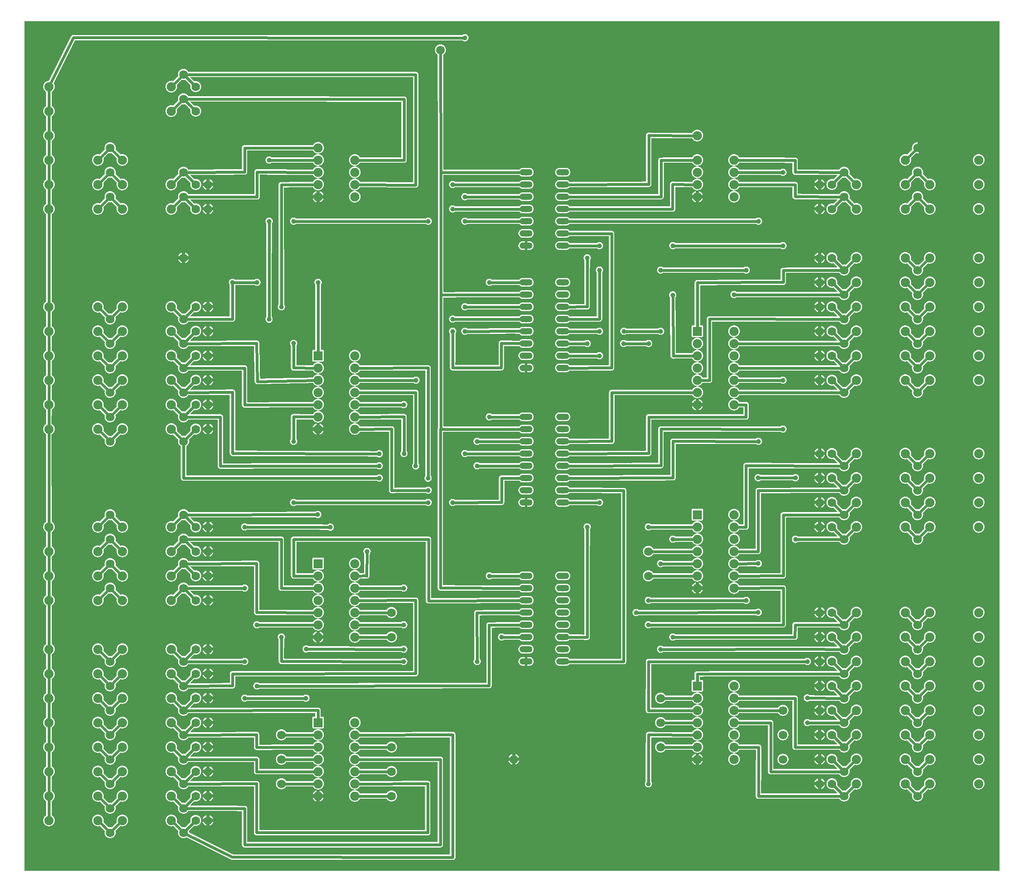
<source format=gtl>
G04 MADE WITH FRITZING*
G04 WWW.FRITZING.ORG*
G04 DOUBLE SIDED*
G04 HOLES PLATED*
G04 CONTOUR ON CENTER OF CONTOUR VECTOR*
%ASAXBY*%
%FSLAX23Y23*%
%MOIN*%
%OFA0B0*%
%SFA1.0B1.0*%
%ADD10C,0.075000*%
%ADD11C,0.052000*%
%ADD12C,0.070000*%
%ADD13C,0.070866*%
%ADD14C,0.039370*%
%ADD15R,0.075000X0.075000*%
%ADD16C,0.024000*%
%ADD17R,0.001000X0.001000*%
%LNCOPPER1*%
G90*
G70*
G54D10*
X77Y6930D03*
G54D11*
X4131Y2441D03*
X4131Y2341D03*
X4131Y2241D03*
X4131Y2141D03*
X4131Y2041D03*
X4131Y1941D03*
X4131Y1841D03*
X4131Y1741D03*
X4431Y1741D03*
X4431Y1841D03*
X4431Y1941D03*
X4431Y2041D03*
X4431Y2141D03*
X4431Y2241D03*
X4431Y2341D03*
X4431Y2441D03*
X4131Y2441D03*
X4131Y2341D03*
X4131Y2241D03*
X4131Y2141D03*
X4131Y2041D03*
X4131Y1941D03*
X4131Y1841D03*
X4131Y1741D03*
X4431Y1741D03*
X4431Y1841D03*
X4431Y1941D03*
X4431Y2041D03*
X4431Y2141D03*
X4431Y2241D03*
X4431Y2341D03*
X4431Y2441D03*
X4131Y3741D03*
X4131Y3641D03*
X4131Y3541D03*
X4131Y3441D03*
X4131Y3341D03*
X4131Y3241D03*
X4131Y3141D03*
X4131Y3041D03*
X4431Y3041D03*
X4431Y3141D03*
X4431Y3241D03*
X4431Y3341D03*
X4431Y3441D03*
X4431Y3541D03*
X4431Y3641D03*
X4431Y3741D03*
X4131Y3741D03*
X4131Y3641D03*
X4131Y3541D03*
X4131Y3441D03*
X4131Y3341D03*
X4131Y3241D03*
X4131Y3141D03*
X4131Y3041D03*
X4431Y3041D03*
X4431Y3141D03*
X4431Y3241D03*
X4431Y3341D03*
X4431Y3441D03*
X4431Y3541D03*
X4431Y3641D03*
X4431Y3741D03*
X4131Y4841D03*
X4131Y4741D03*
X4131Y4641D03*
X4131Y4541D03*
X4131Y4441D03*
X4131Y4341D03*
X4131Y4241D03*
X4131Y4141D03*
X4431Y4141D03*
X4431Y4241D03*
X4431Y4341D03*
X4431Y4441D03*
X4431Y4541D03*
X4431Y4641D03*
X4431Y4741D03*
X4431Y4841D03*
X4131Y4841D03*
X4131Y4741D03*
X4131Y4641D03*
X4131Y4541D03*
X4131Y4441D03*
X4131Y4341D03*
X4131Y4241D03*
X4131Y4141D03*
X4431Y4141D03*
X4431Y4241D03*
X4431Y4341D03*
X4431Y4441D03*
X4431Y4541D03*
X4431Y4641D03*
X4431Y4741D03*
X4431Y4841D03*
X4131Y5841D03*
X4131Y5741D03*
X4131Y5641D03*
X4131Y5541D03*
X4131Y5441D03*
X4131Y5341D03*
X4131Y5241D03*
X4131Y5141D03*
X4431Y5141D03*
X4431Y5241D03*
X4431Y5341D03*
X4431Y5441D03*
X4431Y5541D03*
X4431Y5641D03*
X4431Y5741D03*
X4431Y5841D03*
X4131Y5841D03*
X4131Y5741D03*
X4131Y5641D03*
X4131Y5541D03*
X4131Y5441D03*
X4131Y5341D03*
X4131Y5241D03*
X4131Y5141D03*
X4431Y5141D03*
X4431Y5241D03*
X4431Y5341D03*
X4431Y5441D03*
X4431Y5541D03*
X4431Y5641D03*
X4431Y5741D03*
X4431Y5841D03*
G54D10*
X2431Y2541D03*
X2731Y2541D03*
X2431Y2441D03*
X2731Y2441D03*
X2431Y2341D03*
X2731Y2341D03*
X2431Y2241D03*
X2731Y2241D03*
X2431Y2141D03*
X2731Y2141D03*
X2431Y2041D03*
X2731Y2041D03*
X2431Y1941D03*
X2731Y1941D03*
X5531Y1541D03*
X5831Y1541D03*
X5531Y1441D03*
X5831Y1441D03*
X5531Y1341D03*
X5831Y1341D03*
X5531Y1241D03*
X5831Y1241D03*
X5531Y1141D03*
X5831Y1141D03*
X5531Y1041D03*
X5831Y1041D03*
X5531Y941D03*
X5831Y941D03*
X5531Y2941D03*
X5831Y2941D03*
X5531Y2841D03*
X5831Y2841D03*
X5531Y2741D03*
X5831Y2741D03*
X5531Y2641D03*
X5831Y2641D03*
X5531Y2541D03*
X5831Y2541D03*
X5531Y2441D03*
X5831Y2441D03*
X5531Y2341D03*
X5831Y2341D03*
X5531Y4441D03*
X5831Y4441D03*
X5531Y4341D03*
X5831Y4341D03*
X5531Y4241D03*
X5831Y4241D03*
X5531Y4141D03*
X5831Y4141D03*
X5531Y4041D03*
X5831Y4041D03*
X5531Y3941D03*
X5831Y3941D03*
X5531Y3841D03*
X5831Y3841D03*
X5531Y6141D03*
X5831Y6141D03*
X5531Y6041D03*
X5831Y6041D03*
X5531Y5941D03*
X5831Y5941D03*
X5531Y5841D03*
X5831Y5841D03*
X5531Y5741D03*
X5831Y5741D03*
X5531Y5641D03*
X5831Y5641D03*
X5531Y5541D03*
X5831Y5541D03*
X2431Y1241D03*
X2731Y1241D03*
X2431Y1141D03*
X2731Y1141D03*
X2431Y1041D03*
X2731Y1041D03*
X2431Y941D03*
X2731Y941D03*
X2431Y841D03*
X2731Y841D03*
X2431Y741D03*
X2731Y741D03*
X2431Y641D03*
X2731Y641D03*
X2431Y4241D03*
X2731Y4241D03*
X2431Y4141D03*
X2731Y4141D03*
X2431Y4041D03*
X2731Y4041D03*
X2431Y3941D03*
X2731Y3941D03*
X2431Y3841D03*
X2731Y3841D03*
X2431Y3741D03*
X2731Y3741D03*
X2431Y3641D03*
X2731Y3641D03*
X2431Y6141D03*
X2731Y6141D03*
X2431Y6041D03*
X2731Y6041D03*
X2431Y5941D03*
X2731Y5941D03*
X2431Y5841D03*
X2731Y5841D03*
X2431Y5741D03*
X2731Y5741D03*
X2431Y5641D03*
X2731Y5641D03*
X2431Y5541D03*
X2731Y5541D03*
G54D12*
X6531Y6441D03*
X6631Y6441D03*
X6531Y6241D03*
X6631Y6241D03*
X6531Y6041D03*
X6631Y6041D03*
X6531Y5841D03*
X6631Y5841D03*
X6531Y5641D03*
X6631Y5641D03*
X6531Y5441D03*
X6631Y5441D03*
X6531Y5041D03*
X6631Y5041D03*
X6531Y4841D03*
X6631Y4841D03*
X6531Y4641D03*
X6631Y4641D03*
X6531Y4441D03*
X6631Y4441D03*
X6531Y4241D03*
X6631Y4241D03*
X6531Y4041D03*
X6631Y4041D03*
X6531Y741D03*
X6631Y741D03*
X6531Y941D03*
X6631Y941D03*
X6531Y1141D03*
X6631Y1141D03*
X6531Y1341D03*
X6631Y1341D03*
X6531Y1541D03*
X6631Y1541D03*
X6531Y1741D03*
X6631Y1741D03*
X6531Y1941D03*
X6631Y1941D03*
X6531Y2141D03*
X6631Y2141D03*
X6531Y2841D03*
X6631Y2841D03*
X6531Y3041D03*
X6631Y3041D03*
X6531Y3241D03*
X6631Y3241D03*
X6531Y3441D03*
X6631Y3441D03*
X1431Y6441D03*
X1531Y6441D03*
X1431Y6241D03*
X1531Y6241D03*
X1431Y3641D03*
X1531Y3641D03*
X1431Y6041D03*
X1531Y6041D03*
X1431Y5841D03*
X1531Y5841D03*
X1431Y5641D03*
X1531Y5641D03*
X1431Y5441D03*
X1531Y5441D03*
X1431Y4641D03*
X1531Y4641D03*
X1431Y4441D03*
X1531Y4441D03*
X1431Y4241D03*
X1531Y4241D03*
X1431Y4041D03*
X1531Y4041D03*
X1431Y3841D03*
X1531Y3841D03*
X1431Y2841D03*
X1531Y2841D03*
X1431Y2641D03*
X1531Y2641D03*
X1431Y2441D03*
X1531Y2441D03*
X1431Y2241D03*
X1531Y2241D03*
X1431Y1841D03*
X1531Y1841D03*
X1431Y1641D03*
X1531Y1641D03*
X1431Y1441D03*
X1531Y1441D03*
X1431Y1241D03*
X1531Y1241D03*
X1431Y1041D03*
X1531Y1041D03*
X1431Y841D03*
X1531Y841D03*
X1431Y641D03*
X1531Y641D03*
X1431Y441D03*
X1531Y441D03*
G54D10*
X831Y441D03*
X1231Y441D03*
X231Y441D03*
X631Y441D03*
X231Y641D03*
X631Y641D03*
X231Y841D03*
X631Y841D03*
X231Y1041D03*
X631Y1041D03*
X231Y1241D03*
X631Y1241D03*
X231Y1441D03*
X631Y1441D03*
X231Y1641D03*
X631Y1641D03*
X231Y1841D03*
X631Y1841D03*
X231Y2241D03*
X631Y2241D03*
X231Y2441D03*
X631Y2441D03*
X231Y2641D03*
X631Y2641D03*
X231Y2841D03*
X631Y2841D03*
X231Y3641D03*
X631Y3641D03*
X231Y3841D03*
X631Y3841D03*
X231Y4041D03*
X631Y4041D03*
X231Y4241D03*
X631Y4241D03*
X231Y4441D03*
X631Y4441D03*
X231Y4641D03*
X631Y4641D03*
X231Y5441D03*
X631Y5441D03*
X231Y5641D03*
X631Y5641D03*
X231Y5841D03*
X631Y5841D03*
X231Y6041D03*
X631Y6041D03*
X231Y6241D03*
X631Y6241D03*
X231Y6441D03*
X631Y6441D03*
X7431Y741D03*
X7831Y741D03*
X7431Y941D03*
X7831Y941D03*
X7431Y1141D03*
X7831Y1141D03*
X7431Y1341D03*
X7831Y1341D03*
X7431Y1541D03*
X7831Y1541D03*
X7431Y1741D03*
X7831Y1741D03*
X7431Y1941D03*
X7831Y1941D03*
X7431Y2141D03*
X7831Y2141D03*
X7431Y2841D03*
X7831Y2841D03*
X7431Y3041D03*
X7831Y3041D03*
X7431Y3241D03*
X7831Y3241D03*
X7431Y3441D03*
X7831Y3441D03*
X7431Y4041D03*
X7831Y4041D03*
X7431Y4241D03*
X7831Y4241D03*
X7431Y4441D03*
X7831Y4441D03*
X7431Y4641D03*
X7831Y4641D03*
X7431Y4841D03*
X7831Y4841D03*
X7431Y5041D03*
X7831Y5041D03*
X7431Y5441D03*
X7831Y5441D03*
X7431Y5641D03*
X7831Y5641D03*
X7431Y5841D03*
X7831Y5841D03*
X7431Y6041D03*
X7831Y6041D03*
X7431Y6241D03*
X7831Y6241D03*
X7431Y6441D03*
X7831Y6441D03*
X831Y641D03*
X1231Y641D03*
X831Y841D03*
X1231Y841D03*
X831Y1041D03*
X1231Y1041D03*
X831Y1241D03*
X1231Y1241D03*
X831Y1441D03*
X1231Y1441D03*
X831Y1641D03*
X1231Y1641D03*
X831Y1841D03*
X1231Y1841D03*
X831Y2241D03*
X1231Y2241D03*
X831Y2441D03*
X1231Y2441D03*
X831Y2641D03*
X1231Y2641D03*
X831Y2841D03*
X1231Y2841D03*
X831Y3641D03*
X1231Y3641D03*
X831Y3841D03*
X1231Y3841D03*
X831Y4041D03*
X1231Y4041D03*
X831Y4241D03*
X1231Y4241D03*
X831Y4441D03*
X1231Y4441D03*
X831Y4641D03*
X1231Y4641D03*
X831Y5441D03*
X1231Y5441D03*
X831Y5641D03*
X1231Y5641D03*
X831Y5841D03*
X1231Y5841D03*
X831Y6041D03*
X1231Y6041D03*
X831Y6241D03*
X1231Y6241D03*
X831Y6441D03*
X1231Y6441D03*
X6831Y741D03*
X7231Y741D03*
X6831Y941D03*
X7231Y941D03*
X6831Y1141D03*
X7231Y1141D03*
X6831Y1341D03*
X7231Y1341D03*
X6831Y1541D03*
X7231Y1541D03*
X6831Y1741D03*
X7231Y1741D03*
X6831Y1941D03*
X7231Y1941D03*
X6831Y2141D03*
X7231Y2141D03*
X6831Y2841D03*
X7231Y2841D03*
X6831Y3041D03*
X7231Y3041D03*
X6831Y3241D03*
X7231Y3241D03*
X6831Y3441D03*
X7231Y3441D03*
X6831Y4041D03*
X7231Y4041D03*
X6831Y4241D03*
X7231Y4241D03*
X6831Y4441D03*
X7231Y4441D03*
X6831Y4641D03*
X7231Y4641D03*
X6831Y4841D03*
X7231Y4841D03*
X6831Y5041D03*
X7231Y5041D03*
X6831Y5441D03*
X7231Y5441D03*
X6831Y5641D03*
X7231Y5641D03*
X6831Y5841D03*
X7231Y5841D03*
X6831Y6041D03*
X7231Y6041D03*
X6831Y6241D03*
X7231Y6241D03*
X6831Y6441D03*
X7231Y6441D03*
G54D13*
X3031Y1041D03*
X3031Y841D03*
X3031Y641D03*
X2131Y741D03*
X2131Y941D03*
X2131Y1141D03*
X3031Y1941D03*
X3031Y2141D03*
X5131Y2641D03*
X6231Y941D03*
X6231Y1141D03*
X6231Y1341D03*
X5231Y1041D03*
X5231Y1241D03*
X5231Y1441D03*
X5131Y2441D03*
X5031Y6741D03*
X3831Y6741D03*
X3431Y6741D03*
X1331Y341D03*
X1331Y541D03*
X1331Y741D03*
X1331Y941D03*
X1331Y1141D03*
X1331Y1341D03*
X1331Y1541D03*
X1331Y1741D03*
X1331Y2341D03*
X1331Y2541D03*
X1331Y2741D03*
X1331Y2941D03*
X1331Y3541D03*
X1331Y3741D03*
X1331Y3941D03*
X1331Y4141D03*
X1331Y4341D03*
X1331Y4541D03*
X1331Y5541D03*
X1331Y5741D03*
X1331Y5941D03*
X1331Y6141D03*
X1331Y6341D03*
X1331Y6541D03*
X6731Y641D03*
X6731Y841D03*
X6731Y1041D03*
X6731Y1241D03*
X6731Y1441D03*
X6731Y1641D03*
X6731Y1841D03*
X6731Y2041D03*
X6731Y2741D03*
X6731Y2941D03*
X6731Y3141D03*
X6731Y3341D03*
X6731Y3941D03*
X6731Y4141D03*
X6731Y4341D03*
X6731Y4541D03*
X6731Y4741D03*
X6731Y4941D03*
X6731Y5541D03*
X6731Y5741D03*
X6731Y5941D03*
X6731Y6141D03*
X6731Y6341D03*
X6731Y6541D03*
X1331Y5041D03*
X4031Y941D03*
X6131Y6841D03*
X731Y341D03*
X731Y541D03*
X731Y741D03*
X731Y941D03*
X731Y1141D03*
X731Y1341D03*
X731Y1541D03*
X731Y1741D03*
X731Y2341D03*
X731Y2541D03*
X731Y2741D03*
X731Y2941D03*
X731Y3541D03*
X731Y3741D03*
X731Y3941D03*
X731Y4141D03*
X731Y4341D03*
X731Y4541D03*
X731Y5541D03*
X731Y5741D03*
X731Y5941D03*
X731Y6141D03*
X731Y6341D03*
X731Y6541D03*
X7331Y641D03*
X7331Y841D03*
X7331Y1041D03*
X7331Y1241D03*
X7331Y1441D03*
X7331Y1641D03*
X7331Y1841D03*
X7331Y2041D03*
X7331Y2741D03*
X7331Y2941D03*
X7331Y3141D03*
X7331Y3341D03*
X7331Y3941D03*
X7331Y4141D03*
X7331Y4341D03*
X7331Y4541D03*
X7331Y4741D03*
X7331Y4941D03*
X7331Y5541D03*
X7331Y5741D03*
X7331Y5941D03*
X7331Y6141D03*
X7331Y6341D03*
X7331Y6541D03*
G54D14*
X5331Y6241D03*
X5231Y5941D03*
X6231Y5741D03*
X4631Y5041D03*
X6231Y5141D03*
X5331Y5141D03*
X5931Y4941D03*
X5231Y4941D03*
X4731Y4941D03*
X4731Y5141D03*
X5831Y4741D03*
X5330Y4738D03*
X5231Y4441D03*
X4931Y4441D03*
X5133Y4341D03*
X4731Y4441D03*
X4631Y4341D03*
X4929Y4341D03*
X6031Y5341D03*
X4731Y3041D03*
X4731Y4241D03*
X6231Y4041D03*
X6231Y3641D03*
X6031Y3541D03*
X6029Y2542D03*
X6029Y2143D03*
X5131Y2041D03*
X5932Y2241D03*
X6333Y2741D03*
X6029Y3244D03*
X6333Y3244D03*
X5331Y1941D03*
X5331Y2741D03*
X5231Y2541D03*
X5231Y1841D03*
X5131Y2241D03*
X5031Y2141D03*
X5131Y2841D03*
X4631Y2841D03*
X6431Y1741D03*
X6430Y1443D03*
X6430Y1241D03*
X5131Y741D03*
X3531Y5641D03*
X3531Y5441D03*
X3631Y5541D03*
X2231Y6041D03*
X2231Y5341D03*
X3331Y5341D03*
X3631Y5341D03*
X2131Y4641D03*
X2030Y4539D03*
X3531Y4541D03*
X3631Y4641D03*
X2031Y5841D03*
X2031Y5341D03*
X1731Y4841D03*
X2431Y4841D03*
X1931Y4841D03*
X2231Y4342D03*
X3631Y4441D03*
X3531Y4441D03*
X2231Y3541D03*
X3531Y3041D03*
X2231Y3041D03*
X3331Y3041D03*
X3731Y3341D03*
X3331Y3141D03*
X3131Y3841D03*
X3631Y3441D03*
X3731Y3541D03*
X3231Y4041D03*
X3631Y6841D03*
X1931Y2041D03*
X1931Y1541D03*
X2131Y1941D03*
X3131Y1741D03*
X3731Y1741D03*
X1831Y2341D03*
X2831Y2641D03*
X1831Y2841D03*
X2530Y2839D03*
X2428Y2943D03*
X3931Y1941D03*
X3131Y2341D03*
X1831Y1741D03*
X1831Y1441D03*
X2332Y1441D03*
X3131Y2041D03*
X3831Y3741D03*
X3831Y2441D03*
X3133Y3441D03*
X3229Y3341D03*
X3330Y3240D03*
X2931Y3439D03*
X2931Y3341D03*
X2931Y3241D03*
X5231Y6342D03*
X3131Y1841D03*
X2333Y1843D03*
X3831Y4841D03*
G54D15*
X2431Y2541D03*
X5531Y1541D03*
X5531Y2941D03*
X5531Y4441D03*
X5531Y6141D03*
X2431Y1241D03*
X2431Y4241D03*
X2431Y6141D03*
G54D16*
X4723Y5141D02*
X4447Y5141D01*
D02*
X4929Y1740D02*
X4929Y3139D01*
D02*
X4929Y3139D02*
X4447Y3141D01*
D02*
X4447Y1741D02*
X4929Y1740D01*
D02*
X4723Y4241D02*
X4447Y4241D01*
D02*
X4447Y3041D02*
X4723Y3041D01*
D02*
X4831Y4143D02*
X4831Y5240D01*
D02*
X4831Y5240D02*
X4447Y5241D01*
D02*
X4447Y4141D02*
X4831Y4143D01*
D02*
X3433Y5741D02*
X4115Y5741D01*
D02*
X3431Y6726D02*
X3433Y5741D01*
D02*
X3431Y3640D02*
X3430Y2343D01*
D02*
X3430Y2343D02*
X4115Y2341D01*
D02*
X3433Y3640D02*
X3431Y3640D01*
D02*
X4131Y3641D02*
X3433Y3640D01*
D02*
X3433Y3640D02*
X4115Y3641D01*
D02*
X3433Y4739D02*
X3433Y3640D01*
D02*
X3433Y5741D02*
X3433Y4739D01*
D02*
X3433Y4739D02*
X4115Y4741D01*
D02*
X4131Y4741D02*
X3433Y4739D01*
D02*
X4131Y5741D02*
X3433Y5741D01*
D02*
X6742Y6330D02*
X6819Y6254D01*
D02*
X6819Y5654D02*
X6742Y5730D01*
D02*
X6720Y5730D02*
X6642Y5652D01*
D02*
X6819Y5854D02*
X6742Y5930D01*
D02*
X6720Y5930D02*
X6642Y5852D01*
D02*
X6742Y6130D02*
X6819Y6054D01*
D02*
X6720Y6130D02*
X6642Y6052D01*
D02*
X6720Y6330D02*
X6642Y6252D01*
D02*
X6720Y4552D02*
X6642Y4631D01*
D02*
X6819Y4829D02*
X6742Y4752D01*
D02*
X6720Y4752D02*
X6642Y4831D01*
D02*
X6819Y5029D02*
X6742Y4952D01*
D02*
X6720Y4952D02*
X6642Y5031D01*
D02*
X6819Y5454D02*
X6742Y5530D01*
D02*
X6720Y5530D02*
X6642Y5452D01*
D02*
X6819Y6454D02*
X6742Y6530D01*
D02*
X6720Y6530D02*
X6642Y6452D01*
D02*
X7419Y6254D02*
X7342Y6330D01*
D02*
X7320Y6330D02*
X7243Y6254D01*
D02*
X6819Y4229D02*
X6742Y4152D01*
D02*
X6720Y4152D02*
X6642Y4231D01*
D02*
X6819Y4429D02*
X6742Y4352D01*
D02*
X6720Y4352D02*
X6642Y4431D01*
D02*
X6819Y4629D02*
X6742Y4552D01*
D02*
X7320Y4952D02*
X7243Y5029D01*
D02*
X7419Y5454D02*
X7342Y5530D01*
D02*
X7320Y5530D02*
X7243Y5454D01*
D02*
X7419Y5654D02*
X7342Y5730D01*
D02*
X7320Y5730D02*
X7243Y5654D01*
D02*
X7419Y5854D02*
X7342Y5930D01*
D02*
X7320Y5930D02*
X7243Y5854D01*
D02*
X7419Y6054D02*
X7342Y6130D01*
D02*
X7320Y6130D02*
X7243Y6054D01*
D02*
X7419Y4029D02*
X7342Y3952D01*
D02*
X7320Y3952D02*
X7243Y4029D01*
D02*
X7419Y4229D02*
X7342Y4152D01*
D02*
X7320Y4152D02*
X7243Y4229D01*
D02*
X7419Y4429D02*
X7342Y4352D01*
D02*
X7320Y4352D02*
X7243Y4429D01*
D02*
X7419Y4629D02*
X7342Y4552D01*
D02*
X7320Y4552D02*
X7243Y4629D01*
D02*
X7419Y5029D02*
X7342Y4952D01*
D02*
X7419Y4829D02*
X7342Y4752D01*
D02*
X7320Y4752D02*
X7243Y4829D01*
D02*
X6819Y2129D02*
X6742Y2052D01*
D02*
X6720Y2052D02*
X6642Y2131D01*
D02*
X6720Y852D02*
X6642Y931D01*
D02*
X6819Y1329D02*
X6742Y1252D01*
D02*
X6720Y1252D02*
X6642Y1331D01*
D02*
X6819Y1529D02*
X6742Y1452D01*
D02*
X6720Y1452D02*
X6642Y1531D01*
D02*
X6819Y1729D02*
X6742Y1652D01*
D02*
X6720Y1652D02*
X6642Y1731D01*
D02*
X6819Y1929D02*
X6742Y1852D01*
D02*
X6720Y1852D02*
X6642Y1931D01*
D02*
X7320Y2052D02*
X7243Y2129D01*
D02*
X7419Y2829D02*
X7342Y2752D01*
D02*
X7320Y2752D02*
X7243Y2829D01*
D02*
X7419Y3229D02*
X7342Y3152D01*
D02*
X7320Y3152D02*
X7243Y3229D01*
D02*
X6819Y729D02*
X6742Y652D01*
D02*
X6720Y652D02*
X6642Y731D01*
D02*
X6819Y929D02*
X6742Y852D01*
D02*
X7419Y1129D02*
X7342Y1052D01*
D02*
X7320Y1052D02*
X7243Y1129D01*
D02*
X7419Y1529D02*
X7342Y1452D01*
D02*
X7320Y1452D02*
X7243Y1529D01*
D02*
X7419Y1729D02*
X7342Y1652D01*
D02*
X7320Y1652D02*
X7243Y1729D01*
D02*
X7419Y1929D02*
X7342Y1852D01*
D02*
X7320Y1852D02*
X7243Y1929D01*
D02*
X7419Y2129D02*
X7342Y2052D01*
D02*
X6233Y6242D02*
X6233Y6141D01*
D02*
X5339Y6241D02*
X6233Y6242D01*
D02*
X5133Y6138D02*
X5129Y6541D01*
D02*
X6233Y6141D02*
X6715Y6141D01*
D02*
X5239Y6342D02*
X6715Y6341D01*
D02*
X5129Y6541D02*
X6715Y6541D01*
D02*
X5513Y5941D02*
X5239Y5941D01*
D02*
X5513Y6141D02*
X5133Y6138D01*
D02*
X7419Y729D02*
X7342Y652D01*
D02*
X7320Y652D02*
X7243Y729D01*
D02*
X7419Y929D02*
X7342Y852D01*
D02*
X7320Y852D02*
X7243Y929D01*
D02*
X6330Y5640D02*
X6330Y5543D01*
D02*
X6233Y6043D02*
X6233Y5941D01*
D02*
X6330Y5543D02*
X6715Y5541D01*
D02*
X6330Y5840D02*
X6330Y5742D01*
D02*
X6330Y5742D02*
X6715Y5741D01*
D02*
X6233Y5941D02*
X6715Y5941D01*
D02*
X5848Y5641D02*
X6330Y5640D01*
D02*
X5848Y5841D02*
X6330Y5840D01*
D02*
X5848Y6041D02*
X6233Y6043D01*
D02*
X5329Y5643D02*
X5513Y5641D01*
D02*
X5234Y5840D02*
X5513Y5841D01*
D02*
X5234Y5541D02*
X5234Y5840D01*
D02*
X5329Y5440D02*
X5329Y5643D01*
D02*
X5133Y5643D02*
X5133Y6043D01*
D02*
X5133Y6043D02*
X5513Y6041D01*
D02*
X4447Y5441D02*
X5329Y5440D01*
D02*
X4447Y5541D02*
X5234Y5541D01*
D02*
X4447Y5641D02*
X5133Y5643D01*
D02*
X5239Y4941D02*
X5923Y4941D01*
D02*
X5339Y5141D02*
X6223Y5141D01*
D02*
X4731Y4541D02*
X4731Y4933D01*
D02*
X4447Y4541D02*
X4731Y4541D01*
D02*
X4630Y4643D02*
X4631Y5033D01*
D02*
X6223Y5741D02*
X5848Y5741D01*
D02*
X4447Y4641D02*
X4630Y4643D01*
D02*
X5839Y4741D02*
X6715Y4741D01*
D02*
X5532Y4839D02*
X6233Y4842D01*
D02*
X6233Y4842D02*
X6233Y4940D01*
D02*
X6233Y4940D02*
X6715Y4941D01*
D02*
X5531Y4459D02*
X5532Y4839D01*
D02*
X4939Y4441D02*
X5223Y4441D01*
D02*
X4447Y4341D02*
X4623Y4341D01*
D02*
X4447Y4441D02*
X4723Y4441D01*
D02*
X5333Y4240D02*
X5330Y4730D01*
D02*
X5513Y4241D02*
X5333Y4240D01*
D02*
X7419Y6454D02*
X7342Y6530D01*
D02*
X7320Y6530D02*
X7243Y6454D01*
D02*
X4937Y4341D02*
X5125Y4341D01*
D02*
X4447Y5341D02*
X6023Y5341D01*
D02*
X6430Y4140D02*
X6715Y4141D01*
D02*
X5848Y4141D02*
X6430Y4140D01*
D02*
X5848Y4341D02*
X6715Y4341D01*
D02*
X4831Y3542D02*
X4831Y3941D01*
D02*
X4831Y3941D02*
X5513Y3941D01*
D02*
X4447Y3541D02*
X4831Y3542D01*
D02*
X5929Y3740D02*
X5929Y3841D01*
D02*
X5233Y3343D02*
X5233Y3642D01*
D02*
X5233Y3642D02*
X6223Y3641D01*
D02*
X6223Y4041D02*
X5848Y4041D01*
D02*
X4447Y3341D02*
X5233Y3343D01*
D02*
X5133Y3443D02*
X5133Y3741D01*
D02*
X5133Y3741D02*
X5929Y3740D01*
D02*
X5929Y3841D02*
X5848Y3841D01*
D02*
X4447Y3441D02*
X5133Y3443D01*
D02*
X5848Y3941D02*
X6715Y3941D01*
D02*
X6819Y4029D02*
X6742Y3952D01*
D02*
X6720Y3952D02*
X6642Y4031D01*
D02*
X6819Y3429D02*
X6742Y3352D01*
D02*
X6720Y3352D02*
X6642Y3431D01*
D02*
X5332Y3542D02*
X6023Y3541D01*
D02*
X5332Y3244D02*
X5332Y3542D01*
D02*
X4447Y3241D02*
X5332Y3244D01*
D02*
X6819Y3029D02*
X6742Y2952D01*
D02*
X6720Y2952D02*
X6642Y3031D01*
D02*
X6819Y3229D02*
X6742Y3152D01*
D02*
X6720Y3152D02*
X6642Y3231D01*
D02*
X7419Y3029D02*
X7342Y2952D01*
D02*
X7320Y2952D02*
X7243Y3029D01*
D02*
X7419Y3429D02*
X7342Y3352D01*
D02*
X7320Y3352D02*
X7243Y3429D01*
D02*
X6233Y2442D02*
X6233Y2940D01*
D02*
X6233Y2940D02*
X6715Y2941D01*
D02*
X5848Y2441D02*
X6233Y2442D01*
D02*
X6029Y2641D02*
X6029Y3139D01*
D02*
X6029Y3139D02*
X6715Y3141D01*
D02*
X5848Y2641D02*
X6029Y2641D01*
D02*
X5929Y2840D02*
X5929Y3343D01*
D02*
X5929Y3343D02*
X6715Y3341D01*
D02*
X5848Y2841D02*
X5929Y2840D01*
D02*
X5039Y2141D02*
X6021Y2143D01*
D02*
X5139Y2241D02*
X5924Y2241D01*
D02*
X5339Y1941D02*
X6329Y1940D01*
D02*
X6329Y1940D02*
X6330Y2041D01*
D02*
X6036Y3244D02*
X6325Y3244D01*
D02*
X6341Y2741D02*
X6715Y2741D01*
D02*
X6330Y2041D02*
X6715Y2041D01*
D02*
X5513Y2741D02*
X5339Y2741D01*
D02*
X6819Y2829D02*
X6742Y2752D01*
D02*
X6720Y2752D02*
X6642Y2831D01*
D02*
X5139Y2041D02*
X6233Y2041D01*
D02*
X6233Y2041D02*
X6233Y2342D01*
D02*
X6233Y2342D02*
X5848Y2341D01*
D02*
X6021Y2542D02*
X5848Y2541D01*
D02*
X4630Y1939D02*
X4631Y2833D01*
D02*
X5139Y2841D02*
X5513Y2841D01*
D02*
X4447Y1941D02*
X4630Y1939D01*
D02*
X5239Y1841D02*
X6433Y1842D01*
D02*
X6433Y1842D02*
X6715Y1841D01*
D02*
X5513Y2541D02*
X5239Y2541D01*
D02*
X5530Y1639D02*
X6715Y1641D01*
D02*
X5531Y1559D02*
X5530Y1639D01*
D02*
X6130Y1241D02*
X6130Y840D01*
D02*
X6331Y1441D02*
X6331Y1040D01*
D02*
X6032Y1040D02*
X6030Y641D01*
D02*
X6130Y840D02*
X6715Y841D01*
D02*
X6030Y641D02*
X6715Y641D01*
D02*
X6331Y1040D02*
X6715Y1041D01*
D02*
X6437Y1241D02*
X6715Y1241D01*
D02*
X5132Y1143D02*
X5131Y749D01*
D02*
X5132Y1741D02*
X6423Y1741D01*
D02*
X5132Y1340D02*
X5132Y1741D01*
D02*
X6437Y1443D02*
X6715Y1441D01*
D02*
X5147Y2441D02*
X5513Y2441D01*
D02*
X5848Y1041D02*
X6032Y1040D01*
D02*
X5848Y1241D02*
X6130Y1241D01*
D02*
X5848Y1441D02*
X6331Y1441D01*
D02*
X6819Y1129D02*
X6742Y1052D01*
D02*
X6720Y1052D02*
X6642Y1131D01*
D02*
X5513Y1141D02*
X5132Y1143D01*
D02*
X5513Y1341D02*
X5132Y1340D01*
D02*
X5247Y1241D02*
X5513Y1241D01*
D02*
X5247Y1441D02*
X5513Y1441D01*
D02*
X6215Y1341D02*
X5848Y1341D01*
D02*
X5247Y1041D02*
X5513Y1041D01*
D02*
X1342Y6330D02*
X1420Y6252D01*
D02*
X1243Y6454D02*
X1320Y6530D01*
D02*
X1342Y6530D02*
X1420Y6452D01*
D02*
X1243Y5854D02*
X1320Y5930D01*
D02*
X1342Y5930D02*
X1420Y5852D01*
D02*
X3033Y6042D02*
X3033Y6244D01*
D02*
X1633Y6240D02*
X1633Y6138D01*
D02*
X3033Y6244D02*
X1633Y6240D01*
D02*
X3134Y5840D02*
X3134Y6339D01*
D02*
X3228Y5638D02*
X3228Y6541D01*
D02*
X3228Y6541D02*
X1347Y6541D01*
D02*
X3134Y6339D02*
X1347Y6341D01*
D02*
X2748Y5841D02*
X3134Y5840D01*
D02*
X2748Y5641D02*
X3228Y5638D01*
D02*
X1633Y6138D02*
X1347Y6141D01*
D02*
X2748Y6041D02*
X3033Y6042D01*
D02*
X1243Y6054D02*
X1320Y6130D01*
D02*
X1342Y6130D02*
X1420Y6052D01*
D02*
X1243Y6254D02*
X1320Y6330D01*
D02*
X1932Y5744D02*
X1932Y5540D01*
D02*
X1830Y5941D02*
X1830Y5744D01*
D02*
X1932Y5540D02*
X1347Y5541D01*
D02*
X1830Y5744D02*
X1347Y5741D01*
D02*
X1728Y5941D02*
X1347Y5941D01*
D02*
X1728Y6138D02*
X1728Y5941D01*
D02*
X2413Y5941D02*
X1830Y5941D01*
D02*
X1420Y5652D02*
X1342Y5730D01*
D02*
X1320Y5730D02*
X1243Y5654D01*
D02*
X2413Y5741D02*
X1932Y5744D01*
D02*
X2413Y6141D02*
X1728Y6138D01*
D02*
X1243Y5454D02*
X1320Y5530D01*
D02*
X1342Y5530D02*
X1420Y5452D01*
D02*
X3323Y5341D02*
X2239Y5341D01*
D02*
X2239Y6041D02*
X2413Y6041D01*
D02*
X4115Y5341D02*
X3639Y5341D01*
D02*
X4115Y5441D02*
X3539Y5441D01*
D02*
X4115Y5541D02*
X3639Y5541D01*
D02*
X4115Y5641D02*
X3539Y5641D01*
D02*
X1923Y4841D02*
X1739Y4841D01*
D02*
X1934Y4031D02*
X1929Y4344D01*
D02*
X1929Y4344D02*
X1347Y4341D01*
D02*
X1731Y4833D02*
X1731Y4541D01*
D02*
X1731Y4541D02*
X1347Y4541D01*
D02*
X2413Y4041D02*
X1934Y4031D01*
D02*
X1243Y4429D02*
X1320Y4352D01*
D02*
X1342Y4352D02*
X1420Y4431D01*
D02*
X1243Y4629D02*
X1320Y4552D01*
D02*
X1342Y4552D02*
X1420Y4631D01*
D02*
X2131Y4649D02*
X2130Y5639D01*
D02*
X2130Y5639D02*
X2413Y5641D01*
D02*
X2030Y4547D02*
X2031Y5333D01*
D02*
X2039Y5841D02*
X2413Y5841D01*
D02*
X4115Y4641D02*
X3639Y4641D01*
D02*
X4115Y4541D02*
X3539Y4541D01*
D02*
X1830Y4141D02*
X1347Y4141D01*
D02*
X1830Y3839D02*
X1830Y4141D01*
D02*
X1243Y3629D02*
X1320Y3552D01*
D02*
X1342Y3552D02*
X1420Y3631D01*
D02*
X1243Y3829D02*
X1320Y3752D01*
D02*
X1342Y3752D02*
X1420Y3831D01*
D02*
X1243Y4029D02*
X1320Y3952D01*
D02*
X1342Y3952D02*
X1420Y4031D01*
D02*
X2413Y3841D02*
X1830Y3839D01*
D02*
X1243Y4229D02*
X1320Y4152D01*
D02*
X1342Y4152D02*
X1420Y4231D01*
D02*
X2923Y3439D02*
X1731Y3443D01*
D02*
X2923Y3341D02*
X1632Y3339D01*
D02*
X2923Y3241D02*
X1331Y3240D01*
D02*
X3133Y3743D02*
X3133Y3449D01*
D02*
X1731Y3443D02*
X1731Y3943D01*
D02*
X1731Y3943D02*
X1347Y3941D01*
D02*
X1632Y3339D02*
X1632Y3740D01*
D02*
X1632Y3740D02*
X1347Y3741D01*
D02*
X3229Y3941D02*
X3229Y3349D01*
D02*
X1331Y3240D02*
X1331Y3526D01*
D02*
X3330Y4142D02*
X3330Y3248D01*
D02*
X2748Y4141D02*
X3330Y4142D01*
D02*
X2748Y3941D02*
X3229Y3941D01*
D02*
X2748Y3741D02*
X3133Y3743D01*
D02*
X3223Y4041D02*
X2748Y4041D01*
D02*
X3123Y3841D02*
X2748Y3841D01*
D02*
X3032Y3139D02*
X3032Y3643D01*
D02*
X3323Y3141D02*
X3032Y3139D01*
D02*
X3032Y3643D02*
X2748Y3641D01*
D02*
X3323Y3041D02*
X2239Y3041D01*
D02*
X2231Y3549D02*
X2231Y3743D01*
D02*
X2231Y3743D02*
X2413Y3742D01*
D02*
X4115Y3541D02*
X3739Y3541D01*
D02*
X4115Y3441D02*
X3639Y3441D01*
D02*
X4115Y3341D02*
X3739Y3341D01*
D02*
X3531Y4143D02*
X3531Y4433D01*
D02*
X3929Y4144D02*
X3531Y4143D01*
D02*
X3929Y4344D02*
X3929Y4144D01*
D02*
X4029Y4444D02*
X3639Y4441D01*
D02*
X2231Y4142D02*
X2413Y4141D01*
D02*
X2231Y4334D02*
X2231Y4142D01*
D02*
X4115Y4342D02*
X3929Y4344D01*
D02*
X4115Y4442D02*
X4029Y4444D01*
D02*
X2431Y4259D02*
X2431Y4833D01*
D02*
X643Y5854D02*
X720Y5930D01*
D02*
X742Y5930D02*
X819Y5854D01*
D02*
X643Y6054D02*
X720Y6130D01*
D02*
X742Y6130D02*
X819Y6054D01*
D02*
X643Y6254D02*
X720Y6330D01*
D02*
X742Y6330D02*
X819Y6254D01*
D02*
X643Y6454D02*
X720Y6530D01*
D02*
X742Y6530D02*
X819Y6454D01*
D02*
X3931Y3042D02*
X3539Y3041D01*
D02*
X3931Y3241D02*
X3931Y3042D01*
D02*
X4115Y3241D02*
X3931Y3241D01*
D02*
X231Y6424D02*
X231Y6259D01*
D02*
X231Y6224D02*
X231Y6059D01*
D02*
X231Y6024D02*
X231Y5859D01*
D02*
X231Y5824D02*
X231Y5659D01*
D02*
X231Y5624D02*
X231Y5459D01*
D02*
X643Y5454D02*
X720Y5530D01*
D02*
X742Y5530D02*
X819Y5454D01*
D02*
X643Y5654D02*
X720Y5730D01*
D02*
X742Y5730D02*
X819Y5654D01*
D02*
X742Y4352D02*
X819Y4429D01*
D02*
X643Y4629D02*
X720Y4552D01*
D02*
X742Y4552D02*
X819Y4629D01*
D02*
X231Y3841D02*
X230Y3658D01*
D02*
X231Y4041D02*
X231Y3859D01*
D02*
X231Y4241D02*
X231Y4059D01*
D02*
X231Y4441D02*
X231Y4259D01*
D02*
X231Y4641D02*
X231Y4459D01*
D02*
X231Y5441D02*
X231Y4659D01*
D02*
X430Y6842D02*
X239Y6457D01*
D02*
X3623Y6841D02*
X430Y6842D01*
D02*
X1342Y2930D02*
X1420Y2852D01*
D02*
X643Y3629D02*
X720Y3552D01*
D02*
X742Y3552D02*
X819Y3629D01*
D02*
X643Y3829D02*
X720Y3752D01*
D02*
X742Y3752D02*
X819Y3829D01*
D02*
X643Y4029D02*
X720Y3952D01*
D02*
X742Y3952D02*
X819Y4029D01*
D02*
X643Y4229D02*
X720Y4152D01*
D02*
X742Y4152D02*
X819Y4229D01*
D02*
X643Y4429D02*
X720Y4352D01*
D02*
X1342Y1552D02*
X1420Y1631D01*
D02*
X1243Y1829D02*
X1320Y1752D01*
D02*
X1243Y2254D02*
X1320Y2330D01*
D02*
X1342Y2330D02*
X1420Y2252D01*
D02*
X1243Y2454D02*
X1320Y2530D01*
D02*
X1342Y2530D02*
X1420Y2452D01*
D02*
X1243Y2654D02*
X1320Y2730D01*
D02*
X1342Y2730D02*
X1420Y2652D01*
D02*
X1243Y2854D02*
X1320Y2930D01*
D02*
X2130Y2741D02*
X1347Y2741D01*
D02*
X2413Y2141D02*
X1929Y2142D01*
D02*
X2130Y2340D02*
X2130Y2741D01*
D02*
X2413Y2341D02*
X2130Y2340D01*
D02*
X1929Y2543D02*
X1347Y2541D01*
D02*
X1929Y2142D02*
X1929Y2543D01*
D02*
X2420Y2943D02*
X1347Y2941D01*
D02*
X1243Y1629D02*
X1320Y1552D01*
D02*
X2829Y2441D02*
X2831Y2633D01*
D02*
X1939Y2041D02*
X2413Y2041D01*
D02*
X2748Y2441D02*
X2829Y2442D01*
D02*
X2523Y2839D02*
X1839Y2841D01*
D02*
X3728Y2139D02*
X3731Y1749D01*
D02*
X3123Y1741D02*
X2130Y1742D01*
D02*
X2130Y1742D02*
X2131Y1933D01*
D02*
X3828Y2039D02*
X3828Y1544D01*
D02*
X3828Y1544D02*
X1939Y1541D01*
D02*
X4115Y2041D02*
X3828Y2039D01*
D02*
X4115Y2141D02*
X3728Y2139D01*
D02*
X4115Y2241D02*
X3333Y2238D01*
D02*
X3333Y2238D02*
X3333Y2740D01*
D02*
X2231Y2441D02*
X2413Y2441D01*
D02*
X3123Y2341D02*
X2748Y2341D01*
D02*
X2231Y2741D02*
X2231Y2441D01*
D02*
X3333Y2740D02*
X2231Y2741D01*
D02*
X4115Y1941D02*
X3939Y1941D01*
D02*
X1823Y2341D02*
X1347Y2341D01*
D02*
X1342Y1752D02*
X1420Y1831D01*
D02*
X1732Y1641D02*
X1732Y1543D01*
D02*
X2748Y2041D02*
X3123Y2041D01*
D02*
X1823Y1741D02*
X1347Y1741D01*
D02*
X2324Y1441D02*
X1839Y1441D01*
D02*
X1732Y1543D02*
X1347Y1541D01*
D02*
X3228Y1642D02*
X1732Y1641D01*
D02*
X3228Y2242D02*
X3228Y1642D01*
D02*
X2748Y2241D02*
X3228Y2242D01*
D02*
X3015Y1941D02*
X2748Y1941D01*
D02*
X3015Y2141D02*
X2748Y2141D01*
D02*
X231Y2441D02*
X232Y2258D01*
D02*
X231Y2641D02*
X231Y2459D01*
D02*
X231Y2841D02*
X231Y2659D01*
D02*
X230Y3641D02*
X231Y2859D01*
D02*
X1243Y1429D02*
X1320Y1352D01*
D02*
X1342Y1352D02*
X1420Y1431D01*
D02*
X231Y641D02*
X231Y459D01*
D02*
X231Y841D02*
X231Y659D01*
D02*
X231Y1041D02*
X231Y859D01*
D02*
X231Y1241D02*
X231Y1059D01*
D02*
X231Y1441D02*
X231Y1259D01*
D02*
X231Y1841D02*
X231Y1459D01*
D02*
X231Y1841D02*
X231Y1659D01*
D02*
X232Y2240D02*
X231Y1859D01*
D02*
X1243Y429D02*
X1320Y352D01*
D02*
X1342Y352D02*
X1420Y431D01*
D02*
X1243Y629D02*
X1320Y552D01*
D02*
X1342Y552D02*
X1420Y631D01*
D02*
X1243Y829D02*
X1320Y752D01*
D02*
X1342Y752D02*
X1420Y831D01*
D02*
X1243Y1029D02*
X1320Y952D01*
D02*
X1342Y952D02*
X1420Y1031D01*
D02*
X1243Y1229D02*
X1320Y1152D01*
D02*
X1342Y1152D02*
X1420Y1231D01*
D02*
X643Y1229D02*
X720Y1152D01*
D02*
X742Y1152D02*
X819Y1229D01*
D02*
X643Y1029D02*
X720Y952D01*
D02*
X742Y952D02*
X819Y1029D01*
D02*
X643Y829D02*
X720Y752D01*
D02*
X742Y752D02*
X819Y829D01*
D02*
X643Y629D02*
X720Y552D01*
D02*
X742Y552D02*
X819Y629D01*
D02*
X643Y429D02*
X720Y352D01*
D02*
X742Y352D02*
X819Y429D01*
D02*
X643Y2454D02*
X720Y2530D01*
D02*
X742Y2530D02*
X819Y2454D01*
D02*
X643Y2254D02*
X720Y2330D01*
D02*
X742Y2330D02*
X819Y2254D01*
D02*
X643Y1829D02*
X720Y1752D01*
D02*
X742Y1752D02*
X819Y1829D01*
D02*
X643Y1629D02*
X720Y1552D01*
D02*
X742Y1552D02*
X819Y1629D01*
D02*
X643Y1429D02*
X720Y1352D01*
D02*
X742Y1352D02*
X819Y1429D01*
D02*
X2147Y741D02*
X2413Y741D01*
D02*
X2147Y941D02*
X2413Y941D01*
D02*
X2147Y1141D02*
X2413Y1141D01*
D02*
X1929Y841D02*
X1929Y940D01*
D02*
X1929Y940D02*
X1347Y941D01*
D02*
X2413Y841D02*
X1929Y841D01*
D02*
X1929Y1039D02*
X1929Y1143D01*
D02*
X1929Y1143D02*
X1347Y1141D01*
D02*
X2413Y1041D02*
X1929Y1039D01*
D02*
X2430Y1342D02*
X1347Y1341D01*
D02*
X2431Y1259D02*
X2430Y1342D01*
D02*
X643Y2854D02*
X720Y2930D01*
D02*
X742Y2930D02*
X819Y2854D01*
D02*
X643Y2654D02*
X720Y2730D01*
D02*
X742Y2730D02*
X819Y2654D01*
D02*
X1929Y342D02*
X1929Y742D01*
D02*
X1830Y539D02*
X1347Y541D01*
D02*
X1929Y742D02*
X1347Y741D01*
D02*
X3015Y641D02*
X2748Y641D01*
D02*
X3015Y841D02*
X2748Y841D01*
D02*
X3015Y1041D02*
X2748Y1041D01*
D02*
X3327Y342D02*
X1929Y342D01*
D02*
X3327Y743D02*
X3327Y342D01*
D02*
X2748Y741D02*
X3327Y743D01*
D02*
X3431Y243D02*
X1830Y243D01*
D02*
X3431Y941D02*
X3431Y243D01*
D02*
X1830Y243D02*
X1830Y539D01*
D02*
X2748Y941D02*
X3431Y941D01*
D02*
X1729Y142D02*
X1345Y334D01*
D02*
X3531Y140D02*
X1729Y142D01*
D02*
X3531Y1143D02*
X3531Y140D01*
D02*
X2748Y1141D02*
X3531Y1143D01*
D02*
X5631Y4542D02*
X6715Y4541D01*
D02*
X5630Y4040D02*
X5631Y4542D01*
D02*
X5548Y4041D02*
X5630Y4040D01*
D02*
X5147Y2641D02*
X5513Y2641D01*
D02*
X3839Y3741D02*
X4115Y3741D01*
D02*
X3123Y1841D02*
X2341Y1843D01*
D02*
X7419Y1329D02*
X7342Y1252D01*
D02*
X7320Y1252D02*
X7243Y1329D01*
D02*
X4115Y4841D02*
X3839Y4841D01*
D02*
X3839Y2441D02*
X4115Y2441D01*
G54D17*
X32Y6977D02*
X8000Y6977D01*
X31Y6976D02*
X8001Y6976D01*
X31Y6975D02*
X8001Y6975D01*
X31Y6974D02*
X8001Y6974D01*
X31Y6973D02*
X8001Y6973D01*
X31Y6972D02*
X8001Y6972D01*
X31Y6971D02*
X8001Y6971D01*
X31Y6970D02*
X8001Y6970D01*
X31Y6969D02*
X8001Y6969D01*
X31Y6968D02*
X8001Y6968D01*
X31Y6967D02*
X8001Y6967D01*
X31Y6966D02*
X8001Y6966D01*
X31Y6965D02*
X8001Y6965D01*
X31Y6964D02*
X8001Y6964D01*
X31Y6963D02*
X8001Y6963D01*
X31Y6962D02*
X8001Y6962D01*
X31Y6961D02*
X8001Y6961D01*
X31Y6960D02*
X8001Y6960D01*
X31Y6959D02*
X8001Y6959D01*
X31Y6958D02*
X8001Y6958D01*
X31Y6957D02*
X8001Y6957D01*
X31Y6956D02*
X8001Y6956D01*
X31Y6955D02*
X8001Y6955D01*
X31Y6954D02*
X8001Y6954D01*
X31Y6953D02*
X8001Y6953D01*
X31Y6952D02*
X8001Y6952D01*
X31Y6951D02*
X8001Y6951D01*
X31Y6950D02*
X8001Y6950D01*
X31Y6949D02*
X8001Y6949D01*
X31Y6948D02*
X8001Y6948D01*
X31Y6947D02*
X8001Y6947D01*
X31Y6946D02*
X8001Y6946D01*
X31Y6945D02*
X8001Y6945D01*
X31Y6944D02*
X8001Y6944D01*
X31Y6943D02*
X8001Y6943D01*
X31Y6942D02*
X8001Y6942D01*
X31Y6941D02*
X8001Y6941D01*
X31Y6940D02*
X8001Y6940D01*
X31Y6939D02*
X8001Y6939D01*
X31Y6938D02*
X8001Y6938D01*
X31Y6937D02*
X8001Y6937D01*
X31Y6936D02*
X8001Y6936D01*
X31Y6935D02*
X8001Y6935D01*
X31Y6934D02*
X8001Y6934D01*
X31Y6933D02*
X8001Y6933D01*
X31Y6932D02*
X8001Y6932D01*
X31Y6931D02*
X8001Y6931D01*
X31Y6930D02*
X8001Y6930D01*
X31Y6929D02*
X8001Y6929D01*
X31Y6928D02*
X8001Y6928D01*
X31Y6927D02*
X8001Y6927D01*
X31Y6926D02*
X8001Y6926D01*
X31Y6925D02*
X8001Y6925D01*
X31Y6924D02*
X8001Y6924D01*
X31Y6923D02*
X8001Y6923D01*
X31Y6922D02*
X8001Y6922D01*
X31Y6921D02*
X8001Y6921D01*
X31Y6920D02*
X8001Y6920D01*
X31Y6919D02*
X8001Y6919D01*
X31Y6918D02*
X8001Y6918D01*
X31Y6917D02*
X8001Y6917D01*
X31Y6916D02*
X8001Y6916D01*
X31Y6915D02*
X8001Y6915D01*
X31Y6914D02*
X8001Y6914D01*
X31Y6913D02*
X8001Y6913D01*
X31Y6912D02*
X8001Y6912D01*
X31Y6911D02*
X8001Y6911D01*
X31Y6910D02*
X8001Y6910D01*
X31Y6909D02*
X8001Y6909D01*
X31Y6908D02*
X8001Y6908D01*
X31Y6907D02*
X8001Y6907D01*
X31Y6906D02*
X8001Y6906D01*
X31Y6905D02*
X8001Y6905D01*
X31Y6904D02*
X8001Y6904D01*
X31Y6903D02*
X8001Y6903D01*
X31Y6902D02*
X8001Y6902D01*
X31Y6901D02*
X8001Y6901D01*
X31Y6900D02*
X8001Y6900D01*
X31Y6899D02*
X8001Y6899D01*
X31Y6898D02*
X8001Y6898D01*
X31Y6897D02*
X8001Y6897D01*
X31Y6896D02*
X8001Y6896D01*
X31Y6895D02*
X8001Y6895D01*
X31Y6894D02*
X8001Y6894D01*
X31Y6893D02*
X8001Y6893D01*
X31Y6892D02*
X8001Y6892D01*
X31Y6891D02*
X8001Y6891D01*
X31Y6890D02*
X8001Y6890D01*
X31Y6889D02*
X8001Y6889D01*
X31Y6888D02*
X8001Y6888D01*
X31Y6887D02*
X8001Y6887D01*
X31Y6886D02*
X8001Y6886D01*
X31Y6885D02*
X8001Y6885D01*
X31Y6884D02*
X8001Y6884D01*
X31Y6883D02*
X8001Y6883D01*
X31Y6882D02*
X8001Y6882D01*
X31Y6881D02*
X8001Y6881D01*
X31Y6880D02*
X8001Y6880D01*
X31Y6879D02*
X8001Y6879D01*
X31Y6878D02*
X8001Y6878D01*
X31Y6877D02*
X8001Y6877D01*
X31Y6876D02*
X8001Y6876D01*
X31Y6875D02*
X8001Y6875D01*
X31Y6874D02*
X8001Y6874D01*
X31Y6873D02*
X8001Y6873D01*
X31Y6872D02*
X8001Y6872D01*
X31Y6871D02*
X3629Y6871D01*
X3634Y6871D02*
X8001Y6871D01*
X31Y6870D02*
X3623Y6870D01*
X3639Y6870D02*
X8001Y6870D01*
X31Y6869D02*
X3620Y6869D01*
X3642Y6869D02*
X8001Y6869D01*
X31Y6868D02*
X3618Y6868D01*
X3645Y6868D02*
X8001Y6868D01*
X31Y6867D02*
X3616Y6867D01*
X3646Y6867D02*
X8001Y6867D01*
X31Y6866D02*
X3614Y6866D01*
X3648Y6866D02*
X8001Y6866D01*
X31Y6865D02*
X3613Y6865D01*
X3650Y6865D02*
X8001Y6865D01*
X31Y6864D02*
X3611Y6864D01*
X3651Y6864D02*
X8001Y6864D01*
X31Y6863D02*
X425Y6863D01*
X3652Y6863D02*
X8001Y6863D01*
X31Y6862D02*
X422Y6862D01*
X3653Y6862D02*
X8001Y6862D01*
X31Y6861D02*
X420Y6861D01*
X3654Y6861D02*
X8001Y6861D01*
X31Y6860D02*
X418Y6860D01*
X3655Y6860D02*
X8001Y6860D01*
X31Y6859D02*
X417Y6859D01*
X3655Y6859D02*
X8001Y6859D01*
X31Y6858D02*
X416Y6858D01*
X3656Y6858D02*
X8001Y6858D01*
X31Y6857D02*
X414Y6857D01*
X3657Y6857D02*
X8001Y6857D01*
X31Y6856D02*
X414Y6856D01*
X3657Y6856D02*
X8001Y6856D01*
X31Y6855D02*
X413Y6855D01*
X3658Y6855D02*
X8001Y6855D01*
X31Y6854D02*
X412Y6854D01*
X3658Y6854D02*
X8001Y6854D01*
X31Y6853D02*
X411Y6853D01*
X3659Y6853D02*
X8001Y6853D01*
X31Y6852D02*
X411Y6852D01*
X3659Y6852D02*
X8001Y6852D01*
X31Y6851D02*
X410Y6851D01*
X3660Y6851D02*
X8001Y6851D01*
X31Y6850D02*
X410Y6850D01*
X3660Y6850D02*
X8001Y6850D01*
X31Y6849D02*
X409Y6849D01*
X3660Y6849D02*
X8001Y6849D01*
X31Y6848D02*
X409Y6848D01*
X3661Y6848D02*
X8001Y6848D01*
X31Y6847D02*
X408Y6847D01*
X3661Y6847D02*
X8001Y6847D01*
X31Y6846D02*
X408Y6846D01*
X3661Y6846D02*
X8001Y6846D01*
X31Y6845D02*
X407Y6845D01*
X3661Y6845D02*
X8001Y6845D01*
X31Y6844D02*
X407Y6844D01*
X3661Y6844D02*
X8001Y6844D01*
X31Y6843D02*
X406Y6843D01*
X3661Y6843D02*
X8001Y6843D01*
X31Y6842D02*
X406Y6842D01*
X3661Y6842D02*
X8001Y6842D01*
X31Y6841D02*
X405Y6841D01*
X3661Y6841D02*
X8001Y6841D01*
X31Y6840D02*
X405Y6840D01*
X3661Y6840D02*
X8001Y6840D01*
X31Y6839D02*
X404Y6839D01*
X3661Y6839D02*
X8001Y6839D01*
X31Y6838D02*
X404Y6838D01*
X3661Y6838D02*
X8001Y6838D01*
X31Y6837D02*
X403Y6837D01*
X3661Y6837D02*
X8001Y6837D01*
X31Y6836D02*
X403Y6836D01*
X3661Y6836D02*
X8001Y6836D01*
X31Y6835D02*
X402Y6835D01*
X3661Y6835D02*
X8001Y6835D01*
X31Y6834D02*
X402Y6834D01*
X3660Y6834D02*
X8001Y6834D01*
X31Y6833D02*
X401Y6833D01*
X3660Y6833D02*
X8001Y6833D01*
X31Y6832D02*
X401Y6832D01*
X3660Y6832D02*
X8001Y6832D01*
X31Y6831D02*
X400Y6831D01*
X3659Y6831D02*
X8001Y6831D01*
X31Y6830D02*
X400Y6830D01*
X3659Y6830D02*
X8001Y6830D01*
X31Y6829D02*
X399Y6829D01*
X3658Y6829D02*
X8001Y6829D01*
X31Y6828D02*
X399Y6828D01*
X3658Y6828D02*
X8001Y6828D01*
X31Y6827D02*
X398Y6827D01*
X3657Y6827D02*
X8001Y6827D01*
X31Y6826D02*
X398Y6826D01*
X3657Y6826D02*
X8001Y6826D01*
X31Y6825D02*
X397Y6825D01*
X3656Y6825D02*
X8001Y6825D01*
X31Y6824D02*
X397Y6824D01*
X3655Y6824D02*
X8001Y6824D01*
X31Y6823D02*
X396Y6823D01*
X3655Y6823D02*
X8001Y6823D01*
X31Y6822D02*
X396Y6822D01*
X3654Y6822D02*
X8001Y6822D01*
X31Y6821D02*
X395Y6821D01*
X3653Y6821D02*
X8001Y6821D01*
X31Y6820D02*
X395Y6820D01*
X3652Y6820D02*
X8001Y6820D01*
X31Y6819D02*
X394Y6819D01*
X445Y6819D02*
X3611Y6819D01*
X3651Y6819D02*
X8001Y6819D01*
X31Y6818D02*
X394Y6818D01*
X444Y6818D02*
X3613Y6818D01*
X3650Y6818D02*
X8001Y6818D01*
X31Y6817D02*
X393Y6817D01*
X444Y6817D02*
X3614Y6817D01*
X3648Y6817D02*
X8001Y6817D01*
X31Y6816D02*
X393Y6816D01*
X443Y6816D02*
X3616Y6816D01*
X3646Y6816D02*
X8001Y6816D01*
X31Y6815D02*
X392Y6815D01*
X443Y6815D02*
X3618Y6815D01*
X3645Y6815D02*
X8001Y6815D01*
X31Y6814D02*
X392Y6814D01*
X442Y6814D02*
X3620Y6814D01*
X3642Y6814D02*
X8001Y6814D01*
X31Y6813D02*
X391Y6813D01*
X442Y6813D02*
X3623Y6813D01*
X3639Y6813D02*
X8001Y6813D01*
X31Y6812D02*
X391Y6812D01*
X441Y6812D02*
X3629Y6812D01*
X3634Y6812D02*
X8001Y6812D01*
X31Y6811D02*
X390Y6811D01*
X441Y6811D02*
X8001Y6811D01*
X31Y6810D02*
X390Y6810D01*
X440Y6810D02*
X8001Y6810D01*
X31Y6809D02*
X389Y6809D01*
X440Y6809D02*
X8001Y6809D01*
X31Y6808D02*
X389Y6808D01*
X439Y6808D02*
X8001Y6808D01*
X31Y6807D02*
X388Y6807D01*
X439Y6807D02*
X8001Y6807D01*
X31Y6806D02*
X388Y6806D01*
X438Y6806D02*
X8001Y6806D01*
X31Y6805D02*
X387Y6805D01*
X438Y6805D02*
X8001Y6805D01*
X31Y6804D02*
X387Y6804D01*
X437Y6804D02*
X8001Y6804D01*
X31Y6803D02*
X386Y6803D01*
X437Y6803D02*
X8001Y6803D01*
X31Y6802D02*
X386Y6802D01*
X436Y6802D02*
X8001Y6802D01*
X31Y6801D02*
X385Y6801D01*
X436Y6801D02*
X8001Y6801D01*
X31Y6800D02*
X385Y6800D01*
X435Y6800D02*
X8001Y6800D01*
X31Y6799D02*
X384Y6799D01*
X435Y6799D02*
X8001Y6799D01*
X31Y6798D02*
X384Y6798D01*
X434Y6798D02*
X8001Y6798D01*
X31Y6797D02*
X383Y6797D01*
X434Y6797D02*
X8001Y6797D01*
X31Y6796D02*
X383Y6796D01*
X433Y6796D02*
X8001Y6796D01*
X31Y6795D02*
X382Y6795D01*
X433Y6795D02*
X8001Y6795D01*
X31Y6794D02*
X382Y6794D01*
X432Y6794D02*
X8001Y6794D01*
X31Y6793D02*
X381Y6793D01*
X432Y6793D02*
X8001Y6793D01*
X31Y6792D02*
X381Y6792D01*
X431Y6792D02*
X8001Y6792D01*
X31Y6791D02*
X380Y6791D01*
X431Y6791D02*
X8001Y6791D01*
X31Y6790D02*
X380Y6790D01*
X430Y6790D02*
X8001Y6790D01*
X31Y6789D02*
X379Y6789D01*
X430Y6789D02*
X8001Y6789D01*
X31Y6788D02*
X379Y6788D01*
X429Y6788D02*
X8001Y6788D01*
X31Y6787D02*
X378Y6787D01*
X429Y6787D02*
X8001Y6787D01*
X31Y6786D02*
X378Y6786D01*
X428Y6786D02*
X3422Y6786D01*
X3440Y6786D02*
X8001Y6786D01*
X31Y6785D02*
X377Y6785D01*
X428Y6785D02*
X3419Y6785D01*
X3444Y6785D02*
X8001Y6785D01*
X31Y6784D02*
X377Y6784D01*
X427Y6784D02*
X3416Y6784D01*
X3447Y6784D02*
X8001Y6784D01*
X31Y6783D02*
X376Y6783D01*
X427Y6783D02*
X3413Y6783D01*
X3450Y6783D02*
X8001Y6783D01*
X31Y6782D02*
X376Y6782D01*
X426Y6782D02*
X3411Y6782D01*
X3452Y6782D02*
X8001Y6782D01*
X31Y6781D02*
X375Y6781D01*
X426Y6781D02*
X3409Y6781D01*
X3453Y6781D02*
X8001Y6781D01*
X31Y6780D02*
X375Y6780D01*
X425Y6780D02*
X3407Y6780D01*
X3455Y6780D02*
X8001Y6780D01*
X31Y6779D02*
X374Y6779D01*
X425Y6779D02*
X3405Y6779D01*
X3457Y6779D02*
X8001Y6779D01*
X31Y6778D02*
X374Y6778D01*
X424Y6778D02*
X3404Y6778D01*
X3458Y6778D02*
X8001Y6778D01*
X31Y6777D02*
X373Y6777D01*
X424Y6777D02*
X3403Y6777D01*
X3460Y6777D02*
X8001Y6777D01*
X31Y6776D02*
X373Y6776D01*
X423Y6776D02*
X3401Y6776D01*
X3461Y6776D02*
X8001Y6776D01*
X31Y6775D02*
X372Y6775D01*
X423Y6775D02*
X3400Y6775D01*
X3462Y6775D02*
X8001Y6775D01*
X31Y6774D02*
X372Y6774D01*
X422Y6774D02*
X3399Y6774D01*
X3463Y6774D02*
X8001Y6774D01*
X31Y6773D02*
X371Y6773D01*
X422Y6773D02*
X3398Y6773D01*
X3464Y6773D02*
X8001Y6773D01*
X31Y6772D02*
X371Y6772D01*
X421Y6772D02*
X3397Y6772D01*
X3465Y6772D02*
X8001Y6772D01*
X31Y6771D02*
X370Y6771D01*
X421Y6771D02*
X3396Y6771D01*
X3466Y6771D02*
X8001Y6771D01*
X31Y6770D02*
X370Y6770D01*
X420Y6770D02*
X3396Y6770D01*
X3467Y6770D02*
X8001Y6770D01*
X31Y6769D02*
X369Y6769D01*
X420Y6769D02*
X3395Y6769D01*
X3468Y6769D02*
X8001Y6769D01*
X31Y6768D02*
X369Y6768D01*
X419Y6768D02*
X3394Y6768D01*
X3468Y6768D02*
X8001Y6768D01*
X31Y6767D02*
X368Y6767D01*
X419Y6767D02*
X3393Y6767D01*
X3469Y6767D02*
X8001Y6767D01*
X31Y6766D02*
X368Y6766D01*
X418Y6766D02*
X3393Y6766D01*
X3470Y6766D02*
X8001Y6766D01*
X31Y6765D02*
X367Y6765D01*
X418Y6765D02*
X3392Y6765D01*
X3470Y6765D02*
X8001Y6765D01*
X31Y6764D02*
X367Y6764D01*
X417Y6764D02*
X3392Y6764D01*
X3471Y6764D02*
X8001Y6764D01*
X31Y6763D02*
X366Y6763D01*
X417Y6763D02*
X3391Y6763D01*
X3471Y6763D02*
X8001Y6763D01*
X31Y6762D02*
X366Y6762D01*
X416Y6762D02*
X3391Y6762D01*
X3472Y6762D02*
X8001Y6762D01*
X31Y6761D02*
X365Y6761D01*
X416Y6761D02*
X3390Y6761D01*
X3472Y6761D02*
X8001Y6761D01*
X31Y6760D02*
X365Y6760D01*
X415Y6760D02*
X3389Y6760D01*
X3473Y6760D02*
X8001Y6760D01*
X31Y6759D02*
X364Y6759D01*
X415Y6759D02*
X3389Y6759D01*
X3473Y6759D02*
X8001Y6759D01*
X31Y6758D02*
X364Y6758D01*
X414Y6758D02*
X3389Y6758D01*
X3474Y6758D02*
X8001Y6758D01*
X31Y6757D02*
X363Y6757D01*
X414Y6757D02*
X3388Y6757D01*
X3474Y6757D02*
X8001Y6757D01*
X31Y6756D02*
X363Y6756D01*
X413Y6756D02*
X3388Y6756D01*
X3474Y6756D02*
X8001Y6756D01*
X31Y6755D02*
X362Y6755D01*
X413Y6755D02*
X3388Y6755D01*
X3475Y6755D02*
X8001Y6755D01*
X31Y6754D02*
X362Y6754D01*
X412Y6754D02*
X3387Y6754D01*
X3475Y6754D02*
X8001Y6754D01*
X31Y6753D02*
X361Y6753D01*
X412Y6753D02*
X3387Y6753D01*
X3475Y6753D02*
X8001Y6753D01*
X31Y6752D02*
X361Y6752D01*
X411Y6752D02*
X3387Y6752D01*
X3476Y6752D02*
X8001Y6752D01*
X31Y6751D02*
X360Y6751D01*
X411Y6751D02*
X3386Y6751D01*
X3476Y6751D02*
X8001Y6751D01*
X31Y6750D02*
X360Y6750D01*
X410Y6750D02*
X3386Y6750D01*
X3476Y6750D02*
X8001Y6750D01*
X31Y6749D02*
X359Y6749D01*
X410Y6749D02*
X3386Y6749D01*
X3476Y6749D02*
X8001Y6749D01*
X31Y6748D02*
X359Y6748D01*
X409Y6748D02*
X3386Y6748D01*
X3476Y6748D02*
X8001Y6748D01*
X31Y6747D02*
X358Y6747D01*
X409Y6747D02*
X3386Y6747D01*
X3477Y6747D02*
X8001Y6747D01*
X31Y6746D02*
X358Y6746D01*
X408Y6746D02*
X3386Y6746D01*
X3477Y6746D02*
X8001Y6746D01*
X31Y6745D02*
X357Y6745D01*
X408Y6745D02*
X3386Y6745D01*
X3477Y6745D02*
X8001Y6745D01*
X31Y6744D02*
X357Y6744D01*
X407Y6744D02*
X3386Y6744D01*
X3477Y6744D02*
X8001Y6744D01*
X31Y6743D02*
X356Y6743D01*
X407Y6743D02*
X3385Y6743D01*
X3477Y6743D02*
X8001Y6743D01*
X31Y6742D02*
X356Y6742D01*
X406Y6742D02*
X3385Y6742D01*
X3477Y6742D02*
X8001Y6742D01*
X31Y6741D02*
X355Y6741D01*
X406Y6741D02*
X3385Y6741D01*
X3477Y6741D02*
X8001Y6741D01*
X31Y6740D02*
X355Y6740D01*
X405Y6740D02*
X3385Y6740D01*
X3477Y6740D02*
X8001Y6740D01*
X31Y6739D02*
X354Y6739D01*
X405Y6739D02*
X3385Y6739D01*
X3477Y6739D02*
X8001Y6739D01*
X31Y6738D02*
X354Y6738D01*
X404Y6738D02*
X3386Y6738D01*
X3477Y6738D02*
X8001Y6738D01*
X31Y6737D02*
X353Y6737D01*
X404Y6737D02*
X3386Y6737D01*
X3477Y6737D02*
X8001Y6737D01*
X31Y6736D02*
X353Y6736D01*
X403Y6736D02*
X3386Y6736D01*
X3477Y6736D02*
X8001Y6736D01*
X31Y6735D02*
X352Y6735D01*
X403Y6735D02*
X3386Y6735D01*
X3476Y6735D02*
X8001Y6735D01*
X31Y6734D02*
X352Y6734D01*
X402Y6734D02*
X3386Y6734D01*
X3476Y6734D02*
X8001Y6734D01*
X31Y6733D02*
X351Y6733D01*
X402Y6733D02*
X3386Y6733D01*
X3476Y6733D02*
X8001Y6733D01*
X31Y6732D02*
X351Y6732D01*
X401Y6732D02*
X3386Y6732D01*
X3476Y6732D02*
X8001Y6732D01*
X31Y6731D02*
X350Y6731D01*
X401Y6731D02*
X3387Y6731D01*
X3476Y6731D02*
X8001Y6731D01*
X31Y6730D02*
X350Y6730D01*
X400Y6730D02*
X3387Y6730D01*
X3475Y6730D02*
X8001Y6730D01*
X31Y6729D02*
X349Y6729D01*
X400Y6729D02*
X3387Y6729D01*
X3475Y6729D02*
X8001Y6729D01*
X31Y6728D02*
X349Y6728D01*
X399Y6728D02*
X3388Y6728D01*
X3475Y6728D02*
X8001Y6728D01*
X31Y6727D02*
X348Y6727D01*
X399Y6727D02*
X3388Y6727D01*
X3474Y6727D02*
X8001Y6727D01*
X31Y6726D02*
X348Y6726D01*
X398Y6726D02*
X3388Y6726D01*
X3474Y6726D02*
X8001Y6726D01*
X31Y6725D02*
X347Y6725D01*
X398Y6725D02*
X3389Y6725D01*
X3474Y6725D02*
X8001Y6725D01*
X31Y6724D02*
X347Y6724D01*
X397Y6724D02*
X3389Y6724D01*
X3473Y6724D02*
X8001Y6724D01*
X31Y6723D02*
X346Y6723D01*
X397Y6723D02*
X3389Y6723D01*
X3473Y6723D02*
X8001Y6723D01*
X31Y6722D02*
X346Y6722D01*
X396Y6722D02*
X3390Y6722D01*
X3472Y6722D02*
X8001Y6722D01*
X31Y6721D02*
X345Y6721D01*
X396Y6721D02*
X3390Y6721D01*
X3472Y6721D02*
X8001Y6721D01*
X31Y6720D02*
X345Y6720D01*
X395Y6720D02*
X3391Y6720D01*
X3471Y6720D02*
X8001Y6720D01*
X31Y6719D02*
X344Y6719D01*
X395Y6719D02*
X3392Y6719D01*
X3471Y6719D02*
X8001Y6719D01*
X31Y6718D02*
X344Y6718D01*
X394Y6718D02*
X3392Y6718D01*
X3470Y6718D02*
X8001Y6718D01*
X31Y6717D02*
X344Y6717D01*
X394Y6717D02*
X3393Y6717D01*
X3470Y6717D02*
X8001Y6717D01*
X31Y6716D02*
X343Y6716D01*
X393Y6716D02*
X3393Y6716D01*
X3469Y6716D02*
X8001Y6716D01*
X31Y6715D02*
X343Y6715D01*
X393Y6715D02*
X3394Y6715D01*
X3468Y6715D02*
X8001Y6715D01*
X31Y6714D02*
X342Y6714D01*
X392Y6714D02*
X3395Y6714D01*
X3468Y6714D02*
X8001Y6714D01*
X31Y6713D02*
X342Y6713D01*
X392Y6713D02*
X3396Y6713D01*
X3467Y6713D02*
X8001Y6713D01*
X31Y6712D02*
X341Y6712D01*
X391Y6712D02*
X3396Y6712D01*
X3466Y6712D02*
X8001Y6712D01*
X31Y6711D02*
X341Y6711D01*
X391Y6711D02*
X3397Y6711D01*
X3465Y6711D02*
X8001Y6711D01*
X31Y6710D02*
X340Y6710D01*
X390Y6710D02*
X3398Y6710D01*
X3464Y6710D02*
X8001Y6710D01*
X31Y6709D02*
X340Y6709D01*
X390Y6709D02*
X3399Y6709D01*
X3463Y6709D02*
X8001Y6709D01*
X31Y6708D02*
X339Y6708D01*
X389Y6708D02*
X3400Y6708D01*
X3462Y6708D02*
X8001Y6708D01*
X31Y6707D02*
X339Y6707D01*
X389Y6707D02*
X3401Y6707D01*
X3461Y6707D02*
X8001Y6707D01*
X31Y6706D02*
X338Y6706D01*
X388Y6706D02*
X3403Y6706D01*
X3460Y6706D02*
X8001Y6706D01*
X31Y6705D02*
X338Y6705D01*
X388Y6705D02*
X3404Y6705D01*
X3458Y6705D02*
X8001Y6705D01*
X31Y6704D02*
X337Y6704D01*
X387Y6704D02*
X3405Y6704D01*
X3457Y6704D02*
X8001Y6704D01*
X31Y6703D02*
X337Y6703D01*
X387Y6703D02*
X3407Y6703D01*
X3455Y6703D02*
X8001Y6703D01*
X31Y6702D02*
X336Y6702D01*
X386Y6702D02*
X3408Y6702D01*
X3454Y6702D02*
X8001Y6702D01*
X31Y6701D02*
X336Y6701D01*
X386Y6701D02*
X3409Y6701D01*
X3454Y6701D02*
X8001Y6701D01*
X31Y6700D02*
X335Y6700D01*
X385Y6700D02*
X3409Y6700D01*
X3454Y6700D02*
X8001Y6700D01*
X31Y6699D02*
X335Y6699D01*
X385Y6699D02*
X3409Y6699D01*
X3454Y6699D02*
X8001Y6699D01*
X31Y6698D02*
X334Y6698D01*
X384Y6698D02*
X3409Y6698D01*
X3454Y6698D02*
X8001Y6698D01*
X31Y6697D02*
X334Y6697D01*
X384Y6697D02*
X3409Y6697D01*
X3454Y6697D02*
X8001Y6697D01*
X31Y6696D02*
X333Y6696D01*
X383Y6696D02*
X3409Y6696D01*
X3454Y6696D02*
X8001Y6696D01*
X31Y6695D02*
X333Y6695D01*
X383Y6695D02*
X3409Y6695D01*
X3454Y6695D02*
X8001Y6695D01*
X31Y6694D02*
X332Y6694D01*
X382Y6694D02*
X3409Y6694D01*
X3454Y6694D02*
X8001Y6694D01*
X31Y6693D02*
X332Y6693D01*
X382Y6693D02*
X3409Y6693D01*
X3454Y6693D02*
X8001Y6693D01*
X31Y6692D02*
X331Y6692D01*
X381Y6692D02*
X3409Y6692D01*
X3454Y6692D02*
X8001Y6692D01*
X31Y6691D02*
X331Y6691D01*
X381Y6691D02*
X3409Y6691D01*
X3454Y6691D02*
X8001Y6691D01*
X31Y6690D02*
X330Y6690D01*
X380Y6690D02*
X3409Y6690D01*
X3454Y6690D02*
X8001Y6690D01*
X31Y6689D02*
X330Y6689D01*
X380Y6689D02*
X3409Y6689D01*
X3454Y6689D02*
X8001Y6689D01*
X31Y6688D02*
X329Y6688D01*
X379Y6688D02*
X3409Y6688D01*
X3454Y6688D02*
X8001Y6688D01*
X31Y6687D02*
X329Y6687D01*
X379Y6687D02*
X3409Y6687D01*
X3454Y6687D02*
X8001Y6687D01*
X31Y6686D02*
X328Y6686D01*
X378Y6686D02*
X3409Y6686D01*
X3454Y6686D02*
X8001Y6686D01*
X31Y6685D02*
X328Y6685D01*
X378Y6685D02*
X3409Y6685D01*
X3454Y6685D02*
X8001Y6685D01*
X31Y6684D02*
X327Y6684D01*
X377Y6684D02*
X3409Y6684D01*
X3454Y6684D02*
X8001Y6684D01*
X31Y6683D02*
X327Y6683D01*
X377Y6683D02*
X3409Y6683D01*
X3454Y6683D02*
X8001Y6683D01*
X31Y6682D02*
X326Y6682D01*
X376Y6682D02*
X3409Y6682D01*
X3454Y6682D02*
X8001Y6682D01*
X31Y6681D02*
X326Y6681D01*
X376Y6681D02*
X3409Y6681D01*
X3454Y6681D02*
X8001Y6681D01*
X31Y6680D02*
X325Y6680D01*
X375Y6680D02*
X3409Y6680D01*
X3454Y6680D02*
X8001Y6680D01*
X31Y6679D02*
X325Y6679D01*
X375Y6679D02*
X3409Y6679D01*
X3454Y6679D02*
X8001Y6679D01*
X31Y6678D02*
X324Y6678D01*
X374Y6678D02*
X3409Y6678D01*
X3454Y6678D02*
X8001Y6678D01*
X31Y6677D02*
X324Y6677D01*
X374Y6677D02*
X3409Y6677D01*
X3454Y6677D02*
X8001Y6677D01*
X31Y6676D02*
X323Y6676D01*
X373Y6676D02*
X3409Y6676D01*
X3454Y6676D02*
X8001Y6676D01*
X31Y6675D02*
X323Y6675D01*
X373Y6675D02*
X3409Y6675D01*
X3454Y6675D02*
X8001Y6675D01*
X31Y6674D02*
X322Y6674D01*
X372Y6674D02*
X3409Y6674D01*
X3454Y6674D02*
X8001Y6674D01*
X31Y6673D02*
X322Y6673D01*
X372Y6673D02*
X3409Y6673D01*
X3454Y6673D02*
X8001Y6673D01*
X31Y6672D02*
X321Y6672D01*
X371Y6672D02*
X3409Y6672D01*
X3454Y6672D02*
X8001Y6672D01*
X31Y6671D02*
X321Y6671D01*
X371Y6671D02*
X3409Y6671D01*
X3454Y6671D02*
X8001Y6671D01*
X31Y6670D02*
X320Y6670D01*
X370Y6670D02*
X3409Y6670D01*
X3454Y6670D02*
X8001Y6670D01*
X31Y6669D02*
X320Y6669D01*
X370Y6669D02*
X3409Y6669D01*
X3454Y6669D02*
X8001Y6669D01*
X31Y6668D02*
X319Y6668D01*
X369Y6668D02*
X3409Y6668D01*
X3454Y6668D02*
X8001Y6668D01*
X31Y6667D02*
X319Y6667D01*
X369Y6667D02*
X3409Y6667D01*
X3454Y6667D02*
X8001Y6667D01*
X31Y6666D02*
X318Y6666D01*
X368Y6666D02*
X3409Y6666D01*
X3454Y6666D02*
X8001Y6666D01*
X31Y6665D02*
X318Y6665D01*
X368Y6665D02*
X3409Y6665D01*
X3454Y6665D02*
X8001Y6665D01*
X31Y6664D02*
X317Y6664D01*
X367Y6664D02*
X3409Y6664D01*
X3454Y6664D02*
X8001Y6664D01*
X31Y6663D02*
X317Y6663D01*
X367Y6663D02*
X3409Y6663D01*
X3454Y6663D02*
X8001Y6663D01*
X31Y6662D02*
X316Y6662D01*
X366Y6662D02*
X3409Y6662D01*
X3454Y6662D02*
X8001Y6662D01*
X31Y6661D02*
X316Y6661D01*
X366Y6661D02*
X3409Y6661D01*
X3454Y6661D02*
X8001Y6661D01*
X31Y6660D02*
X315Y6660D01*
X365Y6660D02*
X3409Y6660D01*
X3454Y6660D02*
X8001Y6660D01*
X31Y6659D02*
X315Y6659D01*
X365Y6659D02*
X3409Y6659D01*
X3454Y6659D02*
X8001Y6659D01*
X31Y6658D02*
X314Y6658D01*
X364Y6658D02*
X3409Y6658D01*
X3454Y6658D02*
X8001Y6658D01*
X31Y6657D02*
X314Y6657D01*
X364Y6657D02*
X3409Y6657D01*
X3454Y6657D02*
X8001Y6657D01*
X31Y6656D02*
X313Y6656D01*
X363Y6656D02*
X3409Y6656D01*
X3454Y6656D02*
X8001Y6656D01*
X31Y6655D02*
X313Y6655D01*
X363Y6655D02*
X3409Y6655D01*
X3454Y6655D02*
X8001Y6655D01*
X31Y6654D02*
X312Y6654D01*
X362Y6654D02*
X3409Y6654D01*
X3454Y6654D02*
X8001Y6654D01*
X31Y6653D02*
X312Y6653D01*
X362Y6653D02*
X3409Y6653D01*
X3454Y6653D02*
X8001Y6653D01*
X31Y6652D02*
X311Y6652D01*
X361Y6652D02*
X3409Y6652D01*
X3454Y6652D02*
X8001Y6652D01*
X31Y6651D02*
X311Y6651D01*
X361Y6651D02*
X3409Y6651D01*
X3454Y6651D02*
X8001Y6651D01*
X31Y6650D02*
X310Y6650D01*
X360Y6650D02*
X3409Y6650D01*
X3454Y6650D02*
X8001Y6650D01*
X31Y6649D02*
X310Y6649D01*
X360Y6649D02*
X3409Y6649D01*
X3454Y6649D02*
X8001Y6649D01*
X31Y6648D02*
X309Y6648D01*
X359Y6648D02*
X3409Y6648D01*
X3454Y6648D02*
X8001Y6648D01*
X31Y6647D02*
X309Y6647D01*
X359Y6647D02*
X3409Y6647D01*
X3454Y6647D02*
X8001Y6647D01*
X31Y6646D02*
X308Y6646D01*
X358Y6646D02*
X3409Y6646D01*
X3454Y6646D02*
X8001Y6646D01*
X31Y6645D02*
X308Y6645D01*
X358Y6645D02*
X3409Y6645D01*
X3454Y6645D02*
X8001Y6645D01*
X31Y6644D02*
X307Y6644D01*
X357Y6644D02*
X3409Y6644D01*
X3454Y6644D02*
X8001Y6644D01*
X31Y6643D02*
X307Y6643D01*
X357Y6643D02*
X3409Y6643D01*
X3454Y6643D02*
X8001Y6643D01*
X31Y6642D02*
X306Y6642D01*
X356Y6642D02*
X3409Y6642D01*
X3454Y6642D02*
X8001Y6642D01*
X31Y6641D02*
X306Y6641D01*
X356Y6641D02*
X3409Y6641D01*
X3454Y6641D02*
X8001Y6641D01*
X31Y6640D02*
X305Y6640D01*
X355Y6640D02*
X3409Y6640D01*
X3454Y6640D02*
X8001Y6640D01*
X31Y6639D02*
X305Y6639D01*
X355Y6639D02*
X3409Y6639D01*
X3454Y6639D02*
X8001Y6639D01*
X31Y6638D02*
X304Y6638D01*
X354Y6638D02*
X3409Y6638D01*
X3454Y6638D02*
X8001Y6638D01*
X31Y6637D02*
X304Y6637D01*
X354Y6637D02*
X3409Y6637D01*
X3454Y6637D02*
X8001Y6637D01*
X31Y6636D02*
X303Y6636D01*
X353Y6636D02*
X3409Y6636D01*
X3454Y6636D02*
X8001Y6636D01*
X31Y6635D02*
X303Y6635D01*
X353Y6635D02*
X3409Y6635D01*
X3454Y6635D02*
X8001Y6635D01*
X31Y6634D02*
X302Y6634D01*
X352Y6634D02*
X3409Y6634D01*
X3454Y6634D02*
X8001Y6634D01*
X31Y6633D02*
X302Y6633D01*
X352Y6633D02*
X3409Y6633D01*
X3454Y6633D02*
X8001Y6633D01*
X31Y6632D02*
X301Y6632D01*
X351Y6632D02*
X3409Y6632D01*
X3454Y6632D02*
X8001Y6632D01*
X31Y6631D02*
X301Y6631D01*
X351Y6631D02*
X3409Y6631D01*
X3454Y6631D02*
X8001Y6631D01*
X31Y6630D02*
X300Y6630D01*
X350Y6630D02*
X3409Y6630D01*
X3454Y6630D02*
X8001Y6630D01*
X31Y6629D02*
X300Y6629D01*
X350Y6629D02*
X3409Y6629D01*
X3454Y6629D02*
X8001Y6629D01*
X31Y6628D02*
X299Y6628D01*
X349Y6628D02*
X3409Y6628D01*
X3454Y6628D02*
X8001Y6628D01*
X31Y6627D02*
X299Y6627D01*
X349Y6627D02*
X3409Y6627D01*
X3454Y6627D02*
X8001Y6627D01*
X31Y6626D02*
X298Y6626D01*
X348Y6626D02*
X3409Y6626D01*
X3454Y6626D02*
X8001Y6626D01*
X31Y6625D02*
X298Y6625D01*
X348Y6625D02*
X3409Y6625D01*
X3454Y6625D02*
X8001Y6625D01*
X31Y6624D02*
X297Y6624D01*
X347Y6624D02*
X3409Y6624D01*
X3454Y6624D02*
X8001Y6624D01*
X31Y6623D02*
X297Y6623D01*
X347Y6623D02*
X3409Y6623D01*
X3454Y6623D02*
X8001Y6623D01*
X31Y6622D02*
X296Y6622D01*
X346Y6622D02*
X3409Y6622D01*
X3454Y6622D02*
X8001Y6622D01*
X31Y6621D02*
X296Y6621D01*
X346Y6621D02*
X3409Y6621D01*
X3454Y6621D02*
X8001Y6621D01*
X31Y6620D02*
X295Y6620D01*
X345Y6620D02*
X3409Y6620D01*
X3454Y6620D02*
X8001Y6620D01*
X31Y6619D02*
X295Y6619D01*
X345Y6619D02*
X3409Y6619D01*
X3454Y6619D02*
X8001Y6619D01*
X31Y6618D02*
X294Y6618D01*
X344Y6618D02*
X3409Y6618D01*
X3454Y6618D02*
X8001Y6618D01*
X31Y6617D02*
X294Y6617D01*
X344Y6617D02*
X3409Y6617D01*
X3454Y6617D02*
X8001Y6617D01*
X31Y6616D02*
X293Y6616D01*
X343Y6616D02*
X3409Y6616D01*
X3454Y6616D02*
X8001Y6616D01*
X31Y6615D02*
X293Y6615D01*
X343Y6615D02*
X3409Y6615D01*
X3454Y6615D02*
X8001Y6615D01*
X31Y6614D02*
X292Y6614D01*
X342Y6614D02*
X3409Y6614D01*
X3454Y6614D02*
X8001Y6614D01*
X31Y6613D02*
X292Y6613D01*
X342Y6613D02*
X3409Y6613D01*
X3454Y6613D02*
X8001Y6613D01*
X31Y6612D02*
X291Y6612D01*
X341Y6612D02*
X3409Y6612D01*
X3454Y6612D02*
X8001Y6612D01*
X31Y6611D02*
X291Y6611D01*
X341Y6611D02*
X3409Y6611D01*
X3454Y6611D02*
X8001Y6611D01*
X31Y6610D02*
X290Y6610D01*
X340Y6610D02*
X3409Y6610D01*
X3454Y6610D02*
X8001Y6610D01*
X31Y6609D02*
X290Y6609D01*
X340Y6609D02*
X3409Y6609D01*
X3454Y6609D02*
X8001Y6609D01*
X31Y6608D02*
X289Y6608D01*
X339Y6608D02*
X3409Y6608D01*
X3454Y6608D02*
X8001Y6608D01*
X31Y6607D02*
X289Y6607D01*
X339Y6607D02*
X3409Y6607D01*
X3454Y6607D02*
X8001Y6607D01*
X31Y6606D02*
X288Y6606D01*
X338Y6606D02*
X3409Y6606D01*
X3454Y6606D02*
X8001Y6606D01*
X31Y6605D02*
X288Y6605D01*
X338Y6605D02*
X3409Y6605D01*
X3454Y6605D02*
X8001Y6605D01*
X31Y6604D02*
X287Y6604D01*
X337Y6604D02*
X3409Y6604D01*
X3454Y6604D02*
X8001Y6604D01*
X31Y6603D02*
X287Y6603D01*
X337Y6603D02*
X3409Y6603D01*
X3454Y6603D02*
X8001Y6603D01*
X31Y6602D02*
X286Y6602D01*
X336Y6602D02*
X3409Y6602D01*
X3454Y6602D02*
X8001Y6602D01*
X31Y6601D02*
X286Y6601D01*
X336Y6601D02*
X3409Y6601D01*
X3454Y6601D02*
X8001Y6601D01*
X31Y6600D02*
X285Y6600D01*
X335Y6600D02*
X3409Y6600D01*
X3454Y6600D02*
X8001Y6600D01*
X31Y6599D02*
X285Y6599D01*
X335Y6599D02*
X3409Y6599D01*
X3454Y6599D02*
X8001Y6599D01*
X31Y6598D02*
X284Y6598D01*
X334Y6598D02*
X3409Y6598D01*
X3454Y6598D02*
X8001Y6598D01*
X31Y6597D02*
X284Y6597D01*
X334Y6597D02*
X3409Y6597D01*
X3454Y6597D02*
X8001Y6597D01*
X31Y6596D02*
X283Y6596D01*
X333Y6596D02*
X3409Y6596D01*
X3454Y6596D02*
X8001Y6596D01*
X31Y6595D02*
X283Y6595D01*
X333Y6595D02*
X3409Y6595D01*
X3454Y6595D02*
X8001Y6595D01*
X31Y6594D02*
X282Y6594D01*
X332Y6594D02*
X3409Y6594D01*
X3454Y6594D02*
X8001Y6594D01*
X31Y6593D02*
X282Y6593D01*
X332Y6593D02*
X3409Y6593D01*
X3454Y6593D02*
X8001Y6593D01*
X31Y6592D02*
X281Y6592D01*
X331Y6592D02*
X3409Y6592D01*
X3454Y6592D02*
X8001Y6592D01*
X31Y6591D02*
X281Y6591D01*
X331Y6591D02*
X3409Y6591D01*
X3454Y6591D02*
X8001Y6591D01*
X31Y6590D02*
X280Y6590D01*
X330Y6590D02*
X3409Y6590D01*
X3454Y6590D02*
X8001Y6590D01*
X31Y6589D02*
X280Y6589D01*
X330Y6589D02*
X3409Y6589D01*
X3454Y6589D02*
X8001Y6589D01*
X31Y6588D02*
X279Y6588D01*
X329Y6588D02*
X3409Y6588D01*
X3454Y6588D02*
X8001Y6588D01*
X31Y6587D02*
X279Y6587D01*
X329Y6587D02*
X3409Y6587D01*
X3454Y6587D02*
X8001Y6587D01*
X31Y6586D02*
X278Y6586D01*
X328Y6586D02*
X1322Y6586D01*
X1340Y6586D02*
X3409Y6586D01*
X3454Y6586D02*
X8001Y6586D01*
X31Y6585D02*
X278Y6585D01*
X328Y6585D02*
X1319Y6585D01*
X1344Y6585D02*
X3409Y6585D01*
X3454Y6585D02*
X8001Y6585D01*
X31Y6584D02*
X277Y6584D01*
X327Y6584D02*
X1316Y6584D01*
X1347Y6584D02*
X3409Y6584D01*
X3454Y6584D02*
X8001Y6584D01*
X31Y6583D02*
X277Y6583D01*
X327Y6583D02*
X1313Y6583D01*
X1350Y6583D02*
X3409Y6583D01*
X3454Y6583D02*
X8001Y6583D01*
X31Y6582D02*
X276Y6582D01*
X326Y6582D02*
X1311Y6582D01*
X1352Y6582D02*
X3409Y6582D01*
X3454Y6582D02*
X8001Y6582D01*
X31Y6581D02*
X276Y6581D01*
X326Y6581D02*
X1309Y6581D01*
X1354Y6581D02*
X3409Y6581D01*
X3454Y6581D02*
X8001Y6581D01*
X31Y6580D02*
X275Y6580D01*
X325Y6580D02*
X1307Y6580D01*
X1355Y6580D02*
X3409Y6580D01*
X3454Y6580D02*
X8001Y6580D01*
X31Y6579D02*
X275Y6579D01*
X325Y6579D02*
X1305Y6579D01*
X1357Y6579D02*
X3409Y6579D01*
X3454Y6579D02*
X8001Y6579D01*
X31Y6578D02*
X274Y6578D01*
X324Y6578D02*
X1304Y6578D01*
X1359Y6578D02*
X3409Y6578D01*
X3454Y6578D02*
X8001Y6578D01*
X31Y6577D02*
X274Y6577D01*
X324Y6577D02*
X1303Y6577D01*
X1360Y6577D02*
X3409Y6577D01*
X3454Y6577D02*
X8001Y6577D01*
X31Y6576D02*
X273Y6576D01*
X323Y6576D02*
X1302Y6576D01*
X1361Y6576D02*
X3409Y6576D01*
X3454Y6576D02*
X8001Y6576D01*
X31Y6575D02*
X273Y6575D01*
X323Y6575D02*
X1300Y6575D01*
X1362Y6575D02*
X3409Y6575D01*
X3454Y6575D02*
X8001Y6575D01*
X31Y6574D02*
X272Y6574D01*
X322Y6574D02*
X1299Y6574D01*
X1364Y6574D02*
X3409Y6574D01*
X3454Y6574D02*
X8001Y6574D01*
X31Y6573D02*
X272Y6573D01*
X322Y6573D02*
X1298Y6573D01*
X1364Y6573D02*
X3409Y6573D01*
X3454Y6573D02*
X8001Y6573D01*
X31Y6572D02*
X271Y6572D01*
X321Y6572D02*
X1297Y6572D01*
X1365Y6572D02*
X3409Y6572D01*
X3454Y6572D02*
X8001Y6572D01*
X31Y6571D02*
X271Y6571D01*
X321Y6571D02*
X1297Y6571D01*
X1366Y6571D02*
X3409Y6571D01*
X3454Y6571D02*
X8001Y6571D01*
X31Y6570D02*
X270Y6570D01*
X320Y6570D02*
X1296Y6570D01*
X1367Y6570D02*
X3409Y6570D01*
X3454Y6570D02*
X8001Y6570D01*
X31Y6569D02*
X270Y6569D01*
X320Y6569D02*
X1295Y6569D01*
X1368Y6569D02*
X3409Y6569D01*
X3454Y6569D02*
X8001Y6569D01*
X31Y6568D02*
X269Y6568D01*
X319Y6568D02*
X1294Y6568D01*
X1369Y6568D02*
X3409Y6568D01*
X3454Y6568D02*
X8001Y6568D01*
X31Y6567D02*
X269Y6567D01*
X319Y6567D02*
X1293Y6567D01*
X1369Y6567D02*
X3409Y6567D01*
X3454Y6567D02*
X8001Y6567D01*
X31Y6566D02*
X268Y6566D01*
X318Y6566D02*
X1293Y6566D01*
X1370Y6566D02*
X3409Y6566D01*
X3454Y6566D02*
X8001Y6566D01*
X31Y6565D02*
X268Y6565D01*
X318Y6565D02*
X1292Y6565D01*
X1370Y6565D02*
X3409Y6565D01*
X3454Y6565D02*
X8001Y6565D01*
X31Y6564D02*
X267Y6564D01*
X317Y6564D02*
X1292Y6564D01*
X1371Y6564D02*
X3409Y6564D01*
X3454Y6564D02*
X8001Y6564D01*
X31Y6563D02*
X267Y6563D01*
X317Y6563D02*
X1291Y6563D01*
X3232Y6563D02*
X3409Y6563D01*
X3454Y6563D02*
X8001Y6563D01*
X31Y6562D02*
X266Y6562D01*
X316Y6562D02*
X1291Y6562D01*
X3236Y6562D02*
X3409Y6562D01*
X3454Y6562D02*
X8001Y6562D01*
X31Y6561D02*
X266Y6561D01*
X316Y6561D02*
X1290Y6561D01*
X3239Y6561D02*
X3409Y6561D01*
X3454Y6561D02*
X8001Y6561D01*
X31Y6560D02*
X265Y6560D01*
X316Y6560D02*
X1290Y6560D01*
X3241Y6560D02*
X3409Y6560D01*
X3454Y6560D02*
X8001Y6560D01*
X31Y6559D02*
X265Y6559D01*
X315Y6559D02*
X1289Y6559D01*
X3242Y6559D02*
X3409Y6559D01*
X3454Y6559D02*
X8001Y6559D01*
X31Y6558D02*
X264Y6558D01*
X315Y6558D02*
X1289Y6558D01*
X3243Y6558D02*
X3409Y6558D01*
X3454Y6558D02*
X8001Y6558D01*
X31Y6557D02*
X264Y6557D01*
X314Y6557D02*
X1288Y6557D01*
X3244Y6557D02*
X3409Y6557D01*
X3454Y6557D02*
X8001Y6557D01*
X31Y6556D02*
X263Y6556D01*
X314Y6556D02*
X1288Y6556D01*
X3245Y6556D02*
X3409Y6556D01*
X3454Y6556D02*
X8001Y6556D01*
X31Y6555D02*
X263Y6555D01*
X313Y6555D02*
X1288Y6555D01*
X3246Y6555D02*
X3409Y6555D01*
X3454Y6555D02*
X8001Y6555D01*
X31Y6554D02*
X262Y6554D01*
X313Y6554D02*
X1288Y6554D01*
X3247Y6554D02*
X3409Y6554D01*
X3454Y6554D02*
X8001Y6554D01*
X31Y6553D02*
X262Y6553D01*
X312Y6553D02*
X1287Y6553D01*
X3248Y6553D02*
X3409Y6553D01*
X3454Y6553D02*
X8001Y6553D01*
X31Y6552D02*
X261Y6552D01*
X312Y6552D02*
X1287Y6552D01*
X3248Y6552D02*
X3409Y6552D01*
X3454Y6552D02*
X8001Y6552D01*
X31Y6551D02*
X261Y6551D01*
X311Y6551D02*
X1287Y6551D01*
X3249Y6551D02*
X3409Y6551D01*
X3454Y6551D02*
X8001Y6551D01*
X31Y6550D02*
X260Y6550D01*
X311Y6550D02*
X1286Y6550D01*
X3249Y6550D02*
X3409Y6550D01*
X3454Y6550D02*
X8001Y6550D01*
X31Y6549D02*
X260Y6549D01*
X310Y6549D02*
X1286Y6549D01*
X3250Y6549D02*
X3409Y6549D01*
X3454Y6549D02*
X8001Y6549D01*
X31Y6548D02*
X259Y6548D01*
X310Y6548D02*
X1286Y6548D01*
X3250Y6548D02*
X3409Y6548D01*
X3454Y6548D02*
X8001Y6548D01*
X31Y6547D02*
X259Y6547D01*
X309Y6547D02*
X1286Y6547D01*
X3250Y6547D02*
X3409Y6547D01*
X3454Y6547D02*
X8001Y6547D01*
X31Y6546D02*
X258Y6546D01*
X309Y6546D02*
X1286Y6546D01*
X3251Y6546D02*
X3409Y6546D01*
X3454Y6546D02*
X8001Y6546D01*
X31Y6545D02*
X258Y6545D01*
X308Y6545D02*
X1286Y6545D01*
X3251Y6545D02*
X3409Y6545D01*
X3454Y6545D02*
X8001Y6545D01*
X31Y6544D02*
X257Y6544D01*
X308Y6544D02*
X1286Y6544D01*
X3251Y6544D02*
X3409Y6544D01*
X3454Y6544D02*
X8001Y6544D01*
X31Y6543D02*
X257Y6543D01*
X307Y6543D02*
X1286Y6543D01*
X3251Y6543D02*
X3409Y6543D01*
X3454Y6543D02*
X8001Y6543D01*
X31Y6542D02*
X256Y6542D01*
X307Y6542D02*
X1285Y6542D01*
X3251Y6542D02*
X3409Y6542D01*
X3454Y6542D02*
X8001Y6542D01*
X31Y6541D02*
X256Y6541D01*
X306Y6541D02*
X1285Y6541D01*
X3251Y6541D02*
X3409Y6541D01*
X3454Y6541D02*
X8001Y6541D01*
X31Y6540D02*
X255Y6540D01*
X306Y6540D02*
X1286Y6540D01*
X3251Y6540D02*
X3409Y6540D01*
X3454Y6540D02*
X8001Y6540D01*
X31Y6539D02*
X255Y6539D01*
X305Y6539D02*
X1286Y6539D01*
X3251Y6539D02*
X3409Y6539D01*
X3454Y6539D02*
X8001Y6539D01*
X31Y6538D02*
X254Y6538D01*
X305Y6538D02*
X1286Y6538D01*
X3251Y6538D02*
X3409Y6538D01*
X3454Y6538D02*
X8001Y6538D01*
X31Y6537D02*
X254Y6537D01*
X304Y6537D02*
X1286Y6537D01*
X3251Y6537D02*
X3409Y6537D01*
X3454Y6537D02*
X8001Y6537D01*
X31Y6536D02*
X253Y6536D01*
X304Y6536D02*
X1286Y6536D01*
X3251Y6536D02*
X3409Y6536D01*
X3454Y6536D02*
X8001Y6536D01*
X31Y6535D02*
X253Y6535D01*
X303Y6535D02*
X1286Y6535D01*
X3251Y6535D02*
X3409Y6535D01*
X3454Y6535D02*
X8001Y6535D01*
X31Y6534D02*
X252Y6534D01*
X303Y6534D02*
X1286Y6534D01*
X3251Y6534D02*
X3409Y6534D01*
X3454Y6534D02*
X8001Y6534D01*
X31Y6533D02*
X252Y6533D01*
X302Y6533D02*
X1286Y6533D01*
X3251Y6533D02*
X3409Y6533D01*
X3454Y6533D02*
X8001Y6533D01*
X31Y6532D02*
X251Y6532D01*
X302Y6532D02*
X1287Y6532D01*
X3251Y6532D02*
X3409Y6532D01*
X3454Y6532D02*
X8001Y6532D01*
X31Y6531D02*
X251Y6531D01*
X301Y6531D02*
X1287Y6531D01*
X3251Y6531D02*
X3409Y6531D01*
X3454Y6531D02*
X8001Y6531D01*
X31Y6530D02*
X250Y6530D01*
X301Y6530D02*
X1287Y6530D01*
X3251Y6530D02*
X3409Y6530D01*
X3454Y6530D02*
X8001Y6530D01*
X31Y6529D02*
X250Y6529D01*
X300Y6529D02*
X1287Y6529D01*
X3251Y6529D02*
X3409Y6529D01*
X3454Y6529D02*
X8001Y6529D01*
X31Y6528D02*
X249Y6528D01*
X300Y6528D02*
X1286Y6528D01*
X3251Y6528D02*
X3409Y6528D01*
X3454Y6528D02*
X8001Y6528D01*
X31Y6527D02*
X249Y6527D01*
X299Y6527D02*
X1285Y6527D01*
X3251Y6527D02*
X3409Y6527D01*
X3454Y6527D02*
X8001Y6527D01*
X31Y6526D02*
X248Y6526D01*
X299Y6526D02*
X1284Y6526D01*
X3251Y6526D02*
X3409Y6526D01*
X3454Y6526D02*
X8001Y6526D01*
X31Y6525D02*
X248Y6525D01*
X298Y6525D02*
X1283Y6525D01*
X3251Y6525D02*
X3409Y6525D01*
X3454Y6525D02*
X8001Y6525D01*
X31Y6524D02*
X247Y6524D01*
X298Y6524D02*
X1282Y6524D01*
X3251Y6524D02*
X3409Y6524D01*
X3454Y6524D02*
X8001Y6524D01*
X31Y6523D02*
X247Y6523D01*
X297Y6523D02*
X1281Y6523D01*
X3251Y6523D02*
X3409Y6523D01*
X3454Y6523D02*
X8001Y6523D01*
X31Y6522D02*
X246Y6522D01*
X297Y6522D02*
X1280Y6522D01*
X3251Y6522D02*
X3409Y6522D01*
X3454Y6522D02*
X8001Y6522D01*
X31Y6521D02*
X246Y6521D01*
X296Y6521D02*
X1279Y6521D01*
X3251Y6521D02*
X3409Y6521D01*
X3454Y6521D02*
X8001Y6521D01*
X31Y6520D02*
X245Y6520D01*
X296Y6520D02*
X1278Y6520D01*
X3251Y6520D02*
X3409Y6520D01*
X3454Y6520D02*
X8001Y6520D01*
X31Y6519D02*
X245Y6519D01*
X295Y6519D02*
X1277Y6519D01*
X1389Y6519D02*
X3205Y6519D01*
X3251Y6519D02*
X3409Y6519D01*
X3454Y6519D02*
X8001Y6519D01*
X31Y6518D02*
X244Y6518D01*
X295Y6518D02*
X1276Y6518D01*
X1389Y6518D02*
X3206Y6518D01*
X3251Y6518D02*
X3409Y6518D01*
X3454Y6518D02*
X8001Y6518D01*
X31Y6517D02*
X244Y6517D01*
X294Y6517D02*
X1275Y6517D01*
X1388Y6517D02*
X3206Y6517D01*
X3251Y6517D02*
X3409Y6517D01*
X3454Y6517D02*
X8001Y6517D01*
X31Y6516D02*
X243Y6516D01*
X294Y6516D02*
X1274Y6516D01*
X1389Y6516D02*
X3206Y6516D01*
X3251Y6516D02*
X3409Y6516D01*
X3454Y6516D02*
X8001Y6516D01*
X31Y6515D02*
X243Y6515D01*
X293Y6515D02*
X1273Y6515D01*
X1389Y6515D02*
X3206Y6515D01*
X3251Y6515D02*
X3409Y6515D01*
X3454Y6515D02*
X8001Y6515D01*
X31Y6514D02*
X242Y6514D01*
X293Y6514D02*
X1272Y6514D01*
X1390Y6514D02*
X3206Y6514D01*
X3251Y6514D02*
X3409Y6514D01*
X3454Y6514D02*
X8001Y6514D01*
X31Y6513D02*
X242Y6513D01*
X292Y6513D02*
X1271Y6513D01*
X1391Y6513D02*
X3206Y6513D01*
X3251Y6513D02*
X3409Y6513D01*
X3454Y6513D02*
X8001Y6513D01*
X31Y6512D02*
X241Y6512D01*
X292Y6512D02*
X1270Y6512D01*
X1392Y6512D02*
X3206Y6512D01*
X3251Y6512D02*
X3409Y6512D01*
X3454Y6512D02*
X8001Y6512D01*
X31Y6511D02*
X241Y6511D01*
X291Y6511D02*
X1269Y6511D01*
X1393Y6511D02*
X3206Y6511D01*
X3251Y6511D02*
X3409Y6511D01*
X3454Y6511D02*
X8001Y6511D01*
X31Y6510D02*
X240Y6510D01*
X291Y6510D02*
X1268Y6510D01*
X1394Y6510D02*
X3206Y6510D01*
X3251Y6510D02*
X3409Y6510D01*
X3454Y6510D02*
X8001Y6510D01*
X31Y6509D02*
X240Y6509D01*
X290Y6509D02*
X1267Y6509D01*
X1395Y6509D02*
X3206Y6509D01*
X3251Y6509D02*
X3409Y6509D01*
X3454Y6509D02*
X8001Y6509D01*
X31Y6508D02*
X239Y6508D01*
X290Y6508D02*
X1266Y6508D01*
X1396Y6508D02*
X3206Y6508D01*
X3251Y6508D02*
X3409Y6508D01*
X3454Y6508D02*
X8001Y6508D01*
X31Y6507D02*
X239Y6507D01*
X289Y6507D02*
X1265Y6507D01*
X1397Y6507D02*
X3206Y6507D01*
X3251Y6507D02*
X3409Y6507D01*
X3454Y6507D02*
X8001Y6507D01*
X31Y6506D02*
X238Y6506D01*
X289Y6506D02*
X1264Y6506D01*
X1398Y6506D02*
X3206Y6506D01*
X3251Y6506D02*
X3409Y6506D01*
X3454Y6506D02*
X8001Y6506D01*
X31Y6505D02*
X238Y6505D01*
X288Y6505D02*
X1263Y6505D01*
X1399Y6505D02*
X3206Y6505D01*
X3251Y6505D02*
X3409Y6505D01*
X3454Y6505D02*
X8001Y6505D01*
X31Y6504D02*
X237Y6504D01*
X288Y6504D02*
X1262Y6504D01*
X1400Y6504D02*
X3206Y6504D01*
X3251Y6504D02*
X3409Y6504D01*
X3454Y6504D02*
X8001Y6504D01*
X31Y6503D02*
X237Y6503D01*
X287Y6503D02*
X1261Y6503D01*
X1401Y6503D02*
X3206Y6503D01*
X3251Y6503D02*
X3409Y6503D01*
X3454Y6503D02*
X8001Y6503D01*
X31Y6502D02*
X236Y6502D01*
X287Y6502D02*
X1260Y6502D01*
X1402Y6502D02*
X3206Y6502D01*
X3251Y6502D02*
X3409Y6502D01*
X3454Y6502D02*
X8001Y6502D01*
X31Y6501D02*
X236Y6501D01*
X286Y6501D02*
X1259Y6501D01*
X1403Y6501D02*
X3206Y6501D01*
X3251Y6501D02*
X3409Y6501D01*
X3454Y6501D02*
X8001Y6501D01*
X31Y6500D02*
X235Y6500D01*
X286Y6500D02*
X1258Y6500D01*
X1404Y6500D02*
X3206Y6500D01*
X3251Y6500D02*
X3409Y6500D01*
X3454Y6500D02*
X8001Y6500D01*
X31Y6499D02*
X235Y6499D01*
X285Y6499D02*
X1257Y6499D01*
X1405Y6499D02*
X3206Y6499D01*
X3251Y6499D02*
X3409Y6499D01*
X3454Y6499D02*
X8001Y6499D01*
X31Y6498D02*
X234Y6498D01*
X285Y6498D02*
X1256Y6498D01*
X1406Y6498D02*
X3206Y6498D01*
X3251Y6498D02*
X3409Y6498D01*
X3454Y6498D02*
X8001Y6498D01*
X31Y6497D02*
X234Y6497D01*
X284Y6497D02*
X1255Y6497D01*
X1318Y6497D02*
X1322Y6497D01*
X1340Y6497D02*
X1344Y6497D01*
X1407Y6497D02*
X3206Y6497D01*
X3251Y6497D02*
X3409Y6497D01*
X3454Y6497D02*
X8001Y6497D01*
X31Y6496D02*
X233Y6496D01*
X284Y6496D02*
X1254Y6496D01*
X1317Y6496D02*
X1345Y6496D01*
X1408Y6496D02*
X3206Y6496D01*
X3251Y6496D02*
X3409Y6496D01*
X3454Y6496D02*
X8001Y6496D01*
X31Y6495D02*
X233Y6495D01*
X283Y6495D02*
X1253Y6495D01*
X1316Y6495D02*
X1346Y6495D01*
X1409Y6495D02*
X3206Y6495D01*
X3251Y6495D02*
X3409Y6495D01*
X3454Y6495D02*
X8001Y6495D01*
X31Y6494D02*
X232Y6494D01*
X283Y6494D02*
X1252Y6494D01*
X1315Y6494D02*
X1347Y6494D01*
X1410Y6494D02*
X3206Y6494D01*
X3251Y6494D02*
X3409Y6494D01*
X3454Y6494D02*
X8001Y6494D01*
X31Y6493D02*
X232Y6493D01*
X282Y6493D02*
X1251Y6493D01*
X1314Y6493D02*
X1348Y6493D01*
X1411Y6493D02*
X3206Y6493D01*
X3251Y6493D02*
X3409Y6493D01*
X3454Y6493D02*
X8001Y6493D01*
X31Y6492D02*
X231Y6492D01*
X282Y6492D02*
X1250Y6492D01*
X1313Y6492D02*
X1349Y6492D01*
X1412Y6492D02*
X3206Y6492D01*
X3251Y6492D02*
X3409Y6492D01*
X3454Y6492D02*
X8001Y6492D01*
X31Y6491D02*
X231Y6491D01*
X281Y6491D02*
X1249Y6491D01*
X1312Y6491D02*
X1350Y6491D01*
X1413Y6491D02*
X3206Y6491D01*
X3251Y6491D02*
X3409Y6491D01*
X3454Y6491D02*
X8001Y6491D01*
X31Y6490D02*
X230Y6490D01*
X281Y6490D02*
X1248Y6490D01*
X1311Y6490D02*
X1351Y6490D01*
X1414Y6490D02*
X3206Y6490D01*
X3251Y6490D02*
X3409Y6490D01*
X3454Y6490D02*
X8001Y6490D01*
X31Y6489D02*
X229Y6489D01*
X280Y6489D02*
X1247Y6489D01*
X1310Y6489D02*
X1352Y6489D01*
X1415Y6489D02*
X3206Y6489D01*
X3251Y6489D02*
X3409Y6489D01*
X3454Y6489D02*
X8001Y6489D01*
X31Y6488D02*
X222Y6488D01*
X280Y6488D02*
X1222Y6488D01*
X1241Y6488D02*
X1246Y6488D01*
X1309Y6488D02*
X1353Y6488D01*
X1416Y6488D02*
X3206Y6488D01*
X3251Y6488D02*
X3409Y6488D01*
X3454Y6488D02*
X8001Y6488D01*
X31Y6487D02*
X218Y6487D01*
X279Y6487D02*
X1218Y6487D01*
X1244Y6487D02*
X1245Y6487D01*
X1308Y6487D02*
X1354Y6487D01*
X1417Y6487D02*
X3206Y6487D01*
X3251Y6487D02*
X3409Y6487D01*
X3454Y6487D02*
X8001Y6487D01*
X31Y6486D02*
X215Y6486D01*
X279Y6486D02*
X1215Y6486D01*
X1307Y6486D02*
X1355Y6486D01*
X1418Y6486D02*
X1426Y6486D01*
X1437Y6486D02*
X3206Y6486D01*
X3251Y6486D02*
X3409Y6486D01*
X3454Y6486D02*
X8001Y6486D01*
X31Y6485D02*
X212Y6485D01*
X278Y6485D02*
X1212Y6485D01*
X1306Y6485D02*
X1356Y6485D01*
X1442Y6485D02*
X3206Y6485D01*
X3251Y6485D02*
X3409Y6485D01*
X3454Y6485D02*
X8001Y6485D01*
X31Y6484D02*
X210Y6484D01*
X278Y6484D02*
X1210Y6484D01*
X1305Y6484D02*
X1357Y6484D01*
X1445Y6484D02*
X3206Y6484D01*
X3251Y6484D02*
X3409Y6484D01*
X3454Y6484D02*
X8001Y6484D01*
X31Y6483D02*
X209Y6483D01*
X277Y6483D02*
X1208Y6483D01*
X1304Y6483D02*
X1358Y6483D01*
X1448Y6483D02*
X3206Y6483D01*
X3251Y6483D02*
X3409Y6483D01*
X3454Y6483D02*
X8001Y6483D01*
X31Y6482D02*
X207Y6482D01*
X277Y6482D02*
X1207Y6482D01*
X1303Y6482D02*
X1359Y6482D01*
X1451Y6482D02*
X3206Y6482D01*
X3251Y6482D02*
X3409Y6482D01*
X3454Y6482D02*
X8001Y6482D01*
X31Y6481D02*
X205Y6481D01*
X276Y6481D02*
X1205Y6481D01*
X1302Y6481D02*
X1360Y6481D01*
X1452Y6481D02*
X3206Y6481D01*
X3251Y6481D02*
X3409Y6481D01*
X3454Y6481D02*
X8001Y6481D01*
X31Y6480D02*
X203Y6480D01*
X276Y6480D02*
X1203Y6480D01*
X1301Y6480D02*
X1361Y6480D01*
X1454Y6480D02*
X3206Y6480D01*
X3251Y6480D02*
X3409Y6480D01*
X3454Y6480D02*
X8001Y6480D01*
X31Y6479D02*
X202Y6479D01*
X275Y6479D02*
X1202Y6479D01*
X1300Y6479D02*
X1362Y6479D01*
X1456Y6479D02*
X3206Y6479D01*
X3251Y6479D02*
X3409Y6479D01*
X3454Y6479D02*
X8001Y6479D01*
X31Y6478D02*
X201Y6478D01*
X275Y6478D02*
X1201Y6478D01*
X1299Y6478D02*
X1363Y6478D01*
X1458Y6478D02*
X3206Y6478D01*
X3251Y6478D02*
X3409Y6478D01*
X3454Y6478D02*
X8001Y6478D01*
X31Y6477D02*
X200Y6477D01*
X274Y6477D02*
X1200Y6477D01*
X1298Y6477D02*
X1364Y6477D01*
X1459Y6477D02*
X3206Y6477D01*
X3251Y6477D02*
X3409Y6477D01*
X3454Y6477D02*
X8001Y6477D01*
X31Y6476D02*
X198Y6476D01*
X274Y6476D02*
X1198Y6476D01*
X1297Y6476D02*
X1365Y6476D01*
X1460Y6476D02*
X3206Y6476D01*
X3251Y6476D02*
X3409Y6476D01*
X3454Y6476D02*
X8001Y6476D01*
X31Y6475D02*
X197Y6475D01*
X273Y6475D02*
X1197Y6475D01*
X1296Y6475D02*
X1366Y6475D01*
X1461Y6475D02*
X3206Y6475D01*
X3251Y6475D02*
X3409Y6475D01*
X3454Y6475D02*
X8001Y6475D01*
X31Y6474D02*
X196Y6474D01*
X273Y6474D02*
X1196Y6474D01*
X1295Y6474D02*
X1367Y6474D01*
X1463Y6474D02*
X3206Y6474D01*
X3251Y6474D02*
X3409Y6474D01*
X3454Y6474D02*
X8001Y6474D01*
X31Y6473D02*
X196Y6473D01*
X272Y6473D02*
X1196Y6473D01*
X1294Y6473D02*
X1368Y6473D01*
X1464Y6473D02*
X3206Y6473D01*
X3251Y6473D02*
X3409Y6473D01*
X3454Y6473D02*
X8001Y6473D01*
X31Y6472D02*
X195Y6472D01*
X272Y6472D02*
X1195Y6472D01*
X1293Y6472D02*
X1369Y6472D01*
X1465Y6472D02*
X3206Y6472D01*
X3251Y6472D02*
X3409Y6472D01*
X3454Y6472D02*
X8001Y6472D01*
X31Y6471D02*
X194Y6471D01*
X271Y6471D02*
X1194Y6471D01*
X1292Y6471D02*
X1370Y6471D01*
X1465Y6471D02*
X3206Y6471D01*
X3251Y6471D02*
X3409Y6471D01*
X3454Y6471D02*
X8001Y6471D01*
X31Y6470D02*
X193Y6470D01*
X271Y6470D02*
X1193Y6470D01*
X1291Y6470D02*
X1371Y6470D01*
X1466Y6470D02*
X3206Y6470D01*
X3251Y6470D02*
X3409Y6470D01*
X3454Y6470D02*
X8001Y6470D01*
X31Y6469D02*
X192Y6469D01*
X271Y6469D02*
X1192Y6469D01*
X1290Y6469D02*
X1372Y6469D01*
X1467Y6469D02*
X3206Y6469D01*
X3251Y6469D02*
X3409Y6469D01*
X3454Y6469D02*
X8001Y6469D01*
X31Y6468D02*
X192Y6468D01*
X271Y6468D02*
X1192Y6468D01*
X1289Y6468D02*
X1373Y6468D01*
X1468Y6468D02*
X3206Y6468D01*
X3251Y6468D02*
X3409Y6468D01*
X3454Y6468D02*
X8001Y6468D01*
X31Y6467D02*
X191Y6467D01*
X272Y6467D02*
X1191Y6467D01*
X1288Y6467D02*
X1374Y6467D01*
X1469Y6467D02*
X3206Y6467D01*
X3251Y6467D02*
X3409Y6467D01*
X3454Y6467D02*
X8001Y6467D01*
X31Y6466D02*
X191Y6466D01*
X272Y6466D02*
X1190Y6466D01*
X1287Y6466D02*
X1375Y6466D01*
X1469Y6466D02*
X3206Y6466D01*
X3251Y6466D02*
X3409Y6466D01*
X3454Y6466D02*
X8001Y6466D01*
X31Y6465D02*
X190Y6465D01*
X273Y6465D02*
X1190Y6465D01*
X1286Y6465D02*
X1376Y6465D01*
X1470Y6465D02*
X3206Y6465D01*
X3251Y6465D02*
X3409Y6465D01*
X3454Y6465D02*
X8001Y6465D01*
X31Y6464D02*
X189Y6464D01*
X273Y6464D02*
X1189Y6464D01*
X1285Y6464D02*
X1377Y6464D01*
X1470Y6464D02*
X3206Y6464D01*
X3251Y6464D02*
X3409Y6464D01*
X3454Y6464D02*
X8001Y6464D01*
X31Y6463D02*
X189Y6463D01*
X274Y6463D02*
X1189Y6463D01*
X1284Y6463D02*
X1378Y6463D01*
X1471Y6463D02*
X3206Y6463D01*
X3251Y6463D02*
X3409Y6463D01*
X3454Y6463D02*
X8001Y6463D01*
X31Y6462D02*
X188Y6462D01*
X274Y6462D02*
X1188Y6462D01*
X1283Y6462D02*
X1379Y6462D01*
X1471Y6462D02*
X3206Y6462D01*
X3251Y6462D02*
X3409Y6462D01*
X3454Y6462D02*
X8001Y6462D01*
X31Y6461D02*
X188Y6461D01*
X275Y6461D02*
X1188Y6461D01*
X1282Y6461D02*
X1380Y6461D01*
X1472Y6461D02*
X3206Y6461D01*
X3251Y6461D02*
X3409Y6461D01*
X3454Y6461D02*
X8001Y6461D01*
X31Y6460D02*
X187Y6460D01*
X275Y6460D02*
X1187Y6460D01*
X1281Y6460D02*
X1381Y6460D01*
X1472Y6460D02*
X3206Y6460D01*
X3251Y6460D02*
X3409Y6460D01*
X3454Y6460D02*
X8001Y6460D01*
X31Y6459D02*
X187Y6459D01*
X276Y6459D02*
X1187Y6459D01*
X1280Y6459D02*
X1382Y6459D01*
X1473Y6459D02*
X3206Y6459D01*
X3251Y6459D02*
X3409Y6459D01*
X3454Y6459D02*
X8001Y6459D01*
X31Y6458D02*
X187Y6458D01*
X276Y6458D02*
X1187Y6458D01*
X1279Y6458D02*
X1383Y6458D01*
X1473Y6458D02*
X3206Y6458D01*
X3251Y6458D02*
X3409Y6458D01*
X3454Y6458D02*
X8001Y6458D01*
X31Y6457D02*
X186Y6457D01*
X276Y6457D02*
X1186Y6457D01*
X1278Y6457D02*
X1384Y6457D01*
X1474Y6457D02*
X3206Y6457D01*
X3251Y6457D02*
X3409Y6457D01*
X3454Y6457D02*
X8001Y6457D01*
X31Y6456D02*
X186Y6456D01*
X277Y6456D02*
X1186Y6456D01*
X1278Y6456D02*
X1385Y6456D01*
X1474Y6456D02*
X3206Y6456D01*
X3251Y6456D02*
X3409Y6456D01*
X3454Y6456D02*
X8001Y6456D01*
X31Y6455D02*
X186Y6455D01*
X277Y6455D02*
X1186Y6455D01*
X1277Y6455D02*
X1386Y6455D01*
X1474Y6455D02*
X3206Y6455D01*
X3251Y6455D02*
X3409Y6455D01*
X3454Y6455D02*
X8001Y6455D01*
X31Y6454D02*
X185Y6454D01*
X277Y6454D02*
X1185Y6454D01*
X1277Y6454D02*
X1387Y6454D01*
X1475Y6454D02*
X3206Y6454D01*
X3251Y6454D02*
X3409Y6454D01*
X3454Y6454D02*
X8001Y6454D01*
X31Y6453D02*
X185Y6453D01*
X278Y6453D02*
X1185Y6453D01*
X1278Y6453D02*
X1387Y6453D01*
X1475Y6453D02*
X3206Y6453D01*
X3251Y6453D02*
X3409Y6453D01*
X3454Y6453D02*
X8001Y6453D01*
X31Y6452D02*
X185Y6452D01*
X278Y6452D02*
X1185Y6452D01*
X1278Y6452D02*
X1387Y6452D01*
X1475Y6452D02*
X3206Y6452D01*
X3251Y6452D02*
X3409Y6452D01*
X3454Y6452D02*
X8001Y6452D01*
X31Y6451D02*
X184Y6451D01*
X278Y6451D02*
X1184Y6451D01*
X1278Y6451D02*
X1387Y6451D01*
X1475Y6451D02*
X3206Y6451D01*
X3251Y6451D02*
X3409Y6451D01*
X3454Y6451D02*
X8001Y6451D01*
X31Y6450D02*
X184Y6450D01*
X278Y6450D02*
X1184Y6450D01*
X1278Y6450D02*
X1387Y6450D01*
X1476Y6450D02*
X3206Y6450D01*
X3251Y6450D02*
X3409Y6450D01*
X3454Y6450D02*
X8001Y6450D01*
X31Y6449D02*
X184Y6449D01*
X279Y6449D02*
X1184Y6449D01*
X1279Y6449D02*
X1386Y6449D01*
X1476Y6449D02*
X3206Y6449D01*
X3251Y6449D02*
X3409Y6449D01*
X3454Y6449D02*
X8001Y6449D01*
X31Y6448D02*
X184Y6448D01*
X279Y6448D02*
X1184Y6448D01*
X1279Y6448D02*
X1386Y6448D01*
X1476Y6448D02*
X3206Y6448D01*
X3251Y6448D02*
X3409Y6448D01*
X3454Y6448D02*
X8001Y6448D01*
X31Y6447D02*
X184Y6447D01*
X279Y6447D02*
X1184Y6447D01*
X1279Y6447D02*
X1386Y6447D01*
X1476Y6447D02*
X3206Y6447D01*
X3251Y6447D02*
X3409Y6447D01*
X3454Y6447D02*
X8001Y6447D01*
X31Y6446D02*
X184Y6446D01*
X279Y6446D02*
X1184Y6446D01*
X1279Y6446D02*
X1386Y6446D01*
X1476Y6446D02*
X3206Y6446D01*
X3251Y6446D02*
X3409Y6446D01*
X3454Y6446D02*
X8001Y6446D01*
X31Y6445D02*
X184Y6445D01*
X279Y6445D02*
X1184Y6445D01*
X1279Y6445D02*
X1386Y6445D01*
X1476Y6445D02*
X3206Y6445D01*
X3251Y6445D02*
X3409Y6445D01*
X3454Y6445D02*
X8001Y6445D01*
X31Y6444D02*
X184Y6444D01*
X279Y6444D02*
X1184Y6444D01*
X1279Y6444D02*
X1386Y6444D01*
X1476Y6444D02*
X3206Y6444D01*
X3251Y6444D02*
X3409Y6444D01*
X3454Y6444D02*
X8001Y6444D01*
X31Y6443D02*
X184Y6443D01*
X279Y6443D02*
X1183Y6443D01*
X1279Y6443D02*
X1386Y6443D01*
X1477Y6443D02*
X3206Y6443D01*
X3251Y6443D02*
X3409Y6443D01*
X3454Y6443D02*
X8001Y6443D01*
X31Y6442D02*
X183Y6442D01*
X279Y6442D02*
X1183Y6442D01*
X1279Y6442D02*
X1386Y6442D01*
X1477Y6442D02*
X3206Y6442D01*
X3251Y6442D02*
X3409Y6442D01*
X3454Y6442D02*
X8001Y6442D01*
X31Y6441D02*
X183Y6441D01*
X279Y6441D02*
X1183Y6441D01*
X1279Y6441D02*
X1386Y6441D01*
X1477Y6441D02*
X3206Y6441D01*
X3251Y6441D02*
X3409Y6441D01*
X3454Y6441D02*
X8001Y6441D01*
X31Y6440D02*
X184Y6440D01*
X279Y6440D02*
X1183Y6440D01*
X1279Y6440D02*
X1386Y6440D01*
X1477Y6440D02*
X3206Y6440D01*
X3251Y6440D02*
X3409Y6440D01*
X3454Y6440D02*
X8001Y6440D01*
X31Y6439D02*
X184Y6439D01*
X279Y6439D02*
X1184Y6439D01*
X1279Y6439D02*
X1386Y6439D01*
X1476Y6439D02*
X3206Y6439D01*
X3251Y6439D02*
X3409Y6439D01*
X3454Y6439D02*
X8001Y6439D01*
X31Y6438D02*
X184Y6438D01*
X279Y6438D02*
X1184Y6438D01*
X1279Y6438D02*
X1386Y6438D01*
X1476Y6438D02*
X3206Y6438D01*
X3251Y6438D02*
X3409Y6438D01*
X3454Y6438D02*
X8001Y6438D01*
X31Y6437D02*
X184Y6437D01*
X279Y6437D02*
X1184Y6437D01*
X1279Y6437D02*
X1386Y6437D01*
X1476Y6437D02*
X3206Y6437D01*
X3251Y6437D02*
X3409Y6437D01*
X3454Y6437D02*
X8001Y6437D01*
X31Y6436D02*
X184Y6436D01*
X279Y6436D02*
X1184Y6436D01*
X1279Y6436D02*
X1386Y6436D01*
X1476Y6436D02*
X3206Y6436D01*
X3251Y6436D02*
X3409Y6436D01*
X3454Y6436D02*
X8001Y6436D01*
X31Y6435D02*
X184Y6435D01*
X279Y6435D02*
X1184Y6435D01*
X1279Y6435D02*
X1386Y6435D01*
X1476Y6435D02*
X3206Y6435D01*
X3251Y6435D02*
X3409Y6435D01*
X3454Y6435D02*
X8001Y6435D01*
X31Y6434D02*
X184Y6434D01*
X279Y6434D02*
X1184Y6434D01*
X1279Y6434D02*
X1386Y6434D01*
X1476Y6434D02*
X3206Y6434D01*
X3251Y6434D02*
X3409Y6434D01*
X3454Y6434D02*
X8001Y6434D01*
X31Y6433D02*
X184Y6433D01*
X278Y6433D02*
X1184Y6433D01*
X1278Y6433D02*
X1387Y6433D01*
X1476Y6433D02*
X3206Y6433D01*
X3251Y6433D02*
X3409Y6433D01*
X3454Y6433D02*
X8001Y6433D01*
X31Y6432D02*
X184Y6432D01*
X278Y6432D02*
X1184Y6432D01*
X1278Y6432D02*
X1387Y6432D01*
X1475Y6432D02*
X3206Y6432D01*
X3251Y6432D02*
X3409Y6432D01*
X3454Y6432D02*
X8001Y6432D01*
X31Y6431D02*
X185Y6431D01*
X278Y6431D02*
X1185Y6431D01*
X1278Y6431D02*
X1387Y6431D01*
X1475Y6431D02*
X3206Y6431D01*
X3251Y6431D02*
X3409Y6431D01*
X3454Y6431D02*
X8001Y6431D01*
X31Y6430D02*
X185Y6430D01*
X278Y6430D02*
X1185Y6430D01*
X1278Y6430D02*
X1387Y6430D01*
X1475Y6430D02*
X3206Y6430D01*
X3251Y6430D02*
X3409Y6430D01*
X3454Y6430D02*
X8001Y6430D01*
X31Y6429D02*
X185Y6429D01*
X277Y6429D02*
X1185Y6429D01*
X1277Y6429D02*
X1388Y6429D01*
X1474Y6429D02*
X3206Y6429D01*
X3251Y6429D02*
X3409Y6429D01*
X3454Y6429D02*
X8001Y6429D01*
X31Y6428D02*
X186Y6428D01*
X277Y6428D02*
X1186Y6428D01*
X1277Y6428D02*
X1388Y6428D01*
X1474Y6428D02*
X3206Y6428D01*
X3251Y6428D02*
X3409Y6428D01*
X3454Y6428D02*
X8001Y6428D01*
X31Y6427D02*
X186Y6427D01*
X277Y6427D02*
X1186Y6427D01*
X1277Y6427D02*
X1388Y6427D01*
X1474Y6427D02*
X3206Y6427D01*
X3251Y6427D02*
X3409Y6427D01*
X3454Y6427D02*
X8001Y6427D01*
X31Y6426D02*
X186Y6426D01*
X276Y6426D02*
X1186Y6426D01*
X1276Y6426D02*
X1389Y6426D01*
X1474Y6426D02*
X3206Y6426D01*
X3251Y6426D02*
X3409Y6426D01*
X3454Y6426D02*
X8001Y6426D01*
X31Y6425D02*
X187Y6425D01*
X276Y6425D02*
X1187Y6425D01*
X1276Y6425D02*
X1389Y6425D01*
X1473Y6425D02*
X3206Y6425D01*
X3251Y6425D02*
X3409Y6425D01*
X3454Y6425D02*
X8001Y6425D01*
X31Y6424D02*
X187Y6424D01*
X276Y6424D02*
X1187Y6424D01*
X1276Y6424D02*
X1389Y6424D01*
X1473Y6424D02*
X3206Y6424D01*
X3251Y6424D02*
X3409Y6424D01*
X3454Y6424D02*
X8001Y6424D01*
X31Y6423D02*
X187Y6423D01*
X275Y6423D02*
X1187Y6423D01*
X1275Y6423D02*
X1390Y6423D01*
X1472Y6423D02*
X3206Y6423D01*
X3251Y6423D02*
X3409Y6423D01*
X3454Y6423D02*
X8001Y6423D01*
X31Y6422D02*
X188Y6422D01*
X275Y6422D02*
X1188Y6422D01*
X1275Y6422D02*
X1390Y6422D01*
X1472Y6422D02*
X3206Y6422D01*
X3251Y6422D02*
X3409Y6422D01*
X3454Y6422D02*
X8001Y6422D01*
X31Y6421D02*
X188Y6421D01*
X274Y6421D02*
X1188Y6421D01*
X1274Y6421D02*
X1391Y6421D01*
X1471Y6421D02*
X3206Y6421D01*
X3251Y6421D02*
X3409Y6421D01*
X3454Y6421D02*
X8001Y6421D01*
X31Y6420D02*
X189Y6420D01*
X274Y6420D02*
X1189Y6420D01*
X1274Y6420D02*
X1392Y6420D01*
X1471Y6420D02*
X3206Y6420D01*
X3251Y6420D02*
X3409Y6420D01*
X3454Y6420D02*
X8001Y6420D01*
X31Y6419D02*
X190Y6419D01*
X273Y6419D02*
X1189Y6419D01*
X1273Y6419D02*
X1392Y6419D01*
X1470Y6419D02*
X3206Y6419D01*
X3251Y6419D02*
X3409Y6419D01*
X3454Y6419D02*
X8001Y6419D01*
X31Y6418D02*
X190Y6418D01*
X273Y6418D02*
X1190Y6418D01*
X1273Y6418D02*
X1393Y6418D01*
X1470Y6418D02*
X3206Y6418D01*
X3251Y6418D02*
X3409Y6418D01*
X3454Y6418D02*
X8001Y6418D01*
X31Y6417D02*
X191Y6417D01*
X272Y6417D02*
X1190Y6417D01*
X1272Y6417D02*
X1393Y6417D01*
X1469Y6417D02*
X3206Y6417D01*
X3251Y6417D02*
X3409Y6417D01*
X3454Y6417D02*
X8001Y6417D01*
X31Y6416D02*
X191Y6416D01*
X272Y6416D02*
X1191Y6416D01*
X1272Y6416D02*
X1394Y6416D01*
X1468Y6416D02*
X3206Y6416D01*
X3251Y6416D02*
X3409Y6416D01*
X3454Y6416D02*
X8001Y6416D01*
X31Y6415D02*
X192Y6415D01*
X271Y6415D02*
X1192Y6415D01*
X1271Y6415D02*
X1394Y6415D01*
X1468Y6415D02*
X3206Y6415D01*
X3251Y6415D02*
X3409Y6415D01*
X3454Y6415D02*
X8001Y6415D01*
X31Y6414D02*
X192Y6414D01*
X270Y6414D02*
X1192Y6414D01*
X1270Y6414D02*
X1395Y6414D01*
X1467Y6414D02*
X3206Y6414D01*
X3251Y6414D02*
X3409Y6414D01*
X3454Y6414D02*
X8001Y6414D01*
X31Y6413D02*
X193Y6413D01*
X270Y6413D02*
X1193Y6413D01*
X1270Y6413D02*
X1396Y6413D01*
X1466Y6413D02*
X3206Y6413D01*
X3251Y6413D02*
X3409Y6413D01*
X3454Y6413D02*
X8001Y6413D01*
X31Y6412D02*
X194Y6412D01*
X269Y6412D02*
X1194Y6412D01*
X1269Y6412D02*
X1397Y6412D01*
X1465Y6412D02*
X3206Y6412D01*
X3251Y6412D02*
X3409Y6412D01*
X3454Y6412D02*
X8001Y6412D01*
X31Y6411D02*
X195Y6411D01*
X268Y6411D02*
X1195Y6411D01*
X1268Y6411D02*
X1398Y6411D01*
X1465Y6411D02*
X3206Y6411D01*
X3251Y6411D02*
X3409Y6411D01*
X3454Y6411D02*
X8001Y6411D01*
X31Y6410D02*
X196Y6410D01*
X267Y6410D02*
X1196Y6410D01*
X1267Y6410D02*
X1399Y6410D01*
X1464Y6410D02*
X3206Y6410D01*
X3251Y6410D02*
X3409Y6410D01*
X3454Y6410D02*
X8001Y6410D01*
X31Y6409D02*
X196Y6409D01*
X266Y6409D02*
X1196Y6409D01*
X1266Y6409D02*
X1400Y6409D01*
X1463Y6409D02*
X3206Y6409D01*
X3251Y6409D02*
X3409Y6409D01*
X3454Y6409D02*
X8001Y6409D01*
X31Y6408D02*
X197Y6408D01*
X266Y6408D02*
X1197Y6408D01*
X1265Y6408D02*
X1401Y6408D01*
X1461Y6408D02*
X3206Y6408D01*
X3251Y6408D02*
X3409Y6408D01*
X3454Y6408D02*
X8001Y6408D01*
X31Y6407D02*
X198Y6407D01*
X264Y6407D02*
X1198Y6407D01*
X1264Y6407D02*
X1402Y6407D01*
X1460Y6407D02*
X3206Y6407D01*
X3251Y6407D02*
X3409Y6407D01*
X3454Y6407D02*
X8001Y6407D01*
X31Y6406D02*
X200Y6406D01*
X263Y6406D02*
X1200Y6406D01*
X1263Y6406D02*
X1403Y6406D01*
X1459Y6406D02*
X3206Y6406D01*
X3251Y6406D02*
X3409Y6406D01*
X3454Y6406D02*
X8001Y6406D01*
X31Y6405D02*
X201Y6405D01*
X262Y6405D02*
X1201Y6405D01*
X1262Y6405D02*
X1405Y6405D01*
X1458Y6405D02*
X3206Y6405D01*
X3251Y6405D02*
X3409Y6405D01*
X3454Y6405D02*
X8001Y6405D01*
X31Y6404D02*
X202Y6404D01*
X261Y6404D02*
X1202Y6404D01*
X1261Y6404D02*
X1406Y6404D01*
X1456Y6404D02*
X3206Y6404D01*
X3251Y6404D02*
X3409Y6404D01*
X3454Y6404D02*
X8001Y6404D01*
X31Y6403D02*
X203Y6403D01*
X259Y6403D02*
X1203Y6403D01*
X1259Y6403D02*
X1408Y6403D01*
X1454Y6403D02*
X3206Y6403D01*
X3251Y6403D02*
X3409Y6403D01*
X3454Y6403D02*
X8001Y6403D01*
X31Y6402D02*
X205Y6402D01*
X258Y6402D02*
X1205Y6402D01*
X1258Y6402D02*
X1410Y6402D01*
X1452Y6402D02*
X3206Y6402D01*
X3251Y6402D02*
X3409Y6402D01*
X3454Y6402D02*
X8001Y6402D01*
X31Y6401D02*
X207Y6401D01*
X256Y6401D02*
X1207Y6401D01*
X1256Y6401D02*
X1412Y6401D01*
X1450Y6401D02*
X3206Y6401D01*
X3251Y6401D02*
X3409Y6401D01*
X3454Y6401D02*
X8001Y6401D01*
X31Y6400D02*
X208Y6400D01*
X255Y6400D02*
X1208Y6400D01*
X1254Y6400D02*
X1414Y6400D01*
X1448Y6400D02*
X3206Y6400D01*
X3251Y6400D02*
X3409Y6400D01*
X3454Y6400D02*
X8001Y6400D01*
X31Y6399D02*
X209Y6399D01*
X254Y6399D02*
X1210Y6399D01*
X1252Y6399D02*
X1417Y6399D01*
X1445Y6399D02*
X3206Y6399D01*
X3251Y6399D02*
X3409Y6399D01*
X3454Y6399D02*
X8001Y6399D01*
X31Y6398D02*
X209Y6398D01*
X254Y6398D02*
X1212Y6398D01*
X1250Y6398D02*
X1420Y6398D01*
X1442Y6398D02*
X3206Y6398D01*
X3251Y6398D02*
X3409Y6398D01*
X3454Y6398D02*
X8001Y6398D01*
X31Y6397D02*
X209Y6397D01*
X254Y6397D02*
X1215Y6397D01*
X1247Y6397D02*
X1426Y6397D01*
X1436Y6397D02*
X3206Y6397D01*
X3251Y6397D02*
X3409Y6397D01*
X3454Y6397D02*
X8001Y6397D01*
X31Y6396D02*
X209Y6396D01*
X254Y6396D02*
X1219Y6396D01*
X1244Y6396D02*
X3206Y6396D01*
X3251Y6396D02*
X3409Y6396D01*
X3454Y6396D02*
X8001Y6396D01*
X31Y6395D02*
X209Y6395D01*
X254Y6395D02*
X1222Y6395D01*
X1241Y6395D02*
X3206Y6395D01*
X3251Y6395D02*
X3409Y6395D01*
X3454Y6395D02*
X8001Y6395D01*
X31Y6394D02*
X209Y6394D01*
X254Y6394D02*
X3206Y6394D01*
X3251Y6394D02*
X3409Y6394D01*
X3454Y6394D02*
X8001Y6394D01*
X31Y6393D02*
X209Y6393D01*
X254Y6393D02*
X3206Y6393D01*
X3251Y6393D02*
X3409Y6393D01*
X3454Y6393D02*
X8001Y6393D01*
X31Y6392D02*
X209Y6392D01*
X254Y6392D02*
X3206Y6392D01*
X3251Y6392D02*
X3409Y6392D01*
X3454Y6392D02*
X8001Y6392D01*
X31Y6391D02*
X209Y6391D01*
X254Y6391D02*
X3206Y6391D01*
X3251Y6391D02*
X3409Y6391D01*
X3454Y6391D02*
X8001Y6391D01*
X31Y6390D02*
X209Y6390D01*
X254Y6390D02*
X3206Y6390D01*
X3251Y6390D02*
X3409Y6390D01*
X3454Y6390D02*
X8001Y6390D01*
X31Y6389D02*
X209Y6389D01*
X254Y6389D02*
X3206Y6389D01*
X3251Y6389D02*
X3409Y6389D01*
X3454Y6389D02*
X8001Y6389D01*
X31Y6388D02*
X209Y6388D01*
X254Y6388D02*
X3206Y6388D01*
X3251Y6388D02*
X3409Y6388D01*
X3454Y6388D02*
X8001Y6388D01*
X31Y6387D02*
X209Y6387D01*
X254Y6387D02*
X3206Y6387D01*
X3251Y6387D02*
X3409Y6387D01*
X3454Y6387D02*
X8001Y6387D01*
X31Y6386D02*
X209Y6386D01*
X254Y6386D02*
X1322Y6386D01*
X1340Y6386D02*
X3206Y6386D01*
X3251Y6386D02*
X3409Y6386D01*
X3454Y6386D02*
X8001Y6386D01*
X31Y6385D02*
X209Y6385D01*
X254Y6385D02*
X1319Y6385D01*
X1344Y6385D02*
X3206Y6385D01*
X3251Y6385D02*
X3409Y6385D01*
X3454Y6385D02*
X8001Y6385D01*
X31Y6384D02*
X209Y6384D01*
X254Y6384D02*
X1316Y6384D01*
X1347Y6384D02*
X3206Y6384D01*
X3251Y6384D02*
X3409Y6384D01*
X3454Y6384D02*
X8001Y6384D01*
X31Y6383D02*
X209Y6383D01*
X254Y6383D02*
X1313Y6383D01*
X1350Y6383D02*
X3206Y6383D01*
X3251Y6383D02*
X3409Y6383D01*
X3454Y6383D02*
X8001Y6383D01*
X31Y6382D02*
X209Y6382D01*
X254Y6382D02*
X1311Y6382D01*
X1352Y6382D02*
X3206Y6382D01*
X3251Y6382D02*
X3409Y6382D01*
X3454Y6382D02*
X8001Y6382D01*
X31Y6381D02*
X209Y6381D01*
X254Y6381D02*
X1309Y6381D01*
X1354Y6381D02*
X3206Y6381D01*
X3251Y6381D02*
X3409Y6381D01*
X3454Y6381D02*
X8001Y6381D01*
X31Y6380D02*
X209Y6380D01*
X254Y6380D02*
X1307Y6380D01*
X1355Y6380D02*
X3206Y6380D01*
X3251Y6380D02*
X3409Y6380D01*
X3454Y6380D02*
X8001Y6380D01*
X31Y6379D02*
X209Y6379D01*
X254Y6379D02*
X1305Y6379D01*
X1357Y6379D02*
X3206Y6379D01*
X3251Y6379D02*
X3409Y6379D01*
X3454Y6379D02*
X8001Y6379D01*
X31Y6378D02*
X209Y6378D01*
X254Y6378D02*
X1304Y6378D01*
X1359Y6378D02*
X3206Y6378D01*
X3251Y6378D02*
X3409Y6378D01*
X3454Y6378D02*
X8001Y6378D01*
X31Y6377D02*
X209Y6377D01*
X254Y6377D02*
X1303Y6377D01*
X1360Y6377D02*
X3206Y6377D01*
X3251Y6377D02*
X3409Y6377D01*
X3454Y6377D02*
X8001Y6377D01*
X31Y6376D02*
X209Y6376D01*
X254Y6376D02*
X1302Y6376D01*
X1361Y6376D02*
X3206Y6376D01*
X3251Y6376D02*
X3409Y6376D01*
X3454Y6376D02*
X8001Y6376D01*
X31Y6375D02*
X209Y6375D01*
X254Y6375D02*
X1300Y6375D01*
X1362Y6375D02*
X3206Y6375D01*
X3251Y6375D02*
X3409Y6375D01*
X3454Y6375D02*
X8001Y6375D01*
X31Y6374D02*
X209Y6374D01*
X254Y6374D02*
X1299Y6374D01*
X1364Y6374D02*
X3206Y6374D01*
X3251Y6374D02*
X3409Y6374D01*
X3454Y6374D02*
X8001Y6374D01*
X31Y6373D02*
X209Y6373D01*
X254Y6373D02*
X1298Y6373D01*
X1364Y6373D02*
X3206Y6373D01*
X3251Y6373D02*
X3409Y6373D01*
X3454Y6373D02*
X8001Y6373D01*
X31Y6372D02*
X209Y6372D01*
X254Y6372D02*
X1297Y6372D01*
X1365Y6372D02*
X3206Y6372D01*
X3251Y6372D02*
X3409Y6372D01*
X3454Y6372D02*
X8001Y6372D01*
X31Y6371D02*
X209Y6371D01*
X254Y6371D02*
X1297Y6371D01*
X1366Y6371D02*
X3206Y6371D01*
X3251Y6371D02*
X3409Y6371D01*
X3454Y6371D02*
X8001Y6371D01*
X31Y6370D02*
X209Y6370D01*
X254Y6370D02*
X1296Y6370D01*
X1367Y6370D02*
X3206Y6370D01*
X3251Y6370D02*
X3409Y6370D01*
X3454Y6370D02*
X8001Y6370D01*
X31Y6369D02*
X209Y6369D01*
X254Y6369D02*
X1295Y6369D01*
X1368Y6369D02*
X3206Y6369D01*
X3251Y6369D02*
X3409Y6369D01*
X3454Y6369D02*
X8001Y6369D01*
X31Y6368D02*
X209Y6368D01*
X254Y6368D02*
X1294Y6368D01*
X1369Y6368D02*
X3206Y6368D01*
X3251Y6368D02*
X3409Y6368D01*
X3454Y6368D02*
X8001Y6368D01*
X31Y6367D02*
X209Y6367D01*
X254Y6367D02*
X1293Y6367D01*
X1369Y6367D02*
X3206Y6367D01*
X3251Y6367D02*
X3409Y6367D01*
X3454Y6367D02*
X8001Y6367D01*
X31Y6366D02*
X209Y6366D01*
X254Y6366D02*
X1293Y6366D01*
X1370Y6366D02*
X3206Y6366D01*
X3251Y6366D02*
X3409Y6366D01*
X3454Y6366D02*
X8001Y6366D01*
X31Y6365D02*
X209Y6365D01*
X254Y6365D02*
X1292Y6365D01*
X1370Y6365D02*
X3206Y6365D01*
X3251Y6365D02*
X3409Y6365D01*
X3454Y6365D02*
X8001Y6365D01*
X31Y6364D02*
X209Y6364D01*
X254Y6364D02*
X1292Y6364D01*
X1371Y6364D02*
X3206Y6364D01*
X3251Y6364D02*
X3409Y6364D01*
X3454Y6364D02*
X8001Y6364D01*
X31Y6363D02*
X209Y6363D01*
X254Y6363D02*
X1291Y6363D01*
X1756Y6363D02*
X3206Y6363D01*
X3251Y6363D02*
X3409Y6363D01*
X3454Y6363D02*
X8001Y6363D01*
X31Y6362D02*
X209Y6362D01*
X254Y6362D02*
X1291Y6362D01*
X2523Y6362D02*
X3206Y6362D01*
X3251Y6362D02*
X3409Y6362D01*
X3454Y6362D02*
X8001Y6362D01*
X31Y6361D02*
X209Y6361D01*
X254Y6361D02*
X1290Y6361D01*
X3137Y6361D02*
X3206Y6361D01*
X3251Y6361D02*
X3409Y6361D01*
X3454Y6361D02*
X8001Y6361D01*
X31Y6360D02*
X209Y6360D01*
X254Y6360D02*
X1290Y6360D01*
X3142Y6360D02*
X3206Y6360D01*
X3251Y6360D02*
X3409Y6360D01*
X3454Y6360D02*
X8001Y6360D01*
X31Y6359D02*
X209Y6359D01*
X254Y6359D02*
X1289Y6359D01*
X3144Y6359D02*
X3206Y6359D01*
X3251Y6359D02*
X3409Y6359D01*
X3454Y6359D02*
X8001Y6359D01*
X31Y6358D02*
X209Y6358D01*
X254Y6358D02*
X1289Y6358D01*
X3146Y6358D02*
X3206Y6358D01*
X3251Y6358D02*
X3409Y6358D01*
X3454Y6358D02*
X8001Y6358D01*
X31Y6357D02*
X209Y6357D01*
X254Y6357D02*
X1288Y6357D01*
X3147Y6357D02*
X3206Y6357D01*
X3251Y6357D02*
X3409Y6357D01*
X3454Y6357D02*
X8001Y6357D01*
X31Y6356D02*
X209Y6356D01*
X254Y6356D02*
X1288Y6356D01*
X3149Y6356D02*
X3206Y6356D01*
X3251Y6356D02*
X3409Y6356D01*
X3454Y6356D02*
X8001Y6356D01*
X31Y6355D02*
X209Y6355D01*
X254Y6355D02*
X1288Y6355D01*
X3150Y6355D02*
X3206Y6355D01*
X3251Y6355D02*
X3409Y6355D01*
X3454Y6355D02*
X8001Y6355D01*
X31Y6354D02*
X209Y6354D01*
X254Y6354D02*
X1287Y6354D01*
X3151Y6354D02*
X3206Y6354D01*
X3251Y6354D02*
X3409Y6354D01*
X3454Y6354D02*
X8001Y6354D01*
X31Y6353D02*
X209Y6353D01*
X254Y6353D02*
X1287Y6353D01*
X3152Y6353D02*
X3206Y6353D01*
X3251Y6353D02*
X3409Y6353D01*
X3454Y6353D02*
X8001Y6353D01*
X31Y6352D02*
X209Y6352D01*
X254Y6352D02*
X1287Y6352D01*
X3152Y6352D02*
X3206Y6352D01*
X3251Y6352D02*
X3409Y6352D01*
X3454Y6352D02*
X8001Y6352D01*
X31Y6351D02*
X209Y6351D01*
X254Y6351D02*
X1287Y6351D01*
X3153Y6351D02*
X3206Y6351D01*
X3251Y6351D02*
X3409Y6351D01*
X3454Y6351D02*
X8001Y6351D01*
X31Y6350D02*
X209Y6350D01*
X254Y6350D02*
X1286Y6350D01*
X3154Y6350D02*
X3206Y6350D01*
X3251Y6350D02*
X3409Y6350D01*
X3454Y6350D02*
X8001Y6350D01*
X31Y6349D02*
X209Y6349D01*
X254Y6349D02*
X1286Y6349D01*
X3154Y6349D02*
X3206Y6349D01*
X3251Y6349D02*
X3409Y6349D01*
X3454Y6349D02*
X8001Y6349D01*
X31Y6348D02*
X209Y6348D01*
X254Y6348D02*
X1286Y6348D01*
X3155Y6348D02*
X3206Y6348D01*
X3251Y6348D02*
X3409Y6348D01*
X3454Y6348D02*
X8001Y6348D01*
X31Y6347D02*
X209Y6347D01*
X254Y6347D02*
X1286Y6347D01*
X3155Y6347D02*
X3206Y6347D01*
X3251Y6347D02*
X3409Y6347D01*
X3454Y6347D02*
X8001Y6347D01*
X31Y6346D02*
X209Y6346D01*
X254Y6346D02*
X1286Y6346D01*
X3155Y6346D02*
X3206Y6346D01*
X3251Y6346D02*
X3409Y6346D01*
X3454Y6346D02*
X8001Y6346D01*
X31Y6345D02*
X209Y6345D01*
X254Y6345D02*
X1286Y6345D01*
X3156Y6345D02*
X3206Y6345D01*
X3251Y6345D02*
X3409Y6345D01*
X3454Y6345D02*
X8001Y6345D01*
X31Y6344D02*
X209Y6344D01*
X254Y6344D02*
X1286Y6344D01*
X3156Y6344D02*
X3206Y6344D01*
X3251Y6344D02*
X3409Y6344D01*
X3454Y6344D02*
X8001Y6344D01*
X31Y6343D02*
X209Y6343D01*
X254Y6343D02*
X1286Y6343D01*
X3156Y6343D02*
X3206Y6343D01*
X3251Y6343D02*
X3409Y6343D01*
X3454Y6343D02*
X8001Y6343D01*
X31Y6342D02*
X209Y6342D01*
X254Y6342D02*
X1285Y6342D01*
X3156Y6342D02*
X3206Y6342D01*
X3251Y6342D02*
X3409Y6342D01*
X3454Y6342D02*
X8001Y6342D01*
X31Y6341D02*
X209Y6341D01*
X254Y6341D02*
X1285Y6341D01*
X3156Y6341D02*
X3206Y6341D01*
X3251Y6341D02*
X3409Y6341D01*
X3454Y6341D02*
X8001Y6341D01*
X31Y6340D02*
X209Y6340D01*
X254Y6340D02*
X1286Y6340D01*
X3156Y6340D02*
X3206Y6340D01*
X3251Y6340D02*
X3409Y6340D01*
X3454Y6340D02*
X8001Y6340D01*
X31Y6339D02*
X209Y6339D01*
X254Y6339D02*
X1286Y6339D01*
X3156Y6339D02*
X3206Y6339D01*
X3251Y6339D02*
X3409Y6339D01*
X3454Y6339D02*
X8001Y6339D01*
X31Y6338D02*
X209Y6338D01*
X254Y6338D02*
X1286Y6338D01*
X3156Y6338D02*
X3206Y6338D01*
X3251Y6338D02*
X3409Y6338D01*
X3454Y6338D02*
X8001Y6338D01*
X31Y6337D02*
X209Y6337D01*
X254Y6337D02*
X1286Y6337D01*
X3156Y6337D02*
X3206Y6337D01*
X3251Y6337D02*
X3409Y6337D01*
X3454Y6337D02*
X8001Y6337D01*
X31Y6336D02*
X209Y6336D01*
X254Y6336D02*
X1286Y6336D01*
X3156Y6336D02*
X3206Y6336D01*
X3251Y6336D02*
X3409Y6336D01*
X3454Y6336D02*
X8001Y6336D01*
X31Y6335D02*
X209Y6335D01*
X254Y6335D02*
X1286Y6335D01*
X3156Y6335D02*
X3206Y6335D01*
X3251Y6335D02*
X3409Y6335D01*
X3454Y6335D02*
X8001Y6335D01*
X31Y6334D02*
X209Y6334D01*
X254Y6334D02*
X1286Y6334D01*
X3156Y6334D02*
X3206Y6334D01*
X3251Y6334D02*
X3409Y6334D01*
X3454Y6334D02*
X8001Y6334D01*
X31Y6333D02*
X209Y6333D01*
X254Y6333D02*
X1286Y6333D01*
X3156Y6333D02*
X3206Y6333D01*
X3251Y6333D02*
X3409Y6333D01*
X3454Y6333D02*
X8001Y6333D01*
X31Y6332D02*
X209Y6332D01*
X254Y6332D02*
X1287Y6332D01*
X3156Y6332D02*
X3206Y6332D01*
X3251Y6332D02*
X3409Y6332D01*
X3454Y6332D02*
X8001Y6332D01*
X31Y6331D02*
X209Y6331D01*
X254Y6331D02*
X1287Y6331D01*
X3156Y6331D02*
X3206Y6331D01*
X3251Y6331D02*
X3409Y6331D01*
X3454Y6331D02*
X8001Y6331D01*
X31Y6330D02*
X209Y6330D01*
X254Y6330D02*
X1287Y6330D01*
X3156Y6330D02*
X3206Y6330D01*
X3251Y6330D02*
X3409Y6330D01*
X3454Y6330D02*
X8001Y6330D01*
X31Y6329D02*
X209Y6329D01*
X254Y6329D02*
X1287Y6329D01*
X3156Y6329D02*
X3206Y6329D01*
X3251Y6329D02*
X3409Y6329D01*
X3454Y6329D02*
X8001Y6329D01*
X31Y6328D02*
X209Y6328D01*
X254Y6328D02*
X1286Y6328D01*
X3156Y6328D02*
X3206Y6328D01*
X3251Y6328D02*
X3409Y6328D01*
X3454Y6328D02*
X8001Y6328D01*
X31Y6327D02*
X209Y6327D01*
X254Y6327D02*
X1285Y6327D01*
X3156Y6327D02*
X3206Y6327D01*
X3251Y6327D02*
X3409Y6327D01*
X3454Y6327D02*
X8001Y6327D01*
X31Y6326D02*
X209Y6326D01*
X254Y6326D02*
X1284Y6326D01*
X3156Y6326D02*
X3206Y6326D01*
X3251Y6326D02*
X3409Y6326D01*
X3454Y6326D02*
X8001Y6326D01*
X31Y6325D02*
X209Y6325D01*
X254Y6325D02*
X1283Y6325D01*
X3156Y6325D02*
X3206Y6325D01*
X3251Y6325D02*
X3409Y6325D01*
X3454Y6325D02*
X8001Y6325D01*
X31Y6324D02*
X209Y6324D01*
X254Y6324D02*
X1282Y6324D01*
X3156Y6324D02*
X3206Y6324D01*
X3251Y6324D02*
X3409Y6324D01*
X3455Y6324D02*
X8001Y6324D01*
X31Y6323D02*
X209Y6323D01*
X254Y6323D02*
X1281Y6323D01*
X3156Y6323D02*
X3206Y6323D01*
X3251Y6323D02*
X3410Y6323D01*
X3455Y6323D02*
X8001Y6323D01*
X31Y6322D02*
X209Y6322D01*
X254Y6322D02*
X1280Y6322D01*
X3156Y6322D02*
X3206Y6322D01*
X3251Y6322D02*
X3410Y6322D01*
X3455Y6322D02*
X8001Y6322D01*
X31Y6321D02*
X209Y6321D01*
X254Y6321D02*
X1279Y6321D01*
X3156Y6321D02*
X3206Y6321D01*
X3251Y6321D02*
X3410Y6321D01*
X3455Y6321D02*
X8001Y6321D01*
X31Y6320D02*
X209Y6320D01*
X254Y6320D02*
X1278Y6320D01*
X3156Y6320D02*
X3206Y6320D01*
X3251Y6320D02*
X3410Y6320D01*
X3455Y6320D02*
X8001Y6320D01*
X31Y6319D02*
X209Y6319D01*
X254Y6319D02*
X1277Y6319D01*
X1390Y6319D02*
X1730Y6319D01*
X3156Y6319D02*
X3206Y6319D01*
X3251Y6319D02*
X3410Y6319D01*
X3455Y6319D02*
X8001Y6319D01*
X31Y6318D02*
X209Y6318D01*
X254Y6318D02*
X1276Y6318D01*
X1389Y6318D02*
X2500Y6318D01*
X3156Y6318D02*
X3206Y6318D01*
X3251Y6318D02*
X3410Y6318D01*
X3455Y6318D02*
X8001Y6318D01*
X31Y6317D02*
X209Y6317D01*
X254Y6317D02*
X1275Y6317D01*
X1388Y6317D02*
X3110Y6317D01*
X3156Y6317D02*
X3206Y6317D01*
X3251Y6317D02*
X3410Y6317D01*
X3455Y6317D02*
X8001Y6317D01*
X31Y6316D02*
X209Y6316D01*
X254Y6316D02*
X1274Y6316D01*
X1389Y6316D02*
X3111Y6316D01*
X3156Y6316D02*
X3206Y6316D01*
X3251Y6316D02*
X3410Y6316D01*
X3455Y6316D02*
X8001Y6316D01*
X31Y6315D02*
X209Y6315D01*
X254Y6315D02*
X1273Y6315D01*
X1389Y6315D02*
X3111Y6315D01*
X3156Y6315D02*
X3206Y6315D01*
X3251Y6315D02*
X3410Y6315D01*
X3455Y6315D02*
X8001Y6315D01*
X31Y6314D02*
X209Y6314D01*
X254Y6314D02*
X1272Y6314D01*
X1390Y6314D02*
X3111Y6314D01*
X3156Y6314D02*
X3206Y6314D01*
X3251Y6314D02*
X3410Y6314D01*
X3455Y6314D02*
X8001Y6314D01*
X31Y6313D02*
X209Y6313D01*
X254Y6313D02*
X1271Y6313D01*
X1391Y6313D02*
X3111Y6313D01*
X3156Y6313D02*
X3206Y6313D01*
X3251Y6313D02*
X3410Y6313D01*
X3455Y6313D02*
X8001Y6313D01*
X31Y6312D02*
X209Y6312D01*
X254Y6312D02*
X1270Y6312D01*
X1392Y6312D02*
X3111Y6312D01*
X3156Y6312D02*
X3206Y6312D01*
X3251Y6312D02*
X3410Y6312D01*
X3455Y6312D02*
X8001Y6312D01*
X31Y6311D02*
X209Y6311D01*
X254Y6311D02*
X1269Y6311D01*
X1393Y6311D02*
X3111Y6311D01*
X3156Y6311D02*
X3206Y6311D01*
X3251Y6311D02*
X3410Y6311D01*
X3455Y6311D02*
X8001Y6311D01*
X31Y6310D02*
X209Y6310D01*
X254Y6310D02*
X1268Y6310D01*
X1394Y6310D02*
X3111Y6310D01*
X3156Y6310D02*
X3206Y6310D01*
X3251Y6310D02*
X3410Y6310D01*
X3455Y6310D02*
X8001Y6310D01*
X31Y6309D02*
X209Y6309D01*
X254Y6309D02*
X1267Y6309D01*
X1395Y6309D02*
X3111Y6309D01*
X3156Y6309D02*
X3206Y6309D01*
X3251Y6309D02*
X3410Y6309D01*
X3455Y6309D02*
X8001Y6309D01*
X31Y6308D02*
X209Y6308D01*
X254Y6308D02*
X1266Y6308D01*
X1396Y6308D02*
X3111Y6308D01*
X3156Y6308D02*
X3206Y6308D01*
X3251Y6308D02*
X3410Y6308D01*
X3455Y6308D02*
X8001Y6308D01*
X31Y6307D02*
X209Y6307D01*
X254Y6307D02*
X1265Y6307D01*
X1397Y6307D02*
X3111Y6307D01*
X3156Y6307D02*
X3206Y6307D01*
X3251Y6307D02*
X3410Y6307D01*
X3455Y6307D02*
X8001Y6307D01*
X31Y6306D02*
X209Y6306D01*
X254Y6306D02*
X1264Y6306D01*
X1398Y6306D02*
X3111Y6306D01*
X3156Y6306D02*
X3206Y6306D01*
X3251Y6306D02*
X3410Y6306D01*
X3455Y6306D02*
X8001Y6306D01*
X31Y6305D02*
X209Y6305D01*
X254Y6305D02*
X1263Y6305D01*
X1399Y6305D02*
X3111Y6305D01*
X3156Y6305D02*
X3206Y6305D01*
X3251Y6305D02*
X3410Y6305D01*
X3455Y6305D02*
X8001Y6305D01*
X31Y6304D02*
X209Y6304D01*
X254Y6304D02*
X1262Y6304D01*
X1400Y6304D02*
X3111Y6304D01*
X3156Y6304D02*
X3206Y6304D01*
X3251Y6304D02*
X3410Y6304D01*
X3455Y6304D02*
X8001Y6304D01*
X31Y6303D02*
X209Y6303D01*
X254Y6303D02*
X1261Y6303D01*
X1401Y6303D02*
X3111Y6303D01*
X3156Y6303D02*
X3206Y6303D01*
X3251Y6303D02*
X3410Y6303D01*
X3455Y6303D02*
X8001Y6303D01*
X31Y6302D02*
X209Y6302D01*
X254Y6302D02*
X1260Y6302D01*
X1402Y6302D02*
X3111Y6302D01*
X3156Y6302D02*
X3206Y6302D01*
X3251Y6302D02*
X3410Y6302D01*
X3455Y6302D02*
X8001Y6302D01*
X31Y6301D02*
X209Y6301D01*
X254Y6301D02*
X1259Y6301D01*
X1403Y6301D02*
X3111Y6301D01*
X3156Y6301D02*
X3206Y6301D01*
X3251Y6301D02*
X3410Y6301D01*
X3455Y6301D02*
X8001Y6301D01*
X31Y6300D02*
X209Y6300D01*
X254Y6300D02*
X1258Y6300D01*
X1404Y6300D02*
X3111Y6300D01*
X3156Y6300D02*
X3206Y6300D01*
X3251Y6300D02*
X3410Y6300D01*
X3455Y6300D02*
X8001Y6300D01*
X31Y6299D02*
X209Y6299D01*
X254Y6299D02*
X1257Y6299D01*
X1405Y6299D02*
X3111Y6299D01*
X3156Y6299D02*
X3206Y6299D01*
X3251Y6299D02*
X3410Y6299D01*
X3455Y6299D02*
X8001Y6299D01*
X31Y6298D02*
X209Y6298D01*
X254Y6298D02*
X1256Y6298D01*
X1406Y6298D02*
X3111Y6298D01*
X3156Y6298D02*
X3206Y6298D01*
X3251Y6298D02*
X3410Y6298D01*
X3455Y6298D02*
X8001Y6298D01*
X31Y6297D02*
X209Y6297D01*
X254Y6297D02*
X1255Y6297D01*
X1318Y6297D02*
X1322Y6297D01*
X1340Y6297D02*
X1344Y6297D01*
X1407Y6297D02*
X3111Y6297D01*
X3156Y6297D02*
X3206Y6297D01*
X3251Y6297D02*
X3410Y6297D01*
X3455Y6297D02*
X8001Y6297D01*
X31Y6296D02*
X209Y6296D01*
X254Y6296D02*
X1254Y6296D01*
X1317Y6296D02*
X1345Y6296D01*
X1408Y6296D02*
X3111Y6296D01*
X3156Y6296D02*
X3206Y6296D01*
X3251Y6296D02*
X3410Y6296D01*
X3455Y6296D02*
X8001Y6296D01*
X31Y6295D02*
X209Y6295D01*
X254Y6295D02*
X1253Y6295D01*
X1316Y6295D02*
X1346Y6295D01*
X1409Y6295D02*
X3111Y6295D01*
X3156Y6295D02*
X3206Y6295D01*
X3251Y6295D02*
X3410Y6295D01*
X3455Y6295D02*
X8001Y6295D01*
X31Y6294D02*
X209Y6294D01*
X254Y6294D02*
X1252Y6294D01*
X1315Y6294D02*
X1347Y6294D01*
X1410Y6294D02*
X3111Y6294D01*
X3156Y6294D02*
X3206Y6294D01*
X3251Y6294D02*
X3410Y6294D01*
X3455Y6294D02*
X8001Y6294D01*
X31Y6293D02*
X209Y6293D01*
X254Y6293D02*
X1251Y6293D01*
X1314Y6293D02*
X1348Y6293D01*
X1411Y6293D02*
X3111Y6293D01*
X3156Y6293D02*
X3206Y6293D01*
X3251Y6293D02*
X3410Y6293D01*
X3455Y6293D02*
X8001Y6293D01*
X31Y6292D02*
X209Y6292D01*
X254Y6292D02*
X1250Y6292D01*
X1313Y6292D02*
X1349Y6292D01*
X1412Y6292D02*
X3111Y6292D01*
X3156Y6292D02*
X3206Y6292D01*
X3251Y6292D02*
X3410Y6292D01*
X3455Y6292D02*
X8001Y6292D01*
X31Y6291D02*
X209Y6291D01*
X254Y6291D02*
X1249Y6291D01*
X1312Y6291D02*
X1350Y6291D01*
X1413Y6291D02*
X3111Y6291D01*
X3156Y6291D02*
X3206Y6291D01*
X3251Y6291D02*
X3410Y6291D01*
X3455Y6291D02*
X8001Y6291D01*
X31Y6290D02*
X209Y6290D01*
X254Y6290D02*
X1248Y6290D01*
X1311Y6290D02*
X1351Y6290D01*
X1414Y6290D02*
X3111Y6290D01*
X3156Y6290D02*
X3206Y6290D01*
X3251Y6290D02*
X3410Y6290D01*
X3455Y6290D02*
X8001Y6290D01*
X31Y6289D02*
X209Y6289D01*
X254Y6289D02*
X1230Y6289D01*
X1232Y6289D02*
X1247Y6289D01*
X1310Y6289D02*
X1352Y6289D01*
X1415Y6289D02*
X3111Y6289D01*
X3156Y6289D02*
X3206Y6289D01*
X3251Y6289D02*
X3410Y6289D01*
X3455Y6289D02*
X8001Y6289D01*
X31Y6288D02*
X209Y6288D01*
X254Y6288D02*
X1222Y6288D01*
X1241Y6288D02*
X1246Y6288D01*
X1309Y6288D02*
X1353Y6288D01*
X1416Y6288D02*
X3111Y6288D01*
X3156Y6288D02*
X3206Y6288D01*
X3251Y6288D02*
X3410Y6288D01*
X3455Y6288D02*
X8001Y6288D01*
X31Y6287D02*
X209Y6287D01*
X254Y6287D02*
X1218Y6287D01*
X1244Y6287D02*
X1245Y6287D01*
X1308Y6287D02*
X1354Y6287D01*
X1417Y6287D02*
X3111Y6287D01*
X3156Y6287D02*
X3206Y6287D01*
X3251Y6287D02*
X3410Y6287D01*
X3455Y6287D02*
X8001Y6287D01*
X31Y6286D02*
X209Y6286D01*
X254Y6286D02*
X1215Y6286D01*
X1307Y6286D02*
X1355Y6286D01*
X1418Y6286D02*
X1426Y6286D01*
X1437Y6286D02*
X3111Y6286D01*
X3156Y6286D02*
X3206Y6286D01*
X3251Y6286D02*
X3410Y6286D01*
X3455Y6286D02*
X8001Y6286D01*
X31Y6285D02*
X209Y6285D01*
X254Y6285D02*
X1212Y6285D01*
X1306Y6285D02*
X1356Y6285D01*
X1442Y6285D02*
X3111Y6285D01*
X3156Y6285D02*
X3206Y6285D01*
X3251Y6285D02*
X3410Y6285D01*
X3455Y6285D02*
X8001Y6285D01*
X31Y6284D02*
X209Y6284D01*
X254Y6284D02*
X1210Y6284D01*
X1305Y6284D02*
X1357Y6284D01*
X1445Y6284D02*
X3111Y6284D01*
X3156Y6284D02*
X3206Y6284D01*
X3251Y6284D02*
X3410Y6284D01*
X3455Y6284D02*
X8001Y6284D01*
X31Y6283D02*
X208Y6283D01*
X255Y6283D02*
X1208Y6283D01*
X1304Y6283D02*
X1358Y6283D01*
X1448Y6283D02*
X3111Y6283D01*
X3156Y6283D02*
X3206Y6283D01*
X3251Y6283D02*
X3410Y6283D01*
X3455Y6283D02*
X8001Y6283D01*
X31Y6282D02*
X207Y6282D01*
X256Y6282D02*
X1207Y6282D01*
X1303Y6282D02*
X1359Y6282D01*
X1451Y6282D02*
X3111Y6282D01*
X3156Y6282D02*
X3206Y6282D01*
X3251Y6282D02*
X3410Y6282D01*
X3455Y6282D02*
X8001Y6282D01*
X31Y6281D02*
X205Y6281D01*
X258Y6281D02*
X1205Y6281D01*
X1302Y6281D02*
X1360Y6281D01*
X1452Y6281D02*
X3111Y6281D01*
X3156Y6281D02*
X3206Y6281D01*
X3251Y6281D02*
X3410Y6281D01*
X3455Y6281D02*
X8001Y6281D01*
X31Y6280D02*
X203Y6280D01*
X259Y6280D02*
X1203Y6280D01*
X1301Y6280D02*
X1361Y6280D01*
X1454Y6280D02*
X3111Y6280D01*
X3156Y6280D02*
X3206Y6280D01*
X3251Y6280D02*
X3410Y6280D01*
X3455Y6280D02*
X8001Y6280D01*
X31Y6279D02*
X202Y6279D01*
X261Y6279D02*
X1202Y6279D01*
X1300Y6279D02*
X1362Y6279D01*
X1456Y6279D02*
X3111Y6279D01*
X3156Y6279D02*
X3206Y6279D01*
X3251Y6279D02*
X3410Y6279D01*
X3455Y6279D02*
X8001Y6279D01*
X31Y6278D02*
X201Y6278D01*
X262Y6278D02*
X1201Y6278D01*
X1299Y6278D02*
X1363Y6278D01*
X1458Y6278D02*
X3111Y6278D01*
X3156Y6278D02*
X3206Y6278D01*
X3251Y6278D02*
X3410Y6278D01*
X3455Y6278D02*
X8001Y6278D01*
X31Y6277D02*
X200Y6277D01*
X263Y6277D02*
X1200Y6277D01*
X1298Y6277D02*
X1364Y6277D01*
X1459Y6277D02*
X3111Y6277D01*
X3156Y6277D02*
X3206Y6277D01*
X3251Y6277D02*
X3410Y6277D01*
X3455Y6277D02*
X8001Y6277D01*
X31Y6276D02*
X198Y6276D01*
X264Y6276D02*
X1198Y6276D01*
X1297Y6276D02*
X1365Y6276D01*
X1460Y6276D02*
X3111Y6276D01*
X3156Y6276D02*
X3206Y6276D01*
X3251Y6276D02*
X3410Y6276D01*
X3455Y6276D02*
X8001Y6276D01*
X31Y6275D02*
X197Y6275D01*
X266Y6275D02*
X1197Y6275D01*
X1296Y6275D02*
X1366Y6275D01*
X1461Y6275D02*
X3111Y6275D01*
X3156Y6275D02*
X3206Y6275D01*
X3251Y6275D02*
X3410Y6275D01*
X3455Y6275D02*
X8001Y6275D01*
X31Y6274D02*
X196Y6274D01*
X266Y6274D02*
X1196Y6274D01*
X1295Y6274D02*
X1367Y6274D01*
X1463Y6274D02*
X3111Y6274D01*
X3156Y6274D02*
X3206Y6274D01*
X3251Y6274D02*
X3410Y6274D01*
X3455Y6274D02*
X8001Y6274D01*
X31Y6273D02*
X196Y6273D01*
X267Y6273D02*
X1196Y6273D01*
X1294Y6273D02*
X1368Y6273D01*
X1464Y6273D02*
X3111Y6273D01*
X3156Y6273D02*
X3206Y6273D01*
X3251Y6273D02*
X3410Y6273D01*
X3455Y6273D02*
X8001Y6273D01*
X31Y6272D02*
X195Y6272D01*
X268Y6272D02*
X1195Y6272D01*
X1293Y6272D02*
X1369Y6272D01*
X1465Y6272D02*
X3111Y6272D01*
X3156Y6272D02*
X3206Y6272D01*
X3251Y6272D02*
X3410Y6272D01*
X3455Y6272D02*
X8001Y6272D01*
X31Y6271D02*
X194Y6271D01*
X269Y6271D02*
X1194Y6271D01*
X1292Y6271D02*
X1370Y6271D01*
X1465Y6271D02*
X3111Y6271D01*
X3156Y6271D02*
X3206Y6271D01*
X3251Y6271D02*
X3410Y6271D01*
X3455Y6271D02*
X8001Y6271D01*
X31Y6270D02*
X193Y6270D01*
X270Y6270D02*
X1193Y6270D01*
X1291Y6270D02*
X1371Y6270D01*
X1466Y6270D02*
X3111Y6270D01*
X3156Y6270D02*
X3206Y6270D01*
X3251Y6270D02*
X3410Y6270D01*
X3455Y6270D02*
X8001Y6270D01*
X31Y6269D02*
X192Y6269D01*
X270Y6269D02*
X1192Y6269D01*
X1290Y6269D02*
X1372Y6269D01*
X1467Y6269D02*
X3111Y6269D01*
X3156Y6269D02*
X3206Y6269D01*
X3251Y6269D02*
X3410Y6269D01*
X3455Y6269D02*
X8001Y6269D01*
X31Y6268D02*
X192Y6268D01*
X271Y6268D02*
X1192Y6268D01*
X1289Y6268D02*
X1373Y6268D01*
X1468Y6268D02*
X3111Y6268D01*
X3156Y6268D02*
X3206Y6268D01*
X3251Y6268D02*
X3410Y6268D01*
X3455Y6268D02*
X8001Y6268D01*
X31Y6267D02*
X191Y6267D01*
X272Y6267D02*
X1191Y6267D01*
X1288Y6267D02*
X1374Y6267D01*
X1469Y6267D02*
X3111Y6267D01*
X3156Y6267D02*
X3206Y6267D01*
X3251Y6267D02*
X3410Y6267D01*
X3455Y6267D02*
X8001Y6267D01*
X31Y6266D02*
X191Y6266D01*
X272Y6266D02*
X1190Y6266D01*
X1287Y6266D02*
X1375Y6266D01*
X1469Y6266D02*
X3111Y6266D01*
X3156Y6266D02*
X3206Y6266D01*
X3251Y6266D02*
X3410Y6266D01*
X3455Y6266D02*
X8001Y6266D01*
X31Y6265D02*
X190Y6265D01*
X273Y6265D02*
X1190Y6265D01*
X1286Y6265D02*
X1376Y6265D01*
X1470Y6265D02*
X3111Y6265D01*
X3156Y6265D02*
X3206Y6265D01*
X3251Y6265D02*
X3410Y6265D01*
X3455Y6265D02*
X8001Y6265D01*
X31Y6264D02*
X189Y6264D01*
X273Y6264D02*
X1189Y6264D01*
X1285Y6264D02*
X1377Y6264D01*
X1470Y6264D02*
X3111Y6264D01*
X3156Y6264D02*
X3206Y6264D01*
X3251Y6264D02*
X3410Y6264D01*
X3455Y6264D02*
X8001Y6264D01*
X31Y6263D02*
X189Y6263D01*
X274Y6263D02*
X1189Y6263D01*
X1284Y6263D02*
X1378Y6263D01*
X1471Y6263D02*
X3111Y6263D01*
X3156Y6263D02*
X3206Y6263D01*
X3251Y6263D02*
X3410Y6263D01*
X3455Y6263D02*
X8001Y6263D01*
X31Y6262D02*
X188Y6262D01*
X274Y6262D02*
X1188Y6262D01*
X1283Y6262D02*
X1379Y6262D01*
X1471Y6262D02*
X3111Y6262D01*
X3156Y6262D02*
X3206Y6262D01*
X3251Y6262D02*
X3410Y6262D01*
X3455Y6262D02*
X8001Y6262D01*
X31Y6261D02*
X188Y6261D01*
X275Y6261D02*
X1188Y6261D01*
X1282Y6261D02*
X1380Y6261D01*
X1472Y6261D02*
X3111Y6261D01*
X3156Y6261D02*
X3206Y6261D01*
X3251Y6261D02*
X3410Y6261D01*
X3455Y6261D02*
X8001Y6261D01*
X31Y6260D02*
X187Y6260D01*
X275Y6260D02*
X1187Y6260D01*
X1281Y6260D02*
X1381Y6260D01*
X1472Y6260D02*
X3111Y6260D01*
X3156Y6260D02*
X3206Y6260D01*
X3251Y6260D02*
X3410Y6260D01*
X3455Y6260D02*
X8001Y6260D01*
X31Y6259D02*
X187Y6259D01*
X276Y6259D02*
X1187Y6259D01*
X1280Y6259D02*
X1382Y6259D01*
X1473Y6259D02*
X3111Y6259D01*
X3156Y6259D02*
X3206Y6259D01*
X3251Y6259D02*
X3410Y6259D01*
X3455Y6259D02*
X8001Y6259D01*
X31Y6258D02*
X187Y6258D01*
X276Y6258D02*
X1187Y6258D01*
X1279Y6258D02*
X1383Y6258D01*
X1473Y6258D02*
X3111Y6258D01*
X3156Y6258D02*
X3206Y6258D01*
X3251Y6258D02*
X3410Y6258D01*
X3455Y6258D02*
X8001Y6258D01*
X31Y6257D02*
X186Y6257D01*
X276Y6257D02*
X1186Y6257D01*
X1278Y6257D02*
X1384Y6257D01*
X1474Y6257D02*
X3111Y6257D01*
X3156Y6257D02*
X3206Y6257D01*
X3251Y6257D02*
X3410Y6257D01*
X3455Y6257D02*
X8001Y6257D01*
X31Y6256D02*
X186Y6256D01*
X277Y6256D02*
X1186Y6256D01*
X1278Y6256D02*
X1385Y6256D01*
X1474Y6256D02*
X3111Y6256D01*
X3156Y6256D02*
X3206Y6256D01*
X3251Y6256D02*
X3410Y6256D01*
X3455Y6256D02*
X8001Y6256D01*
X31Y6255D02*
X186Y6255D01*
X277Y6255D02*
X1186Y6255D01*
X1277Y6255D02*
X1386Y6255D01*
X1474Y6255D02*
X3111Y6255D01*
X3156Y6255D02*
X3206Y6255D01*
X3251Y6255D02*
X3410Y6255D01*
X3455Y6255D02*
X8001Y6255D01*
X31Y6254D02*
X185Y6254D01*
X277Y6254D02*
X1185Y6254D01*
X1277Y6254D02*
X1387Y6254D01*
X1475Y6254D02*
X3111Y6254D01*
X3156Y6254D02*
X3206Y6254D01*
X3251Y6254D02*
X3410Y6254D01*
X3455Y6254D02*
X8001Y6254D01*
X31Y6253D02*
X185Y6253D01*
X278Y6253D02*
X1185Y6253D01*
X1278Y6253D02*
X1387Y6253D01*
X1475Y6253D02*
X3111Y6253D01*
X3156Y6253D02*
X3206Y6253D01*
X3251Y6253D02*
X3410Y6253D01*
X3455Y6253D02*
X8001Y6253D01*
X31Y6252D02*
X185Y6252D01*
X278Y6252D02*
X1185Y6252D01*
X1278Y6252D02*
X1387Y6252D01*
X1475Y6252D02*
X3111Y6252D01*
X3156Y6252D02*
X3206Y6252D01*
X3251Y6252D02*
X3410Y6252D01*
X3455Y6252D02*
X8001Y6252D01*
X31Y6251D02*
X184Y6251D01*
X278Y6251D02*
X1184Y6251D01*
X1278Y6251D02*
X1387Y6251D01*
X1475Y6251D02*
X3111Y6251D01*
X3156Y6251D02*
X3206Y6251D01*
X3251Y6251D02*
X3410Y6251D01*
X3455Y6251D02*
X8001Y6251D01*
X31Y6250D02*
X184Y6250D01*
X278Y6250D02*
X1184Y6250D01*
X1278Y6250D02*
X1387Y6250D01*
X1476Y6250D02*
X3111Y6250D01*
X3156Y6250D02*
X3206Y6250D01*
X3251Y6250D02*
X3410Y6250D01*
X3455Y6250D02*
X8001Y6250D01*
X31Y6249D02*
X184Y6249D01*
X279Y6249D02*
X1184Y6249D01*
X1279Y6249D02*
X1386Y6249D01*
X1476Y6249D02*
X3111Y6249D01*
X3156Y6249D02*
X3206Y6249D01*
X3251Y6249D02*
X3410Y6249D01*
X3455Y6249D02*
X8001Y6249D01*
X31Y6248D02*
X184Y6248D01*
X279Y6248D02*
X1184Y6248D01*
X1279Y6248D02*
X1386Y6248D01*
X1476Y6248D02*
X3111Y6248D01*
X3156Y6248D02*
X3206Y6248D01*
X3251Y6248D02*
X3410Y6248D01*
X3455Y6248D02*
X8001Y6248D01*
X31Y6247D02*
X184Y6247D01*
X279Y6247D02*
X1184Y6247D01*
X1279Y6247D02*
X1386Y6247D01*
X1476Y6247D02*
X3111Y6247D01*
X3156Y6247D02*
X3206Y6247D01*
X3251Y6247D02*
X3410Y6247D01*
X3455Y6247D02*
X8001Y6247D01*
X31Y6246D02*
X184Y6246D01*
X279Y6246D02*
X1184Y6246D01*
X1279Y6246D02*
X1386Y6246D01*
X1476Y6246D02*
X3111Y6246D01*
X3156Y6246D02*
X3206Y6246D01*
X3251Y6246D02*
X3410Y6246D01*
X3455Y6246D02*
X8001Y6246D01*
X31Y6245D02*
X184Y6245D01*
X279Y6245D02*
X1184Y6245D01*
X1279Y6245D02*
X1386Y6245D01*
X1476Y6245D02*
X3111Y6245D01*
X3156Y6245D02*
X3206Y6245D01*
X3251Y6245D02*
X3410Y6245D01*
X3455Y6245D02*
X8001Y6245D01*
X31Y6244D02*
X184Y6244D01*
X279Y6244D02*
X1184Y6244D01*
X1279Y6244D02*
X1386Y6244D01*
X1476Y6244D02*
X3111Y6244D01*
X3156Y6244D02*
X3206Y6244D01*
X3251Y6244D02*
X3410Y6244D01*
X3455Y6244D02*
X8001Y6244D01*
X31Y6243D02*
X184Y6243D01*
X279Y6243D02*
X1183Y6243D01*
X1279Y6243D02*
X1386Y6243D01*
X1477Y6243D02*
X3111Y6243D01*
X3156Y6243D02*
X3206Y6243D01*
X3251Y6243D02*
X3410Y6243D01*
X3455Y6243D02*
X8001Y6243D01*
X31Y6242D02*
X183Y6242D01*
X279Y6242D02*
X1183Y6242D01*
X1279Y6242D02*
X1386Y6242D01*
X1477Y6242D02*
X3111Y6242D01*
X3156Y6242D02*
X3206Y6242D01*
X3251Y6242D02*
X3410Y6242D01*
X3455Y6242D02*
X8001Y6242D01*
X31Y6241D02*
X183Y6241D01*
X279Y6241D02*
X1183Y6241D01*
X1279Y6241D02*
X1386Y6241D01*
X1477Y6241D02*
X3111Y6241D01*
X3156Y6241D02*
X3206Y6241D01*
X3251Y6241D02*
X3410Y6241D01*
X3455Y6241D02*
X8001Y6241D01*
X31Y6240D02*
X184Y6240D01*
X279Y6240D02*
X1183Y6240D01*
X1279Y6240D02*
X1386Y6240D01*
X1477Y6240D02*
X3111Y6240D01*
X3156Y6240D02*
X3206Y6240D01*
X3251Y6240D02*
X3410Y6240D01*
X3455Y6240D02*
X8001Y6240D01*
X31Y6239D02*
X184Y6239D01*
X279Y6239D02*
X1184Y6239D01*
X1279Y6239D02*
X1386Y6239D01*
X1476Y6239D02*
X3111Y6239D01*
X3156Y6239D02*
X3206Y6239D01*
X3251Y6239D02*
X3410Y6239D01*
X3455Y6239D02*
X8001Y6239D01*
X31Y6238D02*
X184Y6238D01*
X279Y6238D02*
X1184Y6238D01*
X1279Y6238D02*
X1386Y6238D01*
X1476Y6238D02*
X3111Y6238D01*
X3156Y6238D02*
X3206Y6238D01*
X3251Y6238D02*
X3410Y6238D01*
X3455Y6238D02*
X8001Y6238D01*
X31Y6237D02*
X184Y6237D01*
X279Y6237D02*
X1184Y6237D01*
X1279Y6237D02*
X1386Y6237D01*
X1476Y6237D02*
X3111Y6237D01*
X3156Y6237D02*
X3206Y6237D01*
X3251Y6237D02*
X3410Y6237D01*
X3455Y6237D02*
X8001Y6237D01*
X31Y6236D02*
X184Y6236D01*
X279Y6236D02*
X1184Y6236D01*
X1279Y6236D02*
X1386Y6236D01*
X1476Y6236D02*
X3111Y6236D01*
X3156Y6236D02*
X3206Y6236D01*
X3251Y6236D02*
X3410Y6236D01*
X3455Y6236D02*
X8001Y6236D01*
X31Y6235D02*
X184Y6235D01*
X279Y6235D02*
X1184Y6235D01*
X1279Y6235D02*
X1386Y6235D01*
X1476Y6235D02*
X3111Y6235D01*
X3156Y6235D02*
X3206Y6235D01*
X3251Y6235D02*
X3410Y6235D01*
X3455Y6235D02*
X8001Y6235D01*
X31Y6234D02*
X184Y6234D01*
X279Y6234D02*
X1184Y6234D01*
X1279Y6234D02*
X1386Y6234D01*
X1476Y6234D02*
X3111Y6234D01*
X3156Y6234D02*
X3206Y6234D01*
X3251Y6234D02*
X3410Y6234D01*
X3455Y6234D02*
X8001Y6234D01*
X31Y6233D02*
X184Y6233D01*
X278Y6233D02*
X1184Y6233D01*
X1278Y6233D02*
X1387Y6233D01*
X1476Y6233D02*
X3111Y6233D01*
X3156Y6233D02*
X3206Y6233D01*
X3251Y6233D02*
X3410Y6233D01*
X3455Y6233D02*
X8001Y6233D01*
X31Y6232D02*
X184Y6232D01*
X278Y6232D02*
X1184Y6232D01*
X1278Y6232D02*
X1387Y6232D01*
X1475Y6232D02*
X3111Y6232D01*
X3156Y6232D02*
X3206Y6232D01*
X3251Y6232D02*
X3410Y6232D01*
X3455Y6232D02*
X8001Y6232D01*
X31Y6231D02*
X185Y6231D01*
X278Y6231D02*
X1185Y6231D01*
X1278Y6231D02*
X1387Y6231D01*
X1475Y6231D02*
X3111Y6231D01*
X3156Y6231D02*
X3206Y6231D01*
X3251Y6231D02*
X3410Y6231D01*
X3455Y6231D02*
X8001Y6231D01*
X31Y6230D02*
X185Y6230D01*
X278Y6230D02*
X1185Y6230D01*
X1278Y6230D02*
X1387Y6230D01*
X1475Y6230D02*
X3111Y6230D01*
X3156Y6230D02*
X3206Y6230D01*
X3251Y6230D02*
X3410Y6230D01*
X3455Y6230D02*
X8001Y6230D01*
X31Y6229D02*
X185Y6229D01*
X277Y6229D02*
X1185Y6229D01*
X1277Y6229D02*
X1388Y6229D01*
X1474Y6229D02*
X3111Y6229D01*
X3156Y6229D02*
X3206Y6229D01*
X3251Y6229D02*
X3410Y6229D01*
X3455Y6229D02*
X8001Y6229D01*
X31Y6228D02*
X186Y6228D01*
X277Y6228D02*
X1186Y6228D01*
X1277Y6228D02*
X1388Y6228D01*
X1474Y6228D02*
X3111Y6228D01*
X3156Y6228D02*
X3206Y6228D01*
X3251Y6228D02*
X3410Y6228D01*
X3455Y6228D02*
X8001Y6228D01*
X31Y6227D02*
X186Y6227D01*
X277Y6227D02*
X1186Y6227D01*
X1277Y6227D02*
X1388Y6227D01*
X1474Y6227D02*
X3111Y6227D01*
X3156Y6227D02*
X3206Y6227D01*
X3251Y6227D02*
X3410Y6227D01*
X3455Y6227D02*
X8001Y6227D01*
X31Y6226D02*
X186Y6226D01*
X276Y6226D02*
X1186Y6226D01*
X1276Y6226D02*
X1389Y6226D01*
X1474Y6226D02*
X3111Y6226D01*
X3156Y6226D02*
X3206Y6226D01*
X3251Y6226D02*
X3410Y6226D01*
X3455Y6226D02*
X8001Y6226D01*
X31Y6225D02*
X187Y6225D01*
X276Y6225D02*
X1187Y6225D01*
X1276Y6225D02*
X1389Y6225D01*
X1473Y6225D02*
X3111Y6225D01*
X3156Y6225D02*
X3206Y6225D01*
X3251Y6225D02*
X3410Y6225D01*
X3455Y6225D02*
X8001Y6225D01*
X31Y6224D02*
X187Y6224D01*
X276Y6224D02*
X1187Y6224D01*
X1276Y6224D02*
X1389Y6224D01*
X1473Y6224D02*
X3111Y6224D01*
X3156Y6224D02*
X3206Y6224D01*
X3251Y6224D02*
X3410Y6224D01*
X3455Y6224D02*
X8001Y6224D01*
X31Y6223D02*
X187Y6223D01*
X275Y6223D02*
X1187Y6223D01*
X1275Y6223D02*
X1390Y6223D01*
X1472Y6223D02*
X3111Y6223D01*
X3156Y6223D02*
X3206Y6223D01*
X3251Y6223D02*
X3410Y6223D01*
X3455Y6223D02*
X8001Y6223D01*
X31Y6222D02*
X188Y6222D01*
X275Y6222D02*
X1188Y6222D01*
X1275Y6222D02*
X1390Y6222D01*
X1472Y6222D02*
X3111Y6222D01*
X3156Y6222D02*
X3206Y6222D01*
X3251Y6222D02*
X3410Y6222D01*
X3455Y6222D02*
X8001Y6222D01*
X31Y6221D02*
X188Y6221D01*
X274Y6221D02*
X1188Y6221D01*
X1274Y6221D02*
X1391Y6221D01*
X1471Y6221D02*
X3111Y6221D01*
X3156Y6221D02*
X3206Y6221D01*
X3251Y6221D02*
X3410Y6221D01*
X3455Y6221D02*
X8001Y6221D01*
X31Y6220D02*
X189Y6220D01*
X274Y6220D02*
X1189Y6220D01*
X1274Y6220D02*
X1392Y6220D01*
X1471Y6220D02*
X3111Y6220D01*
X3156Y6220D02*
X3206Y6220D01*
X3251Y6220D02*
X3410Y6220D01*
X3455Y6220D02*
X8001Y6220D01*
X31Y6219D02*
X190Y6219D01*
X273Y6219D02*
X1189Y6219D01*
X1273Y6219D02*
X1392Y6219D01*
X1470Y6219D02*
X3111Y6219D01*
X3156Y6219D02*
X3206Y6219D01*
X3251Y6219D02*
X3410Y6219D01*
X3455Y6219D02*
X8001Y6219D01*
X31Y6218D02*
X190Y6218D01*
X273Y6218D02*
X1190Y6218D01*
X1273Y6218D02*
X1393Y6218D01*
X1470Y6218D02*
X3111Y6218D01*
X3156Y6218D02*
X3206Y6218D01*
X3251Y6218D02*
X3410Y6218D01*
X3455Y6218D02*
X8001Y6218D01*
X31Y6217D02*
X191Y6217D01*
X272Y6217D02*
X1190Y6217D01*
X1272Y6217D02*
X1393Y6217D01*
X1469Y6217D02*
X3111Y6217D01*
X3156Y6217D02*
X3206Y6217D01*
X3251Y6217D02*
X3410Y6217D01*
X3455Y6217D02*
X8001Y6217D01*
X31Y6216D02*
X191Y6216D01*
X272Y6216D02*
X1191Y6216D01*
X1272Y6216D02*
X1394Y6216D01*
X1468Y6216D02*
X3111Y6216D01*
X3156Y6216D02*
X3206Y6216D01*
X3251Y6216D02*
X3410Y6216D01*
X3455Y6216D02*
X8001Y6216D01*
X31Y6215D02*
X192Y6215D01*
X271Y6215D02*
X1192Y6215D01*
X1271Y6215D02*
X1395Y6215D01*
X1468Y6215D02*
X3111Y6215D01*
X3156Y6215D02*
X3206Y6215D01*
X3251Y6215D02*
X3410Y6215D01*
X3455Y6215D02*
X8001Y6215D01*
X31Y6214D02*
X192Y6214D01*
X270Y6214D02*
X1192Y6214D01*
X1270Y6214D02*
X1395Y6214D01*
X1467Y6214D02*
X3111Y6214D01*
X3156Y6214D02*
X3206Y6214D01*
X3251Y6214D02*
X3410Y6214D01*
X3455Y6214D02*
X8001Y6214D01*
X31Y6213D02*
X193Y6213D01*
X270Y6213D02*
X1193Y6213D01*
X1270Y6213D02*
X1396Y6213D01*
X1466Y6213D02*
X3111Y6213D01*
X3156Y6213D02*
X3206Y6213D01*
X3251Y6213D02*
X3410Y6213D01*
X3455Y6213D02*
X8001Y6213D01*
X31Y6212D02*
X194Y6212D01*
X269Y6212D02*
X1194Y6212D01*
X1269Y6212D02*
X1397Y6212D01*
X1465Y6212D02*
X3111Y6212D01*
X3156Y6212D02*
X3206Y6212D01*
X3251Y6212D02*
X3410Y6212D01*
X3455Y6212D02*
X8001Y6212D01*
X31Y6211D02*
X195Y6211D01*
X268Y6211D02*
X1195Y6211D01*
X1268Y6211D02*
X1398Y6211D01*
X1465Y6211D02*
X3111Y6211D01*
X3156Y6211D02*
X3206Y6211D01*
X3251Y6211D02*
X3410Y6211D01*
X3455Y6211D02*
X8001Y6211D01*
X31Y6210D02*
X196Y6210D01*
X267Y6210D02*
X1196Y6210D01*
X1267Y6210D02*
X1399Y6210D01*
X1464Y6210D02*
X3111Y6210D01*
X3156Y6210D02*
X3206Y6210D01*
X3251Y6210D02*
X3410Y6210D01*
X3455Y6210D02*
X8001Y6210D01*
X31Y6209D02*
X196Y6209D01*
X266Y6209D02*
X1196Y6209D01*
X1266Y6209D02*
X1400Y6209D01*
X1463Y6209D02*
X3111Y6209D01*
X3156Y6209D02*
X3206Y6209D01*
X3251Y6209D02*
X3410Y6209D01*
X3455Y6209D02*
X8001Y6209D01*
X31Y6208D02*
X197Y6208D01*
X266Y6208D02*
X1197Y6208D01*
X1265Y6208D02*
X1401Y6208D01*
X1461Y6208D02*
X3111Y6208D01*
X3156Y6208D02*
X3206Y6208D01*
X3251Y6208D02*
X3410Y6208D01*
X3455Y6208D02*
X8001Y6208D01*
X31Y6207D02*
X198Y6207D01*
X264Y6207D02*
X1198Y6207D01*
X1264Y6207D02*
X1402Y6207D01*
X1460Y6207D02*
X3111Y6207D01*
X3156Y6207D02*
X3206Y6207D01*
X3251Y6207D02*
X3410Y6207D01*
X3455Y6207D02*
X8001Y6207D01*
X31Y6206D02*
X200Y6206D01*
X263Y6206D02*
X1200Y6206D01*
X1263Y6206D02*
X1403Y6206D01*
X1459Y6206D02*
X3111Y6206D01*
X3156Y6206D02*
X3206Y6206D01*
X3251Y6206D02*
X3410Y6206D01*
X3455Y6206D02*
X8001Y6206D01*
X31Y6205D02*
X201Y6205D01*
X262Y6205D02*
X1201Y6205D01*
X1262Y6205D02*
X1405Y6205D01*
X1458Y6205D02*
X3111Y6205D01*
X3156Y6205D02*
X3206Y6205D01*
X3251Y6205D02*
X3410Y6205D01*
X3455Y6205D02*
X8001Y6205D01*
X31Y6204D02*
X202Y6204D01*
X261Y6204D02*
X1202Y6204D01*
X1261Y6204D02*
X1406Y6204D01*
X1456Y6204D02*
X3111Y6204D01*
X3156Y6204D02*
X3206Y6204D01*
X3251Y6204D02*
X3410Y6204D01*
X3455Y6204D02*
X8001Y6204D01*
X31Y6203D02*
X203Y6203D01*
X259Y6203D02*
X1203Y6203D01*
X1259Y6203D02*
X1408Y6203D01*
X1454Y6203D02*
X3111Y6203D01*
X3156Y6203D02*
X3206Y6203D01*
X3251Y6203D02*
X3410Y6203D01*
X3455Y6203D02*
X8001Y6203D01*
X31Y6202D02*
X205Y6202D01*
X258Y6202D02*
X1205Y6202D01*
X1258Y6202D02*
X1410Y6202D01*
X1452Y6202D02*
X3111Y6202D01*
X3156Y6202D02*
X3206Y6202D01*
X3251Y6202D02*
X3410Y6202D01*
X3455Y6202D02*
X8001Y6202D01*
X31Y6201D02*
X207Y6201D01*
X256Y6201D02*
X1207Y6201D01*
X1256Y6201D02*
X1412Y6201D01*
X1450Y6201D02*
X3111Y6201D01*
X3156Y6201D02*
X3206Y6201D01*
X3251Y6201D02*
X3410Y6201D01*
X3455Y6201D02*
X8001Y6201D01*
X31Y6200D02*
X208Y6200D01*
X255Y6200D02*
X1208Y6200D01*
X1254Y6200D02*
X1414Y6200D01*
X1448Y6200D02*
X3111Y6200D01*
X3156Y6200D02*
X3206Y6200D01*
X3251Y6200D02*
X3410Y6200D01*
X3455Y6200D02*
X8001Y6200D01*
X31Y6199D02*
X209Y6199D01*
X254Y6199D02*
X1210Y6199D01*
X1252Y6199D02*
X1417Y6199D01*
X1445Y6199D02*
X3111Y6199D01*
X3156Y6199D02*
X3206Y6199D01*
X3251Y6199D02*
X3410Y6199D01*
X3455Y6199D02*
X8001Y6199D01*
X31Y6198D02*
X209Y6198D01*
X254Y6198D02*
X1212Y6198D01*
X1250Y6198D02*
X1420Y6198D01*
X1442Y6198D02*
X3111Y6198D01*
X3156Y6198D02*
X3206Y6198D01*
X3251Y6198D02*
X3410Y6198D01*
X3455Y6198D02*
X8001Y6198D01*
X31Y6197D02*
X209Y6197D01*
X254Y6197D02*
X1215Y6197D01*
X1247Y6197D02*
X1426Y6197D01*
X1436Y6197D02*
X3111Y6197D01*
X3156Y6197D02*
X3206Y6197D01*
X3251Y6197D02*
X3410Y6197D01*
X3455Y6197D02*
X8001Y6197D01*
X31Y6196D02*
X209Y6196D01*
X254Y6196D02*
X1219Y6196D01*
X1244Y6196D02*
X3111Y6196D01*
X3156Y6196D02*
X3206Y6196D01*
X3251Y6196D02*
X3410Y6196D01*
X3455Y6196D02*
X8001Y6196D01*
X31Y6195D02*
X209Y6195D01*
X254Y6195D02*
X1222Y6195D01*
X1240Y6195D02*
X3111Y6195D01*
X3156Y6195D02*
X3206Y6195D01*
X3251Y6195D02*
X3410Y6195D01*
X3455Y6195D02*
X8001Y6195D01*
X31Y6194D02*
X209Y6194D01*
X254Y6194D02*
X3111Y6194D01*
X3156Y6194D02*
X3206Y6194D01*
X3251Y6194D02*
X3410Y6194D01*
X3455Y6194D02*
X8001Y6194D01*
X31Y6193D02*
X209Y6193D01*
X254Y6193D02*
X3111Y6193D01*
X3156Y6193D02*
X3206Y6193D01*
X3251Y6193D02*
X3410Y6193D01*
X3455Y6193D02*
X8001Y6193D01*
X31Y6192D02*
X209Y6192D01*
X254Y6192D02*
X3111Y6192D01*
X3156Y6192D02*
X3206Y6192D01*
X3251Y6192D02*
X3410Y6192D01*
X3455Y6192D02*
X8001Y6192D01*
X31Y6191D02*
X209Y6191D01*
X254Y6191D02*
X3111Y6191D01*
X3156Y6191D02*
X3206Y6191D01*
X3251Y6191D02*
X3410Y6191D01*
X3455Y6191D02*
X8001Y6191D01*
X31Y6190D02*
X209Y6190D01*
X254Y6190D02*
X3111Y6190D01*
X3156Y6190D02*
X3206Y6190D01*
X3251Y6190D02*
X3410Y6190D01*
X3455Y6190D02*
X8001Y6190D01*
X31Y6189D02*
X209Y6189D01*
X254Y6189D02*
X3111Y6189D01*
X3156Y6189D02*
X3206Y6189D01*
X3251Y6189D02*
X3410Y6189D01*
X3455Y6189D02*
X8001Y6189D01*
X31Y6188D02*
X209Y6188D01*
X254Y6188D02*
X3111Y6188D01*
X3156Y6188D02*
X3206Y6188D01*
X3251Y6188D02*
X3410Y6188D01*
X3455Y6188D02*
X8001Y6188D01*
X31Y6187D02*
X209Y6187D01*
X254Y6187D02*
X3111Y6187D01*
X3156Y6187D02*
X3206Y6187D01*
X3251Y6187D02*
X3410Y6187D01*
X3455Y6187D02*
X8001Y6187D01*
X31Y6186D02*
X209Y6186D01*
X254Y6186D02*
X3111Y6186D01*
X3156Y6186D02*
X3206Y6186D01*
X3251Y6186D02*
X3410Y6186D01*
X3455Y6186D02*
X8001Y6186D01*
X31Y6185D02*
X209Y6185D01*
X254Y6185D02*
X3111Y6185D01*
X3156Y6185D02*
X3206Y6185D01*
X3251Y6185D02*
X3410Y6185D01*
X3455Y6185D02*
X8001Y6185D01*
X31Y6184D02*
X209Y6184D01*
X254Y6184D02*
X3111Y6184D01*
X3156Y6184D02*
X3206Y6184D01*
X3251Y6184D02*
X3410Y6184D01*
X3455Y6184D02*
X8001Y6184D01*
X31Y6183D02*
X209Y6183D01*
X254Y6183D02*
X3111Y6183D01*
X3156Y6183D02*
X3206Y6183D01*
X3251Y6183D02*
X3410Y6183D01*
X3455Y6183D02*
X8001Y6183D01*
X31Y6182D02*
X209Y6182D01*
X254Y6182D02*
X3111Y6182D01*
X3156Y6182D02*
X3206Y6182D01*
X3251Y6182D02*
X3410Y6182D01*
X3455Y6182D02*
X8001Y6182D01*
X31Y6181D02*
X209Y6181D01*
X254Y6181D02*
X3111Y6181D01*
X3156Y6181D02*
X3206Y6181D01*
X3251Y6181D02*
X3410Y6181D01*
X3455Y6181D02*
X8001Y6181D01*
X31Y6180D02*
X209Y6180D01*
X254Y6180D02*
X3111Y6180D01*
X3156Y6180D02*
X3206Y6180D01*
X3251Y6180D02*
X3410Y6180D01*
X3455Y6180D02*
X8001Y6180D01*
X31Y6179D02*
X209Y6179D01*
X254Y6179D02*
X3111Y6179D01*
X3156Y6179D02*
X3206Y6179D01*
X3251Y6179D02*
X3410Y6179D01*
X3455Y6179D02*
X8001Y6179D01*
X31Y6178D02*
X209Y6178D01*
X254Y6178D02*
X3111Y6178D01*
X3156Y6178D02*
X3206Y6178D01*
X3251Y6178D02*
X3410Y6178D01*
X3455Y6178D02*
X8001Y6178D01*
X31Y6177D02*
X209Y6177D01*
X254Y6177D02*
X3111Y6177D01*
X3156Y6177D02*
X3206Y6177D01*
X3251Y6177D02*
X3410Y6177D01*
X3455Y6177D02*
X8001Y6177D01*
X31Y6176D02*
X209Y6176D01*
X254Y6176D02*
X3111Y6176D01*
X3156Y6176D02*
X3206Y6176D01*
X3251Y6176D02*
X3410Y6176D01*
X3455Y6176D02*
X8001Y6176D01*
X31Y6175D02*
X209Y6175D01*
X254Y6175D02*
X3111Y6175D01*
X3156Y6175D02*
X3206Y6175D01*
X3251Y6175D02*
X3410Y6175D01*
X3455Y6175D02*
X8001Y6175D01*
X31Y6174D02*
X209Y6174D01*
X254Y6174D02*
X3111Y6174D01*
X3156Y6174D02*
X3206Y6174D01*
X3251Y6174D02*
X3410Y6174D01*
X3455Y6174D02*
X8001Y6174D01*
X31Y6173D02*
X209Y6173D01*
X254Y6173D02*
X3111Y6173D01*
X3156Y6173D02*
X3206Y6173D01*
X3251Y6173D02*
X3410Y6173D01*
X3455Y6173D02*
X8001Y6173D01*
X31Y6172D02*
X209Y6172D01*
X254Y6172D02*
X3111Y6172D01*
X3156Y6172D02*
X3206Y6172D01*
X3251Y6172D02*
X3410Y6172D01*
X3455Y6172D02*
X8001Y6172D01*
X31Y6171D02*
X209Y6171D01*
X254Y6171D02*
X3111Y6171D01*
X3156Y6171D02*
X3206Y6171D01*
X3251Y6171D02*
X3410Y6171D01*
X3455Y6171D02*
X8001Y6171D01*
X31Y6170D02*
X209Y6170D01*
X254Y6170D02*
X3111Y6170D01*
X3156Y6170D02*
X3206Y6170D01*
X3251Y6170D02*
X3410Y6170D01*
X3455Y6170D02*
X8001Y6170D01*
X31Y6169D02*
X209Y6169D01*
X254Y6169D02*
X3111Y6169D01*
X3156Y6169D02*
X3206Y6169D01*
X3251Y6169D02*
X3410Y6169D01*
X3455Y6169D02*
X8001Y6169D01*
X31Y6168D02*
X209Y6168D01*
X254Y6168D02*
X3111Y6168D01*
X3156Y6168D02*
X3206Y6168D01*
X3251Y6168D02*
X3410Y6168D01*
X3455Y6168D02*
X8001Y6168D01*
X31Y6167D02*
X209Y6167D01*
X254Y6167D02*
X3111Y6167D01*
X3156Y6167D02*
X3206Y6167D01*
X3251Y6167D02*
X3410Y6167D01*
X3455Y6167D02*
X8001Y6167D01*
X31Y6166D02*
X209Y6166D01*
X254Y6166D02*
X3111Y6166D01*
X3156Y6166D02*
X3206Y6166D01*
X3251Y6166D02*
X3410Y6166D01*
X3455Y6166D02*
X8001Y6166D01*
X31Y6165D02*
X209Y6165D01*
X254Y6165D02*
X3111Y6165D01*
X3156Y6165D02*
X3206Y6165D01*
X3251Y6165D02*
X3410Y6165D01*
X3455Y6165D02*
X8001Y6165D01*
X31Y6164D02*
X209Y6164D01*
X254Y6164D02*
X3111Y6164D01*
X3156Y6164D02*
X3206Y6164D01*
X3251Y6164D02*
X3410Y6164D01*
X3455Y6164D02*
X8001Y6164D01*
X31Y6163D02*
X209Y6163D01*
X254Y6163D02*
X3111Y6163D01*
X3156Y6163D02*
X3206Y6163D01*
X3251Y6163D02*
X3410Y6163D01*
X3455Y6163D02*
X8001Y6163D01*
X31Y6162D02*
X209Y6162D01*
X254Y6162D02*
X3111Y6162D01*
X3156Y6162D02*
X3206Y6162D01*
X3251Y6162D02*
X3410Y6162D01*
X3455Y6162D02*
X8001Y6162D01*
X31Y6161D02*
X209Y6161D01*
X254Y6161D02*
X3111Y6161D01*
X3156Y6161D02*
X3206Y6161D01*
X3251Y6161D02*
X3410Y6161D01*
X3455Y6161D02*
X8001Y6161D01*
X31Y6160D02*
X209Y6160D01*
X254Y6160D02*
X3111Y6160D01*
X3156Y6160D02*
X3206Y6160D01*
X3251Y6160D02*
X3410Y6160D01*
X3455Y6160D02*
X8001Y6160D01*
X31Y6159D02*
X209Y6159D01*
X254Y6159D02*
X3111Y6159D01*
X3156Y6159D02*
X3206Y6159D01*
X3251Y6159D02*
X3410Y6159D01*
X3455Y6159D02*
X8001Y6159D01*
X31Y6158D02*
X209Y6158D01*
X254Y6158D02*
X3111Y6158D01*
X3156Y6158D02*
X3206Y6158D01*
X3251Y6158D02*
X3410Y6158D01*
X3455Y6158D02*
X8001Y6158D01*
X31Y6157D02*
X209Y6157D01*
X254Y6157D02*
X3111Y6157D01*
X3156Y6157D02*
X3206Y6157D01*
X3251Y6157D02*
X3410Y6157D01*
X3455Y6157D02*
X8001Y6157D01*
X31Y6156D02*
X209Y6156D01*
X254Y6156D02*
X3111Y6156D01*
X3156Y6156D02*
X3206Y6156D01*
X3251Y6156D02*
X3410Y6156D01*
X3455Y6156D02*
X8001Y6156D01*
X31Y6155D02*
X209Y6155D01*
X254Y6155D02*
X3111Y6155D01*
X3156Y6155D02*
X3206Y6155D01*
X3251Y6155D02*
X3410Y6155D01*
X3455Y6155D02*
X8001Y6155D01*
X31Y6154D02*
X209Y6154D01*
X254Y6154D02*
X3111Y6154D01*
X3156Y6154D02*
X3206Y6154D01*
X3251Y6154D02*
X3410Y6154D01*
X3455Y6154D02*
X8001Y6154D01*
X31Y6153D02*
X209Y6153D01*
X254Y6153D02*
X3111Y6153D01*
X3156Y6153D02*
X3206Y6153D01*
X3251Y6153D02*
X3410Y6153D01*
X3455Y6153D02*
X8001Y6153D01*
X31Y6152D02*
X209Y6152D01*
X254Y6152D02*
X3111Y6152D01*
X3156Y6152D02*
X3206Y6152D01*
X3251Y6152D02*
X3410Y6152D01*
X3455Y6152D02*
X8001Y6152D01*
X31Y6151D02*
X209Y6151D01*
X254Y6151D02*
X3111Y6151D01*
X3156Y6151D02*
X3206Y6151D01*
X3251Y6151D02*
X3410Y6151D01*
X3455Y6151D02*
X8001Y6151D01*
X31Y6150D02*
X209Y6150D01*
X254Y6150D02*
X3111Y6150D01*
X3156Y6150D02*
X3206Y6150D01*
X3251Y6150D02*
X3410Y6150D01*
X3455Y6150D02*
X8001Y6150D01*
X31Y6149D02*
X209Y6149D01*
X254Y6149D02*
X3111Y6149D01*
X3156Y6149D02*
X3206Y6149D01*
X3251Y6149D02*
X3410Y6149D01*
X3455Y6149D02*
X8001Y6149D01*
X31Y6148D02*
X209Y6148D01*
X254Y6148D02*
X3111Y6148D01*
X3156Y6148D02*
X3206Y6148D01*
X3251Y6148D02*
X3410Y6148D01*
X3455Y6148D02*
X8001Y6148D01*
X31Y6147D02*
X209Y6147D01*
X254Y6147D02*
X3111Y6147D01*
X3156Y6147D02*
X3206Y6147D01*
X3251Y6147D02*
X3410Y6147D01*
X3455Y6147D02*
X8001Y6147D01*
X31Y6146D02*
X209Y6146D01*
X254Y6146D02*
X3111Y6146D01*
X3156Y6146D02*
X3206Y6146D01*
X3251Y6146D02*
X3410Y6146D01*
X3455Y6146D02*
X8001Y6146D01*
X31Y6145D02*
X209Y6145D01*
X254Y6145D02*
X3111Y6145D01*
X3156Y6145D02*
X3206Y6145D01*
X3251Y6145D02*
X3410Y6145D01*
X3455Y6145D02*
X8001Y6145D01*
X31Y6144D02*
X209Y6144D01*
X254Y6144D02*
X3111Y6144D01*
X3156Y6144D02*
X3206Y6144D01*
X3251Y6144D02*
X3410Y6144D01*
X3455Y6144D02*
X8001Y6144D01*
X31Y6143D02*
X209Y6143D01*
X254Y6143D02*
X3111Y6143D01*
X3156Y6143D02*
X3206Y6143D01*
X3251Y6143D02*
X3410Y6143D01*
X3455Y6143D02*
X8001Y6143D01*
X31Y6142D02*
X209Y6142D01*
X254Y6142D02*
X3111Y6142D01*
X3156Y6142D02*
X3206Y6142D01*
X3251Y6142D02*
X3410Y6142D01*
X3455Y6142D02*
X8001Y6142D01*
X31Y6141D02*
X209Y6141D01*
X254Y6141D02*
X3111Y6141D01*
X3156Y6141D02*
X3206Y6141D01*
X3251Y6141D02*
X3410Y6141D01*
X3455Y6141D02*
X8001Y6141D01*
X31Y6140D02*
X209Y6140D01*
X254Y6140D02*
X3111Y6140D01*
X3156Y6140D02*
X3206Y6140D01*
X3251Y6140D02*
X3410Y6140D01*
X3455Y6140D02*
X8001Y6140D01*
X31Y6139D02*
X209Y6139D01*
X254Y6139D02*
X3111Y6139D01*
X3156Y6139D02*
X3206Y6139D01*
X3251Y6139D02*
X3410Y6139D01*
X3455Y6139D02*
X8001Y6139D01*
X31Y6138D02*
X209Y6138D01*
X254Y6138D02*
X3111Y6138D01*
X3156Y6138D02*
X3206Y6138D01*
X3251Y6138D02*
X3410Y6138D01*
X3455Y6138D02*
X8001Y6138D01*
X31Y6137D02*
X209Y6137D01*
X254Y6137D02*
X3111Y6137D01*
X3156Y6137D02*
X3206Y6137D01*
X3251Y6137D02*
X3410Y6137D01*
X3455Y6137D02*
X8001Y6137D01*
X31Y6136D02*
X209Y6136D01*
X254Y6136D02*
X3111Y6136D01*
X3156Y6136D02*
X3206Y6136D01*
X3251Y6136D02*
X3410Y6136D01*
X3455Y6136D02*
X8001Y6136D01*
X31Y6135D02*
X209Y6135D01*
X254Y6135D02*
X3111Y6135D01*
X3156Y6135D02*
X3206Y6135D01*
X3251Y6135D02*
X3410Y6135D01*
X3455Y6135D02*
X8001Y6135D01*
X31Y6134D02*
X209Y6134D01*
X254Y6134D02*
X3111Y6134D01*
X3156Y6134D02*
X3206Y6134D01*
X3251Y6134D02*
X3410Y6134D01*
X3455Y6134D02*
X8001Y6134D01*
X31Y6133D02*
X209Y6133D01*
X254Y6133D02*
X3111Y6133D01*
X3156Y6133D02*
X3206Y6133D01*
X3251Y6133D02*
X3410Y6133D01*
X3455Y6133D02*
X8001Y6133D01*
X31Y6132D02*
X209Y6132D01*
X254Y6132D02*
X3111Y6132D01*
X3156Y6132D02*
X3206Y6132D01*
X3251Y6132D02*
X3410Y6132D01*
X3455Y6132D02*
X8001Y6132D01*
X31Y6131D02*
X209Y6131D01*
X254Y6131D02*
X3111Y6131D01*
X3156Y6131D02*
X3206Y6131D01*
X3251Y6131D02*
X3410Y6131D01*
X3455Y6131D02*
X8001Y6131D01*
X31Y6130D02*
X209Y6130D01*
X254Y6130D02*
X3111Y6130D01*
X3156Y6130D02*
X3206Y6130D01*
X3251Y6130D02*
X3410Y6130D01*
X3455Y6130D02*
X8001Y6130D01*
X31Y6129D02*
X209Y6129D01*
X254Y6129D02*
X3111Y6129D01*
X3156Y6129D02*
X3206Y6129D01*
X3251Y6129D02*
X3410Y6129D01*
X3455Y6129D02*
X8001Y6129D01*
X31Y6128D02*
X209Y6128D01*
X254Y6128D02*
X3111Y6128D01*
X3156Y6128D02*
X3206Y6128D01*
X3251Y6128D02*
X3410Y6128D01*
X3455Y6128D02*
X8001Y6128D01*
X31Y6127D02*
X209Y6127D01*
X254Y6127D02*
X3111Y6127D01*
X3156Y6127D02*
X3206Y6127D01*
X3251Y6127D02*
X3410Y6127D01*
X3455Y6127D02*
X8001Y6127D01*
X31Y6126D02*
X209Y6126D01*
X254Y6126D02*
X3111Y6126D01*
X3156Y6126D02*
X3206Y6126D01*
X3251Y6126D02*
X3410Y6126D01*
X3455Y6126D02*
X8001Y6126D01*
X31Y6125D02*
X209Y6125D01*
X254Y6125D02*
X3111Y6125D01*
X3156Y6125D02*
X3206Y6125D01*
X3251Y6125D02*
X3410Y6125D01*
X3455Y6125D02*
X8001Y6125D01*
X31Y6124D02*
X209Y6124D01*
X254Y6124D02*
X3111Y6124D01*
X3156Y6124D02*
X3206Y6124D01*
X3251Y6124D02*
X3410Y6124D01*
X3455Y6124D02*
X8001Y6124D01*
X31Y6123D02*
X209Y6123D01*
X254Y6123D02*
X3111Y6123D01*
X3156Y6123D02*
X3206Y6123D01*
X3251Y6123D02*
X3410Y6123D01*
X3455Y6123D02*
X8001Y6123D01*
X31Y6122D02*
X209Y6122D01*
X254Y6122D02*
X3111Y6122D01*
X3156Y6122D02*
X3206Y6122D01*
X3251Y6122D02*
X3410Y6122D01*
X3455Y6122D02*
X8001Y6122D01*
X31Y6121D02*
X209Y6121D01*
X254Y6121D02*
X3111Y6121D01*
X3156Y6121D02*
X3206Y6121D01*
X3251Y6121D02*
X3410Y6121D01*
X3455Y6121D02*
X8001Y6121D01*
X31Y6120D02*
X209Y6120D01*
X254Y6120D02*
X3111Y6120D01*
X3156Y6120D02*
X3206Y6120D01*
X3251Y6120D02*
X3410Y6120D01*
X3455Y6120D02*
X8001Y6120D01*
X31Y6119D02*
X209Y6119D01*
X254Y6119D02*
X3111Y6119D01*
X3156Y6119D02*
X3206Y6119D01*
X3251Y6119D02*
X3410Y6119D01*
X3455Y6119D02*
X8001Y6119D01*
X31Y6118D02*
X209Y6118D01*
X254Y6118D02*
X3111Y6118D01*
X3156Y6118D02*
X3206Y6118D01*
X3251Y6118D02*
X3410Y6118D01*
X3455Y6118D02*
X8001Y6118D01*
X31Y6117D02*
X209Y6117D01*
X254Y6117D02*
X3111Y6117D01*
X3156Y6117D02*
X3206Y6117D01*
X3251Y6117D02*
X3410Y6117D01*
X3455Y6117D02*
X8001Y6117D01*
X31Y6116D02*
X209Y6116D01*
X254Y6116D02*
X3111Y6116D01*
X3156Y6116D02*
X3206Y6116D01*
X3251Y6116D02*
X3410Y6116D01*
X3455Y6116D02*
X8001Y6116D01*
X31Y6115D02*
X209Y6115D01*
X254Y6115D02*
X3111Y6115D01*
X3156Y6115D02*
X3206Y6115D01*
X3251Y6115D02*
X3410Y6115D01*
X3455Y6115D02*
X8001Y6115D01*
X31Y6114D02*
X209Y6114D01*
X254Y6114D02*
X3111Y6114D01*
X3156Y6114D02*
X3206Y6114D01*
X3251Y6114D02*
X3410Y6114D01*
X3455Y6114D02*
X8001Y6114D01*
X31Y6113D02*
X209Y6113D01*
X254Y6113D02*
X3111Y6113D01*
X3156Y6113D02*
X3206Y6113D01*
X3251Y6113D02*
X3410Y6113D01*
X3455Y6113D02*
X8001Y6113D01*
X31Y6112D02*
X209Y6112D01*
X254Y6112D02*
X3111Y6112D01*
X3156Y6112D02*
X3206Y6112D01*
X3251Y6112D02*
X3410Y6112D01*
X3455Y6112D02*
X8001Y6112D01*
X31Y6111D02*
X209Y6111D01*
X254Y6111D02*
X3111Y6111D01*
X3156Y6111D02*
X3206Y6111D01*
X3251Y6111D02*
X3410Y6111D01*
X3455Y6111D02*
X8001Y6111D01*
X31Y6110D02*
X209Y6110D01*
X254Y6110D02*
X3111Y6110D01*
X3156Y6110D02*
X3206Y6110D01*
X3251Y6110D02*
X3410Y6110D01*
X3455Y6110D02*
X8001Y6110D01*
X31Y6109D02*
X209Y6109D01*
X254Y6109D02*
X3111Y6109D01*
X3156Y6109D02*
X3206Y6109D01*
X3251Y6109D02*
X3410Y6109D01*
X3455Y6109D02*
X8001Y6109D01*
X31Y6108D02*
X209Y6108D01*
X254Y6108D02*
X3111Y6108D01*
X3156Y6108D02*
X3206Y6108D01*
X3251Y6108D02*
X3410Y6108D01*
X3455Y6108D02*
X8001Y6108D01*
X31Y6107D02*
X209Y6107D01*
X254Y6107D02*
X3111Y6107D01*
X3156Y6107D02*
X3206Y6107D01*
X3251Y6107D02*
X3410Y6107D01*
X3455Y6107D02*
X8001Y6107D01*
X31Y6106D02*
X209Y6106D01*
X254Y6106D02*
X3111Y6106D01*
X3156Y6106D02*
X3206Y6106D01*
X3251Y6106D02*
X3410Y6106D01*
X3455Y6106D02*
X8001Y6106D01*
X31Y6105D02*
X209Y6105D01*
X254Y6105D02*
X3111Y6105D01*
X3156Y6105D02*
X3206Y6105D01*
X3251Y6105D02*
X3410Y6105D01*
X3455Y6105D02*
X8001Y6105D01*
X31Y6104D02*
X209Y6104D01*
X254Y6104D02*
X3111Y6104D01*
X3156Y6104D02*
X3206Y6104D01*
X3251Y6104D02*
X3410Y6104D01*
X3455Y6104D02*
X8001Y6104D01*
X31Y6103D02*
X209Y6103D01*
X254Y6103D02*
X3111Y6103D01*
X3156Y6103D02*
X3206Y6103D01*
X3251Y6103D02*
X3410Y6103D01*
X3455Y6103D02*
X8001Y6103D01*
X31Y6102D02*
X209Y6102D01*
X254Y6102D02*
X3111Y6102D01*
X3156Y6102D02*
X3206Y6102D01*
X3251Y6102D02*
X3410Y6102D01*
X3455Y6102D02*
X8001Y6102D01*
X31Y6101D02*
X209Y6101D01*
X254Y6101D02*
X3111Y6101D01*
X3156Y6101D02*
X3206Y6101D01*
X3251Y6101D02*
X3410Y6101D01*
X3455Y6101D02*
X8001Y6101D01*
X31Y6100D02*
X209Y6100D01*
X254Y6100D02*
X3111Y6100D01*
X3156Y6100D02*
X3206Y6100D01*
X3251Y6100D02*
X3410Y6100D01*
X3455Y6100D02*
X8001Y6100D01*
X31Y6099D02*
X209Y6099D01*
X254Y6099D02*
X3111Y6099D01*
X3156Y6099D02*
X3206Y6099D01*
X3251Y6099D02*
X3410Y6099D01*
X3455Y6099D02*
X8001Y6099D01*
X31Y6098D02*
X209Y6098D01*
X254Y6098D02*
X3111Y6098D01*
X3156Y6098D02*
X3206Y6098D01*
X3251Y6098D02*
X3410Y6098D01*
X3455Y6098D02*
X8001Y6098D01*
X31Y6097D02*
X209Y6097D01*
X254Y6097D02*
X3111Y6097D01*
X3156Y6097D02*
X3206Y6097D01*
X3251Y6097D02*
X3410Y6097D01*
X3455Y6097D02*
X8001Y6097D01*
X31Y6096D02*
X209Y6096D01*
X254Y6096D02*
X3111Y6096D01*
X3156Y6096D02*
X3206Y6096D01*
X3251Y6096D02*
X3410Y6096D01*
X3455Y6096D02*
X8001Y6096D01*
X31Y6095D02*
X209Y6095D01*
X254Y6095D02*
X3111Y6095D01*
X3156Y6095D02*
X3206Y6095D01*
X3251Y6095D02*
X3410Y6095D01*
X3455Y6095D02*
X8001Y6095D01*
X31Y6094D02*
X209Y6094D01*
X254Y6094D02*
X3111Y6094D01*
X3156Y6094D02*
X3206Y6094D01*
X3251Y6094D02*
X3410Y6094D01*
X3455Y6094D02*
X8001Y6094D01*
X31Y6093D02*
X209Y6093D01*
X254Y6093D02*
X3111Y6093D01*
X3156Y6093D02*
X3206Y6093D01*
X3251Y6093D02*
X3410Y6093D01*
X3455Y6093D02*
X8001Y6093D01*
X31Y6092D02*
X209Y6092D01*
X254Y6092D02*
X3111Y6092D01*
X3156Y6092D02*
X3206Y6092D01*
X3251Y6092D02*
X3410Y6092D01*
X3455Y6092D02*
X8001Y6092D01*
X31Y6091D02*
X209Y6091D01*
X254Y6091D02*
X3111Y6091D01*
X3156Y6091D02*
X3206Y6091D01*
X3251Y6091D02*
X3410Y6091D01*
X3455Y6091D02*
X8001Y6091D01*
X31Y6090D02*
X209Y6090D01*
X254Y6090D02*
X3111Y6090D01*
X3156Y6090D02*
X3206Y6090D01*
X3251Y6090D02*
X3410Y6090D01*
X3455Y6090D02*
X8001Y6090D01*
X31Y6089D02*
X209Y6089D01*
X254Y6089D02*
X3111Y6089D01*
X3156Y6089D02*
X3206Y6089D01*
X3251Y6089D02*
X3410Y6089D01*
X3455Y6089D02*
X5529Y6089D01*
X5532Y6089D02*
X8001Y6089D01*
X31Y6088D02*
X209Y6088D01*
X254Y6088D02*
X3111Y6088D01*
X3156Y6088D02*
X3206Y6088D01*
X3251Y6088D02*
X3410Y6088D01*
X3455Y6088D02*
X5521Y6088D01*
X5541Y6088D02*
X8001Y6088D01*
X31Y6087D02*
X209Y6087D01*
X254Y6087D02*
X3111Y6087D01*
X3156Y6087D02*
X3206Y6087D01*
X3251Y6087D02*
X3410Y6087D01*
X3455Y6087D02*
X5518Y6087D01*
X5544Y6087D02*
X8001Y6087D01*
X31Y6086D02*
X209Y6086D01*
X254Y6086D02*
X3111Y6086D01*
X3156Y6086D02*
X3206Y6086D01*
X3251Y6086D02*
X3410Y6086D01*
X3455Y6086D02*
X5515Y6086D01*
X5547Y6086D02*
X8001Y6086D01*
X31Y6085D02*
X209Y6085D01*
X254Y6085D02*
X3111Y6085D01*
X3156Y6085D02*
X3206Y6085D01*
X3251Y6085D02*
X3410Y6085D01*
X3455Y6085D02*
X5512Y6085D01*
X5550Y6085D02*
X8001Y6085D01*
X31Y6084D02*
X209Y6084D01*
X254Y6084D02*
X3111Y6084D01*
X3156Y6084D02*
X3206Y6084D01*
X3251Y6084D02*
X3410Y6084D01*
X3455Y6084D02*
X5510Y6084D01*
X5552Y6084D02*
X8001Y6084D01*
X31Y6083D02*
X208Y6083D01*
X255Y6083D02*
X3111Y6083D01*
X3156Y6083D02*
X3206Y6083D01*
X3251Y6083D02*
X3410Y6083D01*
X3455Y6083D02*
X5508Y6083D01*
X5554Y6083D02*
X8001Y6083D01*
X31Y6082D02*
X207Y6082D01*
X256Y6082D02*
X3111Y6082D01*
X3156Y6082D02*
X3206Y6082D01*
X3251Y6082D02*
X3410Y6082D01*
X3455Y6082D02*
X5506Y6082D01*
X5556Y6082D02*
X8001Y6082D01*
X31Y6081D02*
X205Y6081D01*
X258Y6081D02*
X3111Y6081D01*
X3156Y6081D02*
X3206Y6081D01*
X3251Y6081D02*
X3410Y6081D01*
X3455Y6081D02*
X5504Y6081D01*
X5558Y6081D02*
X8001Y6081D01*
X31Y6080D02*
X203Y6080D01*
X259Y6080D02*
X3111Y6080D01*
X3156Y6080D02*
X3206Y6080D01*
X3251Y6080D02*
X3410Y6080D01*
X3455Y6080D02*
X5503Y6080D01*
X5559Y6080D02*
X8001Y6080D01*
X31Y6079D02*
X202Y6079D01*
X261Y6079D02*
X3111Y6079D01*
X3156Y6079D02*
X3206Y6079D01*
X3251Y6079D02*
X3410Y6079D01*
X3455Y6079D02*
X5502Y6079D01*
X5560Y6079D02*
X8001Y6079D01*
X31Y6078D02*
X201Y6078D01*
X262Y6078D02*
X3111Y6078D01*
X3156Y6078D02*
X3206Y6078D01*
X3251Y6078D02*
X3410Y6078D01*
X3455Y6078D02*
X5500Y6078D01*
X5562Y6078D02*
X8001Y6078D01*
X31Y6077D02*
X200Y6077D01*
X263Y6077D02*
X3111Y6077D01*
X3156Y6077D02*
X3206Y6077D01*
X3251Y6077D02*
X3410Y6077D01*
X3455Y6077D02*
X5499Y6077D01*
X5563Y6077D02*
X8001Y6077D01*
X31Y6076D02*
X198Y6076D01*
X264Y6076D02*
X3111Y6076D01*
X3156Y6076D02*
X3206Y6076D01*
X3251Y6076D02*
X3410Y6076D01*
X3455Y6076D02*
X5498Y6076D01*
X5564Y6076D02*
X8001Y6076D01*
X31Y6075D02*
X197Y6075D01*
X266Y6075D02*
X3111Y6075D01*
X3156Y6075D02*
X3206Y6075D01*
X3251Y6075D02*
X3410Y6075D01*
X3455Y6075D02*
X5497Y6075D01*
X5565Y6075D02*
X8001Y6075D01*
X31Y6074D02*
X196Y6074D01*
X266Y6074D02*
X3111Y6074D01*
X3156Y6074D02*
X3206Y6074D01*
X3251Y6074D02*
X3410Y6074D01*
X3455Y6074D02*
X5496Y6074D01*
X5566Y6074D02*
X8001Y6074D01*
X31Y6073D02*
X196Y6073D01*
X267Y6073D02*
X3111Y6073D01*
X3156Y6073D02*
X3206Y6073D01*
X3251Y6073D02*
X3410Y6073D01*
X3455Y6073D02*
X5495Y6073D01*
X5567Y6073D02*
X8001Y6073D01*
X31Y6072D02*
X195Y6072D01*
X268Y6072D02*
X3111Y6072D01*
X3156Y6072D02*
X3206Y6072D01*
X3251Y6072D02*
X3410Y6072D01*
X3455Y6072D02*
X5494Y6072D01*
X5568Y6072D02*
X8001Y6072D01*
X31Y6071D02*
X194Y6071D01*
X269Y6071D02*
X3111Y6071D01*
X3156Y6071D02*
X3206Y6071D01*
X3251Y6071D02*
X3410Y6071D01*
X3455Y6071D02*
X5494Y6071D01*
X5568Y6071D02*
X8001Y6071D01*
X31Y6070D02*
X193Y6070D01*
X270Y6070D02*
X3111Y6070D01*
X3156Y6070D02*
X3206Y6070D01*
X3251Y6070D02*
X3410Y6070D01*
X3455Y6070D02*
X5493Y6070D01*
X5569Y6070D02*
X8001Y6070D01*
X31Y6069D02*
X192Y6069D01*
X270Y6069D02*
X3111Y6069D01*
X3156Y6069D02*
X3206Y6069D01*
X3251Y6069D02*
X3410Y6069D01*
X3455Y6069D02*
X5492Y6069D01*
X5570Y6069D02*
X8001Y6069D01*
X31Y6068D02*
X192Y6068D01*
X271Y6068D02*
X3111Y6068D01*
X3156Y6068D02*
X3206Y6068D01*
X3251Y6068D02*
X3410Y6068D01*
X3455Y6068D02*
X5491Y6068D01*
X5571Y6068D02*
X8001Y6068D01*
X31Y6067D02*
X191Y6067D01*
X272Y6067D02*
X3111Y6067D01*
X3156Y6067D02*
X3206Y6067D01*
X3251Y6067D02*
X3410Y6067D01*
X3455Y6067D02*
X5491Y6067D01*
X5571Y6067D02*
X8001Y6067D01*
X31Y6066D02*
X191Y6066D01*
X272Y6066D02*
X3111Y6066D01*
X3156Y6066D02*
X3206Y6066D01*
X3251Y6066D02*
X3410Y6066D01*
X3455Y6066D02*
X5490Y6066D01*
X5572Y6066D02*
X8001Y6066D01*
X31Y6065D02*
X190Y6065D01*
X273Y6065D02*
X3111Y6065D01*
X3156Y6065D02*
X3206Y6065D01*
X3251Y6065D02*
X3410Y6065D01*
X3455Y6065D02*
X5130Y6065D01*
X5144Y6065D02*
X5490Y6065D01*
X5572Y6065D02*
X8001Y6065D01*
X31Y6064D02*
X189Y6064D01*
X273Y6064D02*
X3111Y6064D01*
X3156Y6064D02*
X3206Y6064D01*
X3251Y6064D02*
X3410Y6064D01*
X3455Y6064D02*
X5125Y6064D01*
X5413Y6064D02*
X5488Y6064D01*
X5573Y6064D02*
X8001Y6064D01*
X31Y6063D02*
X189Y6063D01*
X274Y6063D02*
X3111Y6063D01*
X3156Y6063D02*
X3206Y6063D01*
X3251Y6063D02*
X3410Y6063D01*
X3455Y6063D02*
X5123Y6063D01*
X5574Y6063D02*
X8001Y6063D01*
X31Y6062D02*
X188Y6062D01*
X274Y6062D02*
X3111Y6062D01*
X3156Y6062D02*
X3206Y6062D01*
X3251Y6062D02*
X3410Y6062D01*
X3455Y6062D02*
X5121Y6062D01*
X5574Y6062D02*
X8001Y6062D01*
X31Y6061D02*
X188Y6061D01*
X275Y6061D02*
X3111Y6061D01*
X3156Y6061D02*
X3206Y6061D01*
X3251Y6061D02*
X3410Y6061D01*
X3455Y6061D02*
X5119Y6061D01*
X5575Y6061D02*
X8001Y6061D01*
X31Y6060D02*
X187Y6060D01*
X275Y6060D02*
X3111Y6060D01*
X3156Y6060D02*
X3206Y6060D01*
X3251Y6060D02*
X3410Y6060D01*
X3455Y6060D02*
X5118Y6060D01*
X5575Y6060D02*
X8001Y6060D01*
X31Y6059D02*
X187Y6059D01*
X276Y6059D02*
X3111Y6059D01*
X3156Y6059D02*
X3206Y6059D01*
X3251Y6059D02*
X3410Y6059D01*
X3455Y6059D02*
X5117Y6059D01*
X5575Y6059D02*
X8001Y6059D01*
X31Y6058D02*
X187Y6058D01*
X276Y6058D02*
X3111Y6058D01*
X3156Y6058D02*
X3206Y6058D01*
X3251Y6058D02*
X3410Y6058D01*
X3455Y6058D02*
X5116Y6058D01*
X5576Y6058D02*
X8001Y6058D01*
X31Y6057D02*
X186Y6057D01*
X276Y6057D02*
X3111Y6057D01*
X3156Y6057D02*
X3206Y6057D01*
X3251Y6057D02*
X3410Y6057D01*
X3455Y6057D02*
X5115Y6057D01*
X5576Y6057D02*
X8001Y6057D01*
X31Y6056D02*
X186Y6056D01*
X277Y6056D02*
X3111Y6056D01*
X3156Y6056D02*
X3206Y6056D01*
X3251Y6056D02*
X3410Y6056D01*
X3455Y6056D02*
X5114Y6056D01*
X5576Y6056D02*
X8001Y6056D01*
X31Y6055D02*
X186Y6055D01*
X277Y6055D02*
X3111Y6055D01*
X3156Y6055D02*
X3206Y6055D01*
X3251Y6055D02*
X3410Y6055D01*
X3455Y6055D02*
X5114Y6055D01*
X5577Y6055D02*
X8001Y6055D01*
X31Y6054D02*
X185Y6054D01*
X277Y6054D02*
X3111Y6054D01*
X3156Y6054D02*
X3206Y6054D01*
X3251Y6054D02*
X3410Y6054D01*
X3455Y6054D02*
X5113Y6054D01*
X5577Y6054D02*
X8001Y6054D01*
X31Y6053D02*
X185Y6053D01*
X278Y6053D02*
X3111Y6053D01*
X3156Y6053D02*
X3206Y6053D01*
X3251Y6053D02*
X3410Y6053D01*
X3455Y6053D02*
X5113Y6053D01*
X5577Y6053D02*
X8001Y6053D01*
X31Y6052D02*
X185Y6052D01*
X278Y6052D02*
X3111Y6052D01*
X3156Y6052D02*
X3206Y6052D01*
X3251Y6052D02*
X3410Y6052D01*
X3455Y6052D02*
X5112Y6052D01*
X5578Y6052D02*
X8001Y6052D01*
X31Y6051D02*
X184Y6051D01*
X278Y6051D02*
X3111Y6051D01*
X3156Y6051D02*
X3206Y6051D01*
X3251Y6051D02*
X3410Y6051D01*
X3455Y6051D02*
X5112Y6051D01*
X5578Y6051D02*
X8001Y6051D01*
X31Y6050D02*
X184Y6050D01*
X278Y6050D02*
X3111Y6050D01*
X3156Y6050D02*
X3206Y6050D01*
X3251Y6050D02*
X3410Y6050D01*
X3455Y6050D02*
X5111Y6050D01*
X5578Y6050D02*
X8001Y6050D01*
X31Y6049D02*
X184Y6049D01*
X279Y6049D02*
X3111Y6049D01*
X3156Y6049D02*
X3206Y6049D01*
X3251Y6049D02*
X3410Y6049D01*
X3455Y6049D02*
X5111Y6049D01*
X5578Y6049D02*
X8001Y6049D01*
X31Y6048D02*
X184Y6048D01*
X279Y6048D02*
X3111Y6048D01*
X3156Y6048D02*
X3206Y6048D01*
X3251Y6048D02*
X3410Y6048D01*
X3455Y6048D02*
X5111Y6048D01*
X5578Y6048D02*
X8001Y6048D01*
X31Y6047D02*
X184Y6047D01*
X279Y6047D02*
X3111Y6047D01*
X3156Y6047D02*
X3206Y6047D01*
X3251Y6047D02*
X3410Y6047D01*
X3455Y6047D02*
X5111Y6047D01*
X5578Y6047D02*
X8001Y6047D01*
X31Y6046D02*
X184Y6046D01*
X279Y6046D02*
X3111Y6046D01*
X3156Y6046D02*
X3206Y6046D01*
X3251Y6046D02*
X3410Y6046D01*
X3455Y6046D02*
X5110Y6046D01*
X5579Y6046D02*
X8001Y6046D01*
X31Y6045D02*
X184Y6045D01*
X279Y6045D02*
X3111Y6045D01*
X3156Y6045D02*
X3206Y6045D01*
X3251Y6045D02*
X3410Y6045D01*
X3455Y6045D02*
X5110Y6045D01*
X5579Y6045D02*
X8001Y6045D01*
X31Y6044D02*
X184Y6044D01*
X279Y6044D02*
X3111Y6044D01*
X3156Y6044D02*
X3206Y6044D01*
X3251Y6044D02*
X3410Y6044D01*
X3455Y6044D02*
X5110Y6044D01*
X5579Y6044D02*
X8001Y6044D01*
X31Y6043D02*
X184Y6043D01*
X279Y6043D02*
X3111Y6043D01*
X3156Y6043D02*
X3206Y6043D01*
X3251Y6043D02*
X3410Y6043D01*
X3455Y6043D02*
X5110Y6043D01*
X5579Y6043D02*
X8001Y6043D01*
X31Y6042D02*
X183Y6042D01*
X279Y6042D02*
X3111Y6042D01*
X3156Y6042D02*
X3206Y6042D01*
X3251Y6042D02*
X3410Y6042D01*
X3455Y6042D02*
X5110Y6042D01*
X5579Y6042D02*
X8001Y6042D01*
X31Y6041D02*
X183Y6041D01*
X279Y6041D02*
X3111Y6041D01*
X3156Y6041D02*
X3206Y6041D01*
X3251Y6041D02*
X3410Y6041D01*
X3455Y6041D02*
X5110Y6041D01*
X5579Y6041D02*
X8001Y6041D01*
X31Y6040D02*
X184Y6040D01*
X279Y6040D02*
X3111Y6040D01*
X3156Y6040D02*
X3206Y6040D01*
X3251Y6040D02*
X3410Y6040D01*
X3455Y6040D02*
X5110Y6040D01*
X5579Y6040D02*
X8001Y6040D01*
X31Y6039D02*
X184Y6039D01*
X279Y6039D02*
X3111Y6039D01*
X3156Y6039D02*
X3206Y6039D01*
X3251Y6039D02*
X3410Y6039D01*
X3455Y6039D02*
X5110Y6039D01*
X5579Y6039D02*
X8001Y6039D01*
X31Y6038D02*
X184Y6038D01*
X279Y6038D02*
X3111Y6038D01*
X3156Y6038D02*
X3206Y6038D01*
X3251Y6038D02*
X3410Y6038D01*
X3455Y6038D02*
X5110Y6038D01*
X5579Y6038D02*
X8001Y6038D01*
X31Y6037D02*
X184Y6037D01*
X279Y6037D02*
X3111Y6037D01*
X3156Y6037D02*
X3206Y6037D01*
X3251Y6037D02*
X3410Y6037D01*
X3455Y6037D02*
X5110Y6037D01*
X5579Y6037D02*
X8001Y6037D01*
X31Y6036D02*
X184Y6036D01*
X279Y6036D02*
X3111Y6036D01*
X3156Y6036D02*
X3206Y6036D01*
X3251Y6036D02*
X3410Y6036D01*
X3455Y6036D02*
X5110Y6036D01*
X5578Y6036D02*
X8001Y6036D01*
X31Y6035D02*
X184Y6035D01*
X279Y6035D02*
X3111Y6035D01*
X3156Y6035D02*
X3206Y6035D01*
X3251Y6035D02*
X3410Y6035D01*
X3455Y6035D02*
X5110Y6035D01*
X5578Y6035D02*
X8001Y6035D01*
X31Y6034D02*
X184Y6034D01*
X279Y6034D02*
X3111Y6034D01*
X3156Y6034D02*
X3206Y6034D01*
X3251Y6034D02*
X3410Y6034D01*
X3455Y6034D02*
X5110Y6034D01*
X5578Y6034D02*
X8001Y6034D01*
X31Y6033D02*
X184Y6033D01*
X278Y6033D02*
X3111Y6033D01*
X3156Y6033D02*
X3206Y6033D01*
X3251Y6033D02*
X3410Y6033D01*
X3455Y6033D02*
X5110Y6033D01*
X5578Y6033D02*
X8001Y6033D01*
X31Y6032D02*
X184Y6032D01*
X278Y6032D02*
X3111Y6032D01*
X3156Y6032D02*
X3206Y6032D01*
X3251Y6032D02*
X3410Y6032D01*
X3455Y6032D02*
X5110Y6032D01*
X5578Y6032D02*
X8001Y6032D01*
X31Y6031D02*
X185Y6031D01*
X278Y6031D02*
X3111Y6031D01*
X3156Y6031D02*
X3206Y6031D01*
X3251Y6031D02*
X3410Y6031D01*
X3455Y6031D02*
X5110Y6031D01*
X5578Y6031D02*
X8001Y6031D01*
X31Y6030D02*
X185Y6030D01*
X278Y6030D02*
X3111Y6030D01*
X3156Y6030D02*
X3206Y6030D01*
X3251Y6030D02*
X3410Y6030D01*
X3455Y6030D02*
X5110Y6030D01*
X5577Y6030D02*
X8001Y6030D01*
X31Y6029D02*
X185Y6029D01*
X277Y6029D02*
X3111Y6029D01*
X3156Y6029D02*
X3206Y6029D01*
X3251Y6029D02*
X3410Y6029D01*
X3455Y6029D02*
X5110Y6029D01*
X5577Y6029D02*
X8001Y6029D01*
X31Y6028D02*
X186Y6028D01*
X277Y6028D02*
X3111Y6028D01*
X3156Y6028D02*
X3206Y6028D01*
X3251Y6028D02*
X3410Y6028D01*
X3455Y6028D02*
X5110Y6028D01*
X5577Y6028D02*
X8001Y6028D01*
X31Y6027D02*
X186Y6027D01*
X277Y6027D02*
X3111Y6027D01*
X3156Y6027D02*
X3206Y6027D01*
X3251Y6027D02*
X3410Y6027D01*
X3455Y6027D02*
X5110Y6027D01*
X5576Y6027D02*
X8001Y6027D01*
X31Y6026D02*
X186Y6026D01*
X276Y6026D02*
X3111Y6026D01*
X3156Y6026D02*
X3206Y6026D01*
X3251Y6026D02*
X3410Y6026D01*
X3455Y6026D02*
X5110Y6026D01*
X5576Y6026D02*
X8001Y6026D01*
X31Y6025D02*
X187Y6025D01*
X276Y6025D02*
X3111Y6025D01*
X3156Y6025D02*
X3206Y6025D01*
X3251Y6025D02*
X3410Y6025D01*
X3455Y6025D02*
X5110Y6025D01*
X5576Y6025D02*
X8001Y6025D01*
X31Y6024D02*
X187Y6024D01*
X276Y6024D02*
X3111Y6024D01*
X3156Y6024D02*
X3206Y6024D01*
X3251Y6024D02*
X3410Y6024D01*
X3455Y6024D02*
X5110Y6024D01*
X5575Y6024D02*
X8001Y6024D01*
X31Y6023D02*
X187Y6023D01*
X275Y6023D02*
X3111Y6023D01*
X3156Y6023D02*
X3206Y6023D01*
X3251Y6023D02*
X3410Y6023D01*
X3455Y6023D02*
X5110Y6023D01*
X5575Y6023D02*
X8001Y6023D01*
X31Y6022D02*
X188Y6022D01*
X275Y6022D02*
X3111Y6022D01*
X3156Y6022D02*
X3206Y6022D01*
X3251Y6022D02*
X3410Y6022D01*
X3455Y6022D02*
X5110Y6022D01*
X5575Y6022D02*
X8001Y6022D01*
X31Y6021D02*
X188Y6021D01*
X274Y6021D02*
X3111Y6021D01*
X3156Y6021D02*
X3206Y6021D01*
X3251Y6021D02*
X3410Y6021D01*
X3455Y6021D02*
X5110Y6021D01*
X5157Y6021D02*
X5169Y6021D01*
X5574Y6021D02*
X8001Y6021D01*
X31Y6020D02*
X189Y6020D01*
X274Y6020D02*
X3111Y6020D01*
X3156Y6020D02*
X3206Y6020D01*
X3251Y6020D02*
X3410Y6020D01*
X3455Y6020D02*
X5110Y6020D01*
X5156Y6020D02*
X5413Y6020D01*
X5573Y6020D02*
X8001Y6020D01*
X31Y6019D02*
X190Y6019D01*
X273Y6019D02*
X3111Y6019D01*
X3156Y6019D02*
X3206Y6019D01*
X3251Y6019D02*
X3410Y6019D01*
X3455Y6019D02*
X5110Y6019D01*
X5155Y6019D02*
X5489Y6019D01*
X5573Y6019D02*
X8001Y6019D01*
X31Y6018D02*
X190Y6018D01*
X273Y6018D02*
X3111Y6018D01*
X3156Y6018D02*
X3206Y6018D01*
X3251Y6018D02*
X3410Y6018D01*
X3455Y6018D02*
X5110Y6018D01*
X5155Y6018D02*
X5490Y6018D01*
X5572Y6018D02*
X8001Y6018D01*
X31Y6017D02*
X191Y6017D01*
X272Y6017D02*
X3111Y6017D01*
X3156Y6017D02*
X3206Y6017D01*
X3251Y6017D02*
X3410Y6017D01*
X3455Y6017D02*
X5110Y6017D01*
X5155Y6017D02*
X5490Y6017D01*
X5572Y6017D02*
X8001Y6017D01*
X31Y6016D02*
X191Y6016D01*
X272Y6016D02*
X3111Y6016D01*
X3156Y6016D02*
X3206Y6016D01*
X3251Y6016D02*
X3410Y6016D01*
X3455Y6016D02*
X5110Y6016D01*
X5155Y6016D02*
X5491Y6016D01*
X5571Y6016D02*
X8001Y6016D01*
X31Y6015D02*
X192Y6015D01*
X271Y6015D02*
X3111Y6015D01*
X3156Y6015D02*
X3206Y6015D01*
X3251Y6015D02*
X3410Y6015D01*
X3455Y6015D02*
X5110Y6015D01*
X5155Y6015D02*
X5491Y6015D01*
X5571Y6015D02*
X8001Y6015D01*
X31Y6014D02*
X192Y6014D01*
X270Y6014D02*
X3111Y6014D01*
X3156Y6014D02*
X3206Y6014D01*
X3251Y6014D02*
X3410Y6014D01*
X3455Y6014D02*
X5110Y6014D01*
X5155Y6014D02*
X5492Y6014D01*
X5570Y6014D02*
X8001Y6014D01*
X31Y6013D02*
X193Y6013D01*
X270Y6013D02*
X3111Y6013D01*
X3156Y6013D02*
X3206Y6013D01*
X3251Y6013D02*
X3410Y6013D01*
X3455Y6013D02*
X5110Y6013D01*
X5155Y6013D02*
X5493Y6013D01*
X5569Y6013D02*
X8001Y6013D01*
X31Y6012D02*
X194Y6012D01*
X269Y6012D02*
X3111Y6012D01*
X3156Y6012D02*
X3206Y6012D01*
X3251Y6012D02*
X3410Y6012D01*
X3455Y6012D02*
X5110Y6012D01*
X5155Y6012D02*
X5494Y6012D01*
X5568Y6012D02*
X8001Y6012D01*
X31Y6011D02*
X195Y6011D01*
X268Y6011D02*
X3111Y6011D01*
X3156Y6011D02*
X3206Y6011D01*
X3251Y6011D02*
X3410Y6011D01*
X3455Y6011D02*
X5110Y6011D01*
X5155Y6011D02*
X5494Y6011D01*
X5568Y6011D02*
X8001Y6011D01*
X31Y6010D02*
X196Y6010D01*
X267Y6010D02*
X3111Y6010D01*
X3156Y6010D02*
X3206Y6010D01*
X3251Y6010D02*
X3410Y6010D01*
X3455Y6010D02*
X5110Y6010D01*
X5155Y6010D02*
X5495Y6010D01*
X5567Y6010D02*
X8001Y6010D01*
X31Y6009D02*
X196Y6009D01*
X266Y6009D02*
X3111Y6009D01*
X3156Y6009D02*
X3206Y6009D01*
X3251Y6009D02*
X3410Y6009D01*
X3455Y6009D02*
X5110Y6009D01*
X5155Y6009D02*
X5496Y6009D01*
X5566Y6009D02*
X8001Y6009D01*
X31Y6008D02*
X197Y6008D01*
X265Y6008D02*
X3111Y6008D01*
X3156Y6008D02*
X3206Y6008D01*
X3251Y6008D02*
X3410Y6008D01*
X3455Y6008D02*
X5110Y6008D01*
X5155Y6008D02*
X5497Y6008D01*
X5565Y6008D02*
X8001Y6008D01*
X31Y6007D02*
X198Y6007D01*
X264Y6007D02*
X3111Y6007D01*
X3156Y6007D02*
X3206Y6007D01*
X3251Y6007D02*
X3410Y6007D01*
X3455Y6007D02*
X5110Y6007D01*
X5155Y6007D02*
X5498Y6007D01*
X5564Y6007D02*
X8001Y6007D01*
X31Y6006D02*
X200Y6006D01*
X263Y6006D02*
X3111Y6006D01*
X3156Y6006D02*
X3206Y6006D01*
X3251Y6006D02*
X3410Y6006D01*
X3455Y6006D02*
X5110Y6006D01*
X5155Y6006D02*
X5499Y6006D01*
X5563Y6006D02*
X8001Y6006D01*
X31Y6005D02*
X201Y6005D01*
X262Y6005D02*
X3111Y6005D01*
X3156Y6005D02*
X3206Y6005D01*
X3251Y6005D02*
X3410Y6005D01*
X3455Y6005D02*
X5110Y6005D01*
X5155Y6005D02*
X5501Y6005D01*
X5561Y6005D02*
X8001Y6005D01*
X31Y6004D02*
X202Y6004D01*
X261Y6004D02*
X3111Y6004D01*
X3156Y6004D02*
X3206Y6004D01*
X3251Y6004D02*
X3410Y6004D01*
X3455Y6004D02*
X5110Y6004D01*
X5155Y6004D02*
X5502Y6004D01*
X5560Y6004D02*
X8001Y6004D01*
X31Y6003D02*
X203Y6003D01*
X259Y6003D02*
X3111Y6003D01*
X3156Y6003D02*
X3206Y6003D01*
X3251Y6003D02*
X3410Y6003D01*
X3455Y6003D02*
X5110Y6003D01*
X5155Y6003D02*
X5503Y6003D01*
X5559Y6003D02*
X8001Y6003D01*
X31Y6002D02*
X205Y6002D01*
X258Y6002D02*
X3111Y6002D01*
X3156Y6002D02*
X3206Y6002D01*
X3251Y6002D02*
X3410Y6002D01*
X3455Y6002D02*
X5110Y6002D01*
X5155Y6002D02*
X5504Y6002D01*
X5558Y6002D02*
X8001Y6002D01*
X31Y6001D02*
X207Y6001D01*
X256Y6001D02*
X3111Y6001D01*
X3156Y6001D02*
X3206Y6001D01*
X3251Y6001D02*
X3410Y6001D01*
X3455Y6001D02*
X5110Y6001D01*
X5155Y6001D02*
X5506Y6001D01*
X5556Y6001D02*
X8001Y6001D01*
X31Y6000D02*
X208Y6000D01*
X255Y6000D02*
X3111Y6000D01*
X3156Y6000D02*
X3206Y6000D01*
X3251Y6000D02*
X3410Y6000D01*
X3455Y6000D02*
X5110Y6000D01*
X5155Y6000D02*
X5508Y6000D01*
X5554Y6000D02*
X8001Y6000D01*
X31Y5999D02*
X209Y5999D01*
X254Y5999D02*
X3111Y5999D01*
X3156Y5999D02*
X3206Y5999D01*
X3251Y5999D02*
X3410Y5999D01*
X3455Y5999D02*
X5110Y5999D01*
X5155Y5999D02*
X5510Y5999D01*
X5552Y5999D02*
X8001Y5999D01*
X31Y5998D02*
X209Y5998D01*
X254Y5998D02*
X3111Y5998D01*
X3156Y5998D02*
X3206Y5998D01*
X3251Y5998D02*
X3410Y5998D01*
X3455Y5998D02*
X5110Y5998D01*
X5155Y5998D02*
X5512Y5998D01*
X5550Y5998D02*
X8001Y5998D01*
X31Y5997D02*
X209Y5997D01*
X254Y5997D02*
X3111Y5997D01*
X3156Y5997D02*
X3206Y5997D01*
X3251Y5997D02*
X3410Y5997D01*
X3455Y5997D02*
X5110Y5997D01*
X5155Y5997D02*
X5515Y5997D01*
X5547Y5997D02*
X8001Y5997D01*
X31Y5996D02*
X209Y5996D01*
X254Y5996D02*
X3111Y5996D01*
X3156Y5996D02*
X3206Y5996D01*
X3251Y5996D02*
X3410Y5996D01*
X3455Y5996D02*
X5110Y5996D01*
X5155Y5996D02*
X5518Y5996D01*
X5544Y5996D02*
X8001Y5996D01*
X31Y5995D02*
X209Y5995D01*
X254Y5995D02*
X3111Y5995D01*
X3156Y5995D02*
X3206Y5995D01*
X3251Y5995D02*
X3410Y5995D01*
X3455Y5995D02*
X5110Y5995D01*
X5155Y5995D02*
X5522Y5995D01*
X5540Y5995D02*
X8001Y5995D01*
X31Y5994D02*
X209Y5994D01*
X254Y5994D02*
X3111Y5994D01*
X3156Y5994D02*
X3206Y5994D01*
X3251Y5994D02*
X3410Y5994D01*
X3455Y5994D02*
X5110Y5994D01*
X5155Y5994D02*
X8001Y5994D01*
X31Y5993D02*
X209Y5993D01*
X254Y5993D02*
X3111Y5993D01*
X3156Y5993D02*
X3206Y5993D01*
X3251Y5993D02*
X3410Y5993D01*
X3455Y5993D02*
X5110Y5993D01*
X5155Y5993D02*
X8001Y5993D01*
X31Y5992D02*
X209Y5992D01*
X254Y5992D02*
X3111Y5992D01*
X3156Y5992D02*
X3206Y5992D01*
X3251Y5992D02*
X3410Y5992D01*
X3455Y5992D02*
X5110Y5992D01*
X5155Y5992D02*
X8001Y5992D01*
X31Y5991D02*
X209Y5991D01*
X254Y5991D02*
X3111Y5991D01*
X3156Y5991D02*
X3206Y5991D01*
X3251Y5991D02*
X3410Y5991D01*
X3455Y5991D02*
X5110Y5991D01*
X5155Y5991D02*
X8001Y5991D01*
X31Y5990D02*
X209Y5990D01*
X254Y5990D02*
X3111Y5990D01*
X3156Y5990D02*
X3206Y5990D01*
X3251Y5990D02*
X3410Y5990D01*
X3455Y5990D02*
X5110Y5990D01*
X5155Y5990D02*
X8001Y5990D01*
X31Y5989D02*
X209Y5989D01*
X254Y5989D02*
X2430Y5989D01*
X2433Y5989D02*
X3111Y5989D01*
X3156Y5989D02*
X3206Y5989D01*
X3251Y5989D02*
X3410Y5989D01*
X3455Y5989D02*
X5110Y5989D01*
X5155Y5989D02*
X8001Y5989D01*
X31Y5988D02*
X209Y5988D01*
X254Y5988D02*
X2421Y5988D01*
X2441Y5988D02*
X3111Y5988D01*
X3156Y5988D02*
X3206Y5988D01*
X3251Y5988D02*
X3410Y5988D01*
X3455Y5988D02*
X5110Y5988D01*
X5155Y5988D02*
X8001Y5988D01*
X31Y5987D02*
X209Y5987D01*
X254Y5987D02*
X2418Y5987D01*
X2444Y5987D02*
X3111Y5987D01*
X3156Y5987D02*
X3206Y5987D01*
X3251Y5987D02*
X3410Y5987D01*
X3455Y5987D02*
X5110Y5987D01*
X5155Y5987D02*
X8001Y5987D01*
X31Y5986D02*
X209Y5986D01*
X254Y5986D02*
X722Y5986D01*
X741Y5986D02*
X2415Y5986D01*
X2448Y5986D02*
X3111Y5986D01*
X3156Y5986D02*
X3206Y5986D01*
X3251Y5986D02*
X3410Y5986D01*
X3455Y5986D02*
X5110Y5986D01*
X5155Y5986D02*
X7322Y5986D01*
X7330Y5986D02*
X8001Y5986D01*
X31Y5985D02*
X209Y5985D01*
X254Y5985D02*
X719Y5985D01*
X744Y5985D02*
X2412Y5985D01*
X2450Y5985D02*
X3111Y5985D01*
X3156Y5985D02*
X3206Y5985D01*
X3251Y5985D02*
X3410Y5985D01*
X3455Y5985D02*
X5110Y5985D01*
X5155Y5985D02*
X7318Y5985D01*
X7331Y5985D02*
X8001Y5985D01*
X31Y5984D02*
X209Y5984D01*
X254Y5984D02*
X716Y5984D01*
X747Y5984D02*
X2410Y5984D01*
X2452Y5984D02*
X3111Y5984D01*
X3156Y5984D02*
X3206Y5984D01*
X3251Y5984D02*
X3410Y5984D01*
X3455Y5984D02*
X5110Y5984D01*
X5155Y5984D02*
X7315Y5984D01*
X7331Y5984D02*
X8001Y5984D01*
X31Y5983D02*
X209Y5983D01*
X254Y5983D02*
X713Y5983D01*
X750Y5983D02*
X2408Y5983D01*
X2454Y5983D02*
X3111Y5983D01*
X3156Y5983D02*
X3206Y5983D01*
X3251Y5983D02*
X3410Y5983D01*
X3455Y5983D02*
X5110Y5983D01*
X5155Y5983D02*
X7312Y5983D01*
X7331Y5983D02*
X8001Y5983D01*
X31Y5982D02*
X209Y5982D01*
X254Y5982D02*
X711Y5982D01*
X752Y5982D02*
X2406Y5982D01*
X2456Y5982D02*
X3111Y5982D01*
X3156Y5982D02*
X3206Y5982D01*
X3251Y5982D02*
X3410Y5982D01*
X3455Y5982D02*
X5110Y5982D01*
X5155Y5982D02*
X7311Y5982D01*
X7331Y5982D02*
X8001Y5982D01*
X31Y5981D02*
X209Y5981D01*
X254Y5981D02*
X709Y5981D01*
X754Y5981D02*
X2405Y5981D01*
X2458Y5981D02*
X3111Y5981D01*
X3156Y5981D02*
X3206Y5981D01*
X3251Y5981D02*
X3410Y5981D01*
X3455Y5981D02*
X5110Y5981D01*
X5155Y5981D02*
X7309Y5981D01*
X7331Y5981D02*
X8001Y5981D01*
X31Y5980D02*
X209Y5980D01*
X254Y5980D02*
X707Y5980D01*
X755Y5980D02*
X2403Y5980D01*
X2459Y5980D02*
X3111Y5980D01*
X3156Y5980D02*
X3206Y5980D01*
X3251Y5980D02*
X3410Y5980D01*
X3455Y5980D02*
X5110Y5980D01*
X5155Y5980D02*
X7307Y5980D01*
X7331Y5980D02*
X8001Y5980D01*
X31Y5979D02*
X209Y5979D01*
X254Y5979D02*
X705Y5979D01*
X757Y5979D02*
X2402Y5979D01*
X2461Y5979D02*
X3111Y5979D01*
X3156Y5979D02*
X3206Y5979D01*
X3251Y5979D02*
X3410Y5979D01*
X3455Y5979D02*
X5110Y5979D01*
X5155Y5979D02*
X7305Y5979D01*
X7331Y5979D02*
X8001Y5979D01*
X31Y5978D02*
X209Y5978D01*
X254Y5978D02*
X704Y5978D01*
X759Y5978D02*
X2401Y5978D01*
X2462Y5978D02*
X3111Y5978D01*
X3156Y5978D02*
X3206Y5978D01*
X3251Y5978D02*
X3410Y5978D01*
X3455Y5978D02*
X5110Y5978D01*
X5155Y5978D02*
X7304Y5978D01*
X7332Y5978D02*
X8001Y5978D01*
X31Y5977D02*
X209Y5977D01*
X254Y5977D02*
X703Y5977D01*
X760Y5977D02*
X2399Y5977D01*
X2463Y5977D02*
X3111Y5977D01*
X3156Y5977D02*
X3206Y5977D01*
X3251Y5977D02*
X3410Y5977D01*
X3455Y5977D02*
X5110Y5977D01*
X5155Y5977D02*
X7302Y5977D01*
X7332Y5977D02*
X8001Y5977D01*
X31Y5976D02*
X209Y5976D01*
X254Y5976D02*
X702Y5976D01*
X761Y5976D02*
X2398Y5976D01*
X2464Y5976D02*
X3111Y5976D01*
X3156Y5976D02*
X3206Y5976D01*
X3251Y5976D02*
X3410Y5976D01*
X3455Y5976D02*
X5110Y5976D01*
X5155Y5976D02*
X7301Y5976D01*
X7332Y5976D02*
X8001Y5976D01*
X31Y5975D02*
X209Y5975D01*
X254Y5975D02*
X700Y5975D01*
X762Y5975D02*
X2397Y5975D01*
X2465Y5975D02*
X3111Y5975D01*
X3156Y5975D02*
X3206Y5975D01*
X3251Y5975D02*
X3410Y5975D01*
X3455Y5975D02*
X5110Y5975D01*
X5155Y5975D02*
X7300Y5975D01*
X7332Y5975D02*
X8001Y5975D01*
X31Y5974D02*
X209Y5974D01*
X254Y5974D02*
X699Y5974D01*
X764Y5974D02*
X2396Y5974D01*
X2466Y5974D02*
X3111Y5974D01*
X3156Y5974D02*
X3206Y5974D01*
X3251Y5974D02*
X3410Y5974D01*
X3455Y5974D02*
X5110Y5974D01*
X5155Y5974D02*
X7299Y5974D01*
X7332Y5974D02*
X8001Y5974D01*
X31Y5973D02*
X209Y5973D01*
X254Y5973D02*
X698Y5973D01*
X765Y5973D02*
X2395Y5973D01*
X2467Y5973D02*
X3111Y5973D01*
X3156Y5973D02*
X3206Y5973D01*
X3251Y5973D02*
X3410Y5973D01*
X3455Y5973D02*
X5110Y5973D01*
X5155Y5973D02*
X7298Y5973D01*
X7332Y5973D02*
X8001Y5973D01*
X31Y5972D02*
X209Y5972D01*
X254Y5972D02*
X697Y5972D01*
X765Y5972D02*
X2395Y5972D01*
X2468Y5972D02*
X3111Y5972D01*
X3156Y5972D02*
X3206Y5972D01*
X3251Y5972D02*
X3410Y5972D01*
X3455Y5972D02*
X5110Y5972D01*
X5155Y5972D02*
X7297Y5972D01*
X7333Y5972D02*
X8001Y5972D01*
X31Y5971D02*
X209Y5971D01*
X254Y5971D02*
X697Y5971D01*
X766Y5971D02*
X2394Y5971D01*
X2469Y5971D02*
X3111Y5971D01*
X3156Y5971D02*
X3206Y5971D01*
X3251Y5971D02*
X3410Y5971D01*
X3455Y5971D02*
X5110Y5971D01*
X5155Y5971D02*
X7296Y5971D01*
X7333Y5971D02*
X8001Y5971D01*
X31Y5970D02*
X209Y5970D01*
X254Y5970D02*
X696Y5970D01*
X767Y5970D02*
X2393Y5970D01*
X2469Y5970D02*
X3111Y5970D01*
X3156Y5970D02*
X3206Y5970D01*
X3251Y5970D02*
X3410Y5970D01*
X3455Y5970D02*
X5110Y5970D01*
X5155Y5970D02*
X7295Y5970D01*
X7333Y5970D02*
X8001Y5970D01*
X31Y5969D02*
X209Y5969D01*
X254Y5969D02*
X695Y5969D01*
X768Y5969D02*
X2392Y5969D01*
X2470Y5969D02*
X3111Y5969D01*
X3156Y5969D02*
X3206Y5969D01*
X3251Y5969D02*
X3410Y5969D01*
X3455Y5969D02*
X5110Y5969D01*
X5155Y5969D02*
X7295Y5969D01*
X7333Y5969D02*
X8001Y5969D01*
X31Y5968D02*
X209Y5968D01*
X254Y5968D02*
X694Y5968D01*
X769Y5968D02*
X2392Y5968D01*
X2471Y5968D02*
X3111Y5968D01*
X3156Y5968D02*
X3206Y5968D01*
X3251Y5968D02*
X3410Y5968D01*
X3455Y5968D02*
X5110Y5968D01*
X5155Y5968D02*
X7294Y5968D01*
X7333Y5968D02*
X8001Y5968D01*
X31Y5967D02*
X209Y5967D01*
X254Y5967D02*
X693Y5967D01*
X769Y5967D02*
X2391Y5967D01*
X2472Y5967D02*
X3111Y5967D01*
X3156Y5967D02*
X3206Y5967D01*
X3251Y5967D02*
X3410Y5967D01*
X3455Y5967D02*
X5110Y5967D01*
X5155Y5967D02*
X7293Y5967D01*
X7333Y5967D02*
X8001Y5967D01*
X31Y5966D02*
X209Y5966D01*
X254Y5966D02*
X693Y5966D01*
X770Y5966D02*
X2390Y5966D01*
X2472Y5966D02*
X3111Y5966D01*
X3156Y5966D02*
X3206Y5966D01*
X3251Y5966D02*
X3410Y5966D01*
X3455Y5966D02*
X5110Y5966D01*
X5155Y5966D02*
X7292Y5966D01*
X7333Y5966D02*
X8001Y5966D01*
X31Y5965D02*
X209Y5965D01*
X254Y5965D02*
X692Y5965D01*
X770Y5965D02*
X2390Y5965D01*
X2473Y5965D02*
X3111Y5965D01*
X3156Y5965D02*
X3206Y5965D01*
X3251Y5965D02*
X3410Y5965D01*
X3455Y5965D02*
X5110Y5965D01*
X5155Y5965D02*
X7292Y5965D01*
X7334Y5965D02*
X8001Y5965D01*
X31Y5964D02*
X209Y5964D01*
X254Y5964D02*
X692Y5964D01*
X771Y5964D02*
X2389Y5964D01*
X2473Y5964D02*
X3111Y5964D01*
X3156Y5964D02*
X3206Y5964D01*
X3251Y5964D02*
X3410Y5964D01*
X3455Y5964D02*
X5110Y5964D01*
X5155Y5964D02*
X7291Y5964D01*
X7334Y5964D02*
X8001Y5964D01*
X31Y5963D02*
X209Y5963D01*
X254Y5963D02*
X691Y5963D01*
X771Y5963D02*
X1825Y5963D01*
X2474Y5963D02*
X3111Y5963D01*
X3156Y5963D02*
X3206Y5963D01*
X3251Y5963D02*
X3410Y5963D01*
X3455Y5963D02*
X5110Y5963D01*
X5155Y5963D02*
X7291Y5963D01*
X7334Y5963D02*
X8001Y5963D01*
X31Y5962D02*
X209Y5962D01*
X254Y5962D02*
X691Y5962D01*
X772Y5962D02*
X1822Y5962D01*
X2474Y5962D02*
X3111Y5962D01*
X3156Y5962D02*
X3206Y5962D01*
X3251Y5962D02*
X3410Y5962D01*
X3455Y5962D02*
X5110Y5962D01*
X5155Y5962D02*
X7290Y5962D01*
X7334Y5962D02*
X8001Y5962D01*
X31Y5961D02*
X209Y5961D01*
X254Y5961D02*
X690Y5961D01*
X773Y5961D02*
X1820Y5961D01*
X2475Y5961D02*
X3111Y5961D01*
X3156Y5961D02*
X3206Y5961D01*
X3251Y5961D02*
X3410Y5961D01*
X3455Y5961D02*
X5110Y5961D01*
X5155Y5961D02*
X7290Y5961D01*
X7334Y5961D02*
X8001Y5961D01*
X31Y5960D02*
X209Y5960D01*
X254Y5960D02*
X690Y5960D01*
X773Y5960D02*
X1818Y5960D01*
X2475Y5960D02*
X3111Y5960D01*
X3156Y5960D02*
X3206Y5960D01*
X3251Y5960D02*
X3410Y5960D01*
X3455Y5960D02*
X5110Y5960D01*
X5155Y5960D02*
X7289Y5960D01*
X7334Y5960D02*
X8001Y5960D01*
X31Y5959D02*
X209Y5959D01*
X254Y5959D02*
X689Y5959D01*
X774Y5959D02*
X1817Y5959D01*
X2476Y5959D02*
X3111Y5959D01*
X3156Y5959D02*
X3206Y5959D01*
X3251Y5959D02*
X3410Y5959D01*
X3455Y5959D02*
X5110Y5959D01*
X5155Y5959D02*
X7289Y5959D01*
X7334Y5959D02*
X8001Y5959D01*
X31Y5958D02*
X209Y5958D01*
X254Y5958D02*
X689Y5958D01*
X774Y5958D02*
X1815Y5958D01*
X2476Y5958D02*
X3111Y5958D01*
X3156Y5958D02*
X3206Y5958D01*
X3251Y5958D02*
X3410Y5958D01*
X3455Y5958D02*
X5110Y5958D01*
X5155Y5958D02*
X7288Y5958D01*
X7335Y5958D02*
X8001Y5958D01*
X31Y5957D02*
X209Y5957D01*
X254Y5957D02*
X688Y5957D01*
X774Y5957D02*
X1814Y5957D01*
X2476Y5957D02*
X3111Y5957D01*
X3156Y5957D02*
X3206Y5957D01*
X3251Y5957D02*
X3410Y5957D01*
X3455Y5957D02*
X5110Y5957D01*
X5155Y5957D02*
X7288Y5957D01*
X7335Y5957D02*
X8001Y5957D01*
X31Y5956D02*
X209Y5956D01*
X254Y5956D02*
X688Y5956D01*
X775Y5956D02*
X1813Y5956D01*
X2477Y5956D02*
X3111Y5956D01*
X3156Y5956D02*
X3206Y5956D01*
X3251Y5956D02*
X3410Y5956D01*
X3455Y5956D02*
X5110Y5956D01*
X5155Y5956D02*
X7288Y5956D01*
X7335Y5956D02*
X8001Y5956D01*
X31Y5955D02*
X209Y5955D01*
X254Y5955D02*
X688Y5955D01*
X775Y5955D02*
X1813Y5955D01*
X2477Y5955D02*
X3111Y5955D01*
X3156Y5955D02*
X3206Y5955D01*
X3251Y5955D02*
X3410Y5955D01*
X3455Y5955D02*
X5110Y5955D01*
X5155Y5955D02*
X7287Y5955D01*
X7335Y5955D02*
X8001Y5955D01*
X31Y5954D02*
X209Y5954D01*
X254Y5954D02*
X687Y5954D01*
X775Y5954D02*
X1812Y5954D01*
X2477Y5954D02*
X3111Y5954D01*
X3156Y5954D02*
X3206Y5954D01*
X3251Y5954D02*
X3410Y5954D01*
X3455Y5954D02*
X5110Y5954D01*
X5155Y5954D02*
X7287Y5954D01*
X7335Y5954D02*
X8001Y5954D01*
X31Y5953D02*
X209Y5953D01*
X254Y5953D02*
X687Y5953D01*
X776Y5953D02*
X1811Y5953D01*
X2478Y5953D02*
X3111Y5953D01*
X3156Y5953D02*
X3206Y5953D01*
X3251Y5953D02*
X3410Y5953D01*
X3455Y5953D02*
X5110Y5953D01*
X5155Y5953D02*
X7287Y5953D01*
X7335Y5953D02*
X8001Y5953D01*
X31Y5952D02*
X209Y5952D01*
X254Y5952D02*
X687Y5952D01*
X776Y5952D02*
X1811Y5952D01*
X2478Y5952D02*
X3111Y5952D01*
X3156Y5952D02*
X3206Y5952D01*
X3251Y5952D02*
X3410Y5952D01*
X3455Y5952D02*
X5110Y5952D01*
X5155Y5952D02*
X7286Y5952D01*
X7335Y5952D02*
X8001Y5952D01*
X31Y5951D02*
X209Y5951D01*
X254Y5951D02*
X687Y5951D01*
X776Y5951D02*
X1810Y5951D01*
X2478Y5951D02*
X3111Y5951D01*
X3156Y5951D02*
X3206Y5951D01*
X3251Y5951D02*
X3410Y5951D01*
X3455Y5951D02*
X5110Y5951D01*
X5155Y5951D02*
X7286Y5951D01*
X7336Y5951D02*
X8001Y5951D01*
X31Y5950D02*
X209Y5950D01*
X254Y5950D02*
X686Y5950D01*
X776Y5950D02*
X1810Y5950D01*
X2478Y5950D02*
X3111Y5950D01*
X3156Y5950D02*
X3206Y5950D01*
X3251Y5950D02*
X3410Y5950D01*
X3455Y5950D02*
X5110Y5950D01*
X5155Y5950D02*
X7286Y5950D01*
X7336Y5950D02*
X8001Y5950D01*
X31Y5949D02*
X209Y5949D01*
X254Y5949D02*
X686Y5949D01*
X776Y5949D02*
X1809Y5949D01*
X2478Y5949D02*
X3111Y5949D01*
X3156Y5949D02*
X3206Y5949D01*
X3251Y5949D02*
X3410Y5949D01*
X3455Y5949D02*
X5110Y5949D01*
X5155Y5949D02*
X7286Y5949D01*
X7336Y5949D02*
X8001Y5949D01*
X31Y5948D02*
X209Y5948D01*
X254Y5948D02*
X686Y5948D01*
X777Y5948D02*
X1809Y5948D01*
X2479Y5948D02*
X3111Y5948D01*
X3156Y5948D02*
X3206Y5948D01*
X3251Y5948D02*
X3410Y5948D01*
X3455Y5948D02*
X5110Y5948D01*
X5155Y5948D02*
X7286Y5948D01*
X7336Y5948D02*
X8001Y5948D01*
X31Y5947D02*
X209Y5947D01*
X254Y5947D02*
X686Y5947D01*
X777Y5947D02*
X1809Y5947D01*
X2479Y5947D02*
X3111Y5947D01*
X3156Y5947D02*
X3206Y5947D01*
X3251Y5947D02*
X3410Y5947D01*
X3455Y5947D02*
X5110Y5947D01*
X5155Y5947D02*
X7286Y5947D01*
X7336Y5947D02*
X8001Y5947D01*
X31Y5946D02*
X209Y5946D01*
X254Y5946D02*
X686Y5946D01*
X777Y5946D02*
X1808Y5946D01*
X2479Y5946D02*
X3111Y5946D01*
X3156Y5946D02*
X3206Y5946D01*
X3251Y5946D02*
X3410Y5946D01*
X3455Y5946D02*
X5110Y5946D01*
X5155Y5946D02*
X7285Y5946D01*
X7336Y5946D02*
X8001Y5946D01*
X31Y5945D02*
X209Y5945D01*
X254Y5945D02*
X686Y5945D01*
X777Y5945D02*
X1808Y5945D01*
X2479Y5945D02*
X3111Y5945D01*
X3156Y5945D02*
X3206Y5945D01*
X3251Y5945D02*
X3410Y5945D01*
X3455Y5945D02*
X5110Y5945D01*
X5155Y5945D02*
X7285Y5945D01*
X7337Y5945D02*
X8001Y5945D01*
X31Y5944D02*
X209Y5944D01*
X254Y5944D02*
X686Y5944D01*
X777Y5944D02*
X1808Y5944D01*
X2479Y5944D02*
X3111Y5944D01*
X3156Y5944D02*
X3206Y5944D01*
X3251Y5944D02*
X3410Y5944D01*
X3455Y5944D02*
X5110Y5944D01*
X5155Y5944D02*
X7285Y5944D01*
X7337Y5944D02*
X8001Y5944D01*
X31Y5943D02*
X209Y5943D01*
X254Y5943D02*
X686Y5943D01*
X777Y5943D02*
X1808Y5943D01*
X2479Y5943D02*
X3111Y5943D01*
X3156Y5943D02*
X3206Y5943D01*
X3251Y5943D02*
X3410Y5943D01*
X3455Y5943D02*
X5110Y5943D01*
X5155Y5943D02*
X7285Y5943D01*
X7337Y5943D02*
X8001Y5943D01*
X31Y5942D02*
X209Y5942D01*
X254Y5942D02*
X685Y5942D01*
X777Y5942D02*
X1808Y5942D01*
X2479Y5942D02*
X3111Y5942D01*
X3156Y5942D02*
X3206Y5942D01*
X3251Y5942D02*
X3410Y5942D01*
X3455Y5942D02*
X5110Y5942D01*
X5155Y5942D02*
X7285Y5942D01*
X7337Y5942D02*
X8001Y5942D01*
X31Y5941D02*
X209Y5941D01*
X254Y5941D02*
X685Y5941D01*
X777Y5941D02*
X1808Y5941D01*
X2479Y5941D02*
X3111Y5941D01*
X3156Y5941D02*
X3206Y5941D01*
X3251Y5941D02*
X3410Y5941D01*
X3455Y5941D02*
X5110Y5941D01*
X5155Y5941D02*
X7285Y5941D01*
X7337Y5941D02*
X8001Y5941D01*
X31Y5940D02*
X209Y5940D01*
X254Y5940D02*
X686Y5940D01*
X777Y5940D02*
X1808Y5940D01*
X2479Y5940D02*
X3111Y5940D01*
X3156Y5940D02*
X3206Y5940D01*
X3251Y5940D02*
X3410Y5940D01*
X3455Y5940D02*
X5110Y5940D01*
X5155Y5940D02*
X7285Y5940D01*
X7337Y5940D02*
X8001Y5940D01*
X31Y5939D02*
X209Y5939D01*
X254Y5939D02*
X686Y5939D01*
X777Y5939D02*
X1808Y5939D01*
X2479Y5939D02*
X3111Y5939D01*
X3156Y5939D02*
X3206Y5939D01*
X3251Y5939D02*
X3410Y5939D01*
X3455Y5939D02*
X5110Y5939D01*
X5155Y5939D02*
X7285Y5939D01*
X7337Y5939D02*
X8001Y5939D01*
X31Y5938D02*
X209Y5938D01*
X254Y5938D02*
X686Y5938D01*
X777Y5938D02*
X1808Y5938D01*
X2479Y5938D02*
X3111Y5938D01*
X3156Y5938D02*
X3206Y5938D01*
X3251Y5938D02*
X3410Y5938D01*
X3455Y5938D02*
X5110Y5938D01*
X5155Y5938D02*
X7285Y5938D01*
X7338Y5938D02*
X8001Y5938D01*
X31Y5937D02*
X209Y5937D01*
X254Y5937D02*
X686Y5937D01*
X777Y5937D02*
X1808Y5937D01*
X2479Y5937D02*
X3111Y5937D01*
X3156Y5937D02*
X3206Y5937D01*
X3251Y5937D02*
X3410Y5937D01*
X3455Y5937D02*
X5110Y5937D01*
X5155Y5937D02*
X7286Y5937D01*
X7338Y5937D02*
X8001Y5937D01*
X31Y5936D02*
X209Y5936D01*
X254Y5936D02*
X686Y5936D01*
X777Y5936D02*
X1808Y5936D01*
X2479Y5936D02*
X3111Y5936D01*
X3156Y5936D02*
X3206Y5936D01*
X3251Y5936D02*
X3410Y5936D01*
X3455Y5936D02*
X5110Y5936D01*
X5155Y5936D02*
X7286Y5936D01*
X7338Y5936D02*
X8001Y5936D01*
X31Y5935D02*
X209Y5935D01*
X254Y5935D02*
X686Y5935D01*
X777Y5935D02*
X1808Y5935D01*
X2479Y5935D02*
X3111Y5935D01*
X3156Y5935D02*
X3206Y5935D01*
X3251Y5935D02*
X3410Y5935D01*
X3455Y5935D02*
X5110Y5935D01*
X5155Y5935D02*
X7286Y5935D01*
X7338Y5935D02*
X8001Y5935D01*
X31Y5934D02*
X209Y5934D01*
X254Y5934D02*
X686Y5934D01*
X777Y5934D02*
X1808Y5934D01*
X2478Y5934D02*
X3111Y5934D01*
X3156Y5934D02*
X3206Y5934D01*
X3251Y5934D02*
X3410Y5934D01*
X3455Y5934D02*
X5110Y5934D01*
X5155Y5934D02*
X7286Y5934D01*
X7338Y5934D02*
X8001Y5934D01*
X31Y5933D02*
X209Y5933D01*
X254Y5933D02*
X686Y5933D01*
X776Y5933D02*
X1808Y5933D01*
X2478Y5933D02*
X3111Y5933D01*
X3156Y5933D02*
X3206Y5933D01*
X3251Y5933D02*
X3410Y5933D01*
X3455Y5933D02*
X5110Y5933D01*
X5155Y5933D02*
X7286Y5933D01*
X7338Y5933D02*
X8001Y5933D01*
X31Y5932D02*
X209Y5932D01*
X254Y5932D02*
X687Y5932D01*
X776Y5932D02*
X1808Y5932D01*
X2478Y5932D02*
X3111Y5932D01*
X3156Y5932D02*
X3206Y5932D01*
X3251Y5932D02*
X3410Y5932D01*
X3455Y5932D02*
X5110Y5932D01*
X5155Y5932D02*
X7286Y5932D01*
X7338Y5932D02*
X8001Y5932D01*
X31Y5931D02*
X209Y5931D01*
X254Y5931D02*
X687Y5931D01*
X776Y5931D02*
X1808Y5931D01*
X2478Y5931D02*
X3111Y5931D01*
X3156Y5931D02*
X3206Y5931D01*
X3251Y5931D02*
X3410Y5931D01*
X3455Y5931D02*
X5110Y5931D01*
X5155Y5931D02*
X7286Y5931D01*
X7339Y5931D02*
X8001Y5931D01*
X31Y5930D02*
X209Y5930D01*
X254Y5930D02*
X687Y5930D01*
X776Y5930D02*
X1808Y5930D01*
X2478Y5930D02*
X3111Y5930D01*
X3156Y5930D02*
X3206Y5930D01*
X3251Y5930D02*
X3410Y5930D01*
X3455Y5930D02*
X5110Y5930D01*
X5155Y5930D02*
X7287Y5930D01*
X7339Y5930D02*
X8001Y5930D01*
X31Y5929D02*
X209Y5929D01*
X254Y5929D02*
X687Y5929D01*
X776Y5929D02*
X1808Y5929D01*
X2477Y5929D02*
X3111Y5929D01*
X3156Y5929D02*
X3206Y5929D01*
X3251Y5929D02*
X3410Y5929D01*
X3455Y5929D02*
X5110Y5929D01*
X5155Y5929D02*
X7286Y5929D01*
X7339Y5929D02*
X8001Y5929D01*
X31Y5928D02*
X209Y5928D01*
X254Y5928D02*
X686Y5928D01*
X777Y5928D02*
X1808Y5928D01*
X2477Y5928D02*
X3111Y5928D01*
X3156Y5928D02*
X3206Y5928D01*
X3251Y5928D02*
X3410Y5928D01*
X3455Y5928D02*
X5110Y5928D01*
X5155Y5928D02*
X7286Y5928D01*
X7339Y5928D02*
X8001Y5928D01*
X31Y5927D02*
X209Y5927D01*
X254Y5927D02*
X685Y5927D01*
X778Y5927D02*
X1808Y5927D01*
X2477Y5927D02*
X3111Y5927D01*
X3156Y5927D02*
X3206Y5927D01*
X3251Y5927D02*
X3410Y5927D01*
X3455Y5927D02*
X5110Y5927D01*
X5155Y5927D02*
X7285Y5927D01*
X7339Y5927D02*
X8001Y5927D01*
X31Y5926D02*
X209Y5926D01*
X254Y5926D02*
X684Y5926D01*
X779Y5926D02*
X1808Y5926D01*
X2476Y5926D02*
X3111Y5926D01*
X3156Y5926D02*
X3206Y5926D01*
X3251Y5926D02*
X3410Y5926D01*
X3455Y5926D02*
X5110Y5926D01*
X5155Y5926D02*
X7284Y5926D01*
X7339Y5926D02*
X8001Y5926D01*
X31Y5925D02*
X209Y5925D01*
X254Y5925D02*
X683Y5925D01*
X780Y5925D02*
X1808Y5925D01*
X2476Y5925D02*
X3111Y5925D01*
X3156Y5925D02*
X3206Y5925D01*
X3251Y5925D02*
X3410Y5925D01*
X3455Y5925D02*
X5110Y5925D01*
X5155Y5925D02*
X7283Y5925D01*
X7339Y5925D02*
X8001Y5925D01*
X31Y5924D02*
X209Y5924D01*
X254Y5924D02*
X682Y5924D01*
X781Y5924D02*
X1808Y5924D01*
X2476Y5924D02*
X3111Y5924D01*
X3156Y5924D02*
X3206Y5924D01*
X3251Y5924D02*
X3410Y5924D01*
X3455Y5924D02*
X5110Y5924D01*
X5155Y5924D02*
X7282Y5924D01*
X7340Y5924D02*
X8001Y5924D01*
X31Y5923D02*
X209Y5923D01*
X254Y5923D02*
X681Y5923D01*
X782Y5923D02*
X1808Y5923D01*
X2475Y5923D02*
X3111Y5923D01*
X3156Y5923D02*
X3206Y5923D01*
X3251Y5923D02*
X3410Y5923D01*
X3455Y5923D02*
X5110Y5923D01*
X5155Y5923D02*
X7281Y5923D01*
X7340Y5923D02*
X8001Y5923D01*
X31Y5922D02*
X209Y5922D01*
X254Y5922D02*
X680Y5922D01*
X783Y5922D02*
X1808Y5922D01*
X2475Y5922D02*
X3111Y5922D01*
X3156Y5922D02*
X3206Y5922D01*
X3251Y5922D02*
X3410Y5922D01*
X3455Y5922D02*
X5110Y5922D01*
X5155Y5922D02*
X7280Y5922D01*
X7340Y5922D02*
X8001Y5922D01*
X31Y5921D02*
X209Y5921D01*
X254Y5921D02*
X679Y5921D01*
X784Y5921D02*
X1808Y5921D01*
X2474Y5921D02*
X3111Y5921D01*
X3156Y5921D02*
X3206Y5921D01*
X3251Y5921D02*
X3410Y5921D01*
X3455Y5921D02*
X5110Y5921D01*
X5155Y5921D02*
X7279Y5921D01*
X7340Y5921D02*
X8001Y5921D01*
X31Y5920D02*
X209Y5920D01*
X254Y5920D02*
X678Y5920D01*
X785Y5920D02*
X1808Y5920D01*
X2474Y5920D02*
X3111Y5920D01*
X3156Y5920D02*
X3206Y5920D01*
X3251Y5920D02*
X3410Y5920D01*
X3455Y5920D02*
X5110Y5920D01*
X5155Y5920D02*
X7278Y5920D01*
X7340Y5920D02*
X8001Y5920D01*
X31Y5919D02*
X209Y5919D01*
X254Y5919D02*
X677Y5919D01*
X786Y5919D02*
X1808Y5919D01*
X1854Y5919D02*
X2389Y5919D01*
X2473Y5919D02*
X3111Y5919D01*
X3156Y5919D02*
X3206Y5919D01*
X3251Y5919D02*
X3410Y5919D01*
X3455Y5919D02*
X5110Y5919D01*
X5155Y5919D02*
X7277Y5919D01*
X7340Y5919D02*
X8001Y5919D01*
X31Y5918D02*
X209Y5918D01*
X254Y5918D02*
X676Y5918D01*
X787Y5918D02*
X1808Y5918D01*
X1853Y5918D02*
X2390Y5918D01*
X2473Y5918D02*
X3111Y5918D01*
X3156Y5918D02*
X3206Y5918D01*
X3251Y5918D02*
X3410Y5918D01*
X3455Y5918D02*
X5110Y5918D01*
X5155Y5918D02*
X7276Y5918D01*
X7340Y5918D02*
X8001Y5918D01*
X31Y5917D02*
X209Y5917D01*
X254Y5917D02*
X675Y5917D01*
X788Y5917D02*
X1808Y5917D01*
X1853Y5917D02*
X2390Y5917D01*
X2472Y5917D02*
X3111Y5917D01*
X3156Y5917D02*
X3206Y5917D01*
X3251Y5917D02*
X3410Y5917D01*
X3455Y5917D02*
X5110Y5917D01*
X5155Y5917D02*
X7275Y5917D01*
X7341Y5917D02*
X8001Y5917D01*
X31Y5916D02*
X209Y5916D01*
X254Y5916D02*
X674Y5916D01*
X789Y5916D02*
X1808Y5916D01*
X1853Y5916D02*
X2391Y5916D01*
X2472Y5916D02*
X3111Y5916D01*
X3156Y5916D02*
X3206Y5916D01*
X3251Y5916D02*
X3410Y5916D01*
X3455Y5916D02*
X5110Y5916D01*
X5155Y5916D02*
X7274Y5916D01*
X7341Y5916D02*
X8001Y5916D01*
X31Y5915D02*
X209Y5915D01*
X254Y5915D02*
X673Y5915D01*
X790Y5915D02*
X1808Y5915D01*
X1853Y5915D02*
X2392Y5915D01*
X2471Y5915D02*
X3111Y5915D01*
X3156Y5915D02*
X3206Y5915D01*
X3251Y5915D02*
X3410Y5915D01*
X3455Y5915D02*
X5110Y5915D01*
X5155Y5915D02*
X7273Y5915D01*
X7341Y5915D02*
X8001Y5915D01*
X31Y5914D02*
X209Y5914D01*
X254Y5914D02*
X672Y5914D01*
X791Y5914D02*
X1808Y5914D01*
X1853Y5914D02*
X2392Y5914D01*
X2470Y5914D02*
X3111Y5914D01*
X3156Y5914D02*
X3206Y5914D01*
X3251Y5914D02*
X3410Y5914D01*
X3455Y5914D02*
X5110Y5914D01*
X5155Y5914D02*
X7272Y5914D01*
X7341Y5914D02*
X8001Y5914D01*
X31Y5913D02*
X209Y5913D01*
X254Y5913D02*
X671Y5913D01*
X792Y5913D02*
X1808Y5913D01*
X1853Y5913D02*
X2393Y5913D01*
X2469Y5913D02*
X3111Y5913D01*
X3156Y5913D02*
X3206Y5913D01*
X3251Y5913D02*
X3410Y5913D01*
X3455Y5913D02*
X5110Y5913D01*
X5155Y5913D02*
X7271Y5913D01*
X7341Y5913D02*
X8001Y5913D01*
X31Y5912D02*
X209Y5912D01*
X254Y5912D02*
X670Y5912D01*
X793Y5912D02*
X1808Y5912D01*
X1853Y5912D02*
X2394Y5912D01*
X2469Y5912D02*
X3111Y5912D01*
X3156Y5912D02*
X3206Y5912D01*
X3251Y5912D02*
X3410Y5912D01*
X3455Y5912D02*
X5110Y5912D01*
X5155Y5912D02*
X7270Y5912D01*
X7341Y5912D02*
X8001Y5912D01*
X31Y5911D02*
X209Y5911D01*
X254Y5911D02*
X669Y5911D01*
X794Y5911D02*
X1808Y5911D01*
X1853Y5911D02*
X2395Y5911D01*
X2468Y5911D02*
X3111Y5911D01*
X3156Y5911D02*
X3206Y5911D01*
X3251Y5911D02*
X3410Y5911D01*
X3455Y5911D02*
X5110Y5911D01*
X5155Y5911D02*
X7269Y5911D01*
X7342Y5911D02*
X8001Y5911D01*
X31Y5910D02*
X209Y5910D01*
X254Y5910D02*
X668Y5910D01*
X795Y5910D02*
X1808Y5910D01*
X1853Y5910D02*
X2395Y5910D01*
X2467Y5910D02*
X3111Y5910D01*
X3156Y5910D02*
X3206Y5910D01*
X3251Y5910D02*
X3410Y5910D01*
X3455Y5910D02*
X5110Y5910D01*
X5155Y5910D02*
X7268Y5910D01*
X7342Y5910D02*
X8001Y5910D01*
X31Y5909D02*
X209Y5909D01*
X254Y5909D02*
X667Y5909D01*
X796Y5909D02*
X1808Y5909D01*
X1853Y5909D02*
X2396Y5909D01*
X2466Y5909D02*
X3111Y5909D01*
X3156Y5909D02*
X3206Y5909D01*
X3251Y5909D02*
X3410Y5909D01*
X3455Y5909D02*
X5110Y5909D01*
X5155Y5909D02*
X7267Y5909D01*
X7342Y5909D02*
X8001Y5909D01*
X31Y5908D02*
X209Y5908D01*
X254Y5908D02*
X666Y5908D01*
X797Y5908D02*
X1808Y5908D01*
X1853Y5908D02*
X2397Y5908D01*
X2465Y5908D02*
X3111Y5908D01*
X3156Y5908D02*
X3206Y5908D01*
X3251Y5908D02*
X3410Y5908D01*
X3455Y5908D02*
X5110Y5908D01*
X5155Y5908D02*
X7266Y5908D01*
X7342Y5908D02*
X8001Y5908D01*
X31Y5907D02*
X209Y5907D01*
X254Y5907D02*
X665Y5907D01*
X798Y5907D02*
X1808Y5907D01*
X1853Y5907D02*
X2398Y5907D01*
X2464Y5907D02*
X3111Y5907D01*
X3156Y5907D02*
X3206Y5907D01*
X3251Y5907D02*
X3410Y5907D01*
X3455Y5907D02*
X5110Y5907D01*
X5155Y5907D02*
X7265Y5907D01*
X7342Y5907D02*
X8001Y5907D01*
X31Y5906D02*
X209Y5906D01*
X254Y5906D02*
X664Y5906D01*
X799Y5906D02*
X1808Y5906D01*
X1853Y5906D02*
X2400Y5906D01*
X2463Y5906D02*
X3111Y5906D01*
X3156Y5906D02*
X3206Y5906D01*
X3251Y5906D02*
X3410Y5906D01*
X3455Y5906D02*
X5110Y5906D01*
X5155Y5906D02*
X7264Y5906D01*
X7342Y5906D02*
X8001Y5906D01*
X31Y5905D02*
X209Y5905D01*
X254Y5905D02*
X663Y5905D01*
X800Y5905D02*
X1808Y5905D01*
X1853Y5905D02*
X2401Y5905D01*
X2462Y5905D02*
X3111Y5905D01*
X3156Y5905D02*
X3206Y5905D01*
X3251Y5905D02*
X3410Y5905D01*
X3455Y5905D02*
X5110Y5905D01*
X5155Y5905D02*
X7263Y5905D01*
X7342Y5905D02*
X8001Y5905D01*
X31Y5904D02*
X209Y5904D01*
X254Y5904D02*
X662Y5904D01*
X801Y5904D02*
X1808Y5904D01*
X1853Y5904D02*
X2402Y5904D01*
X2460Y5904D02*
X3111Y5904D01*
X3156Y5904D02*
X3206Y5904D01*
X3251Y5904D02*
X3410Y5904D01*
X3455Y5904D02*
X5110Y5904D01*
X5155Y5904D02*
X7262Y5904D01*
X7343Y5904D02*
X8001Y5904D01*
X31Y5903D02*
X209Y5903D01*
X254Y5903D02*
X661Y5903D01*
X802Y5903D02*
X1808Y5903D01*
X1853Y5903D02*
X2403Y5903D01*
X2459Y5903D02*
X3111Y5903D01*
X3156Y5903D02*
X3206Y5903D01*
X3251Y5903D02*
X3410Y5903D01*
X3455Y5903D02*
X5110Y5903D01*
X5155Y5903D02*
X7261Y5903D01*
X7343Y5903D02*
X8001Y5903D01*
X31Y5902D02*
X209Y5902D01*
X254Y5902D02*
X660Y5902D01*
X803Y5902D02*
X1808Y5902D01*
X1853Y5902D02*
X2405Y5902D01*
X2458Y5902D02*
X3111Y5902D01*
X3156Y5902D02*
X3206Y5902D01*
X3251Y5902D02*
X3410Y5902D01*
X3455Y5902D02*
X5110Y5902D01*
X5155Y5902D02*
X7260Y5902D01*
X7343Y5902D02*
X8001Y5902D01*
X31Y5901D02*
X209Y5901D01*
X254Y5901D02*
X659Y5901D01*
X804Y5901D02*
X1808Y5901D01*
X1853Y5901D02*
X2407Y5901D01*
X2456Y5901D02*
X3111Y5901D01*
X3156Y5901D02*
X3206Y5901D01*
X3251Y5901D02*
X3410Y5901D01*
X3455Y5901D02*
X5110Y5901D01*
X5155Y5901D02*
X7259Y5901D01*
X7343Y5901D02*
X8001Y5901D01*
X31Y5900D02*
X209Y5900D01*
X254Y5900D02*
X658Y5900D01*
X805Y5900D02*
X1808Y5900D01*
X1853Y5900D02*
X2409Y5900D01*
X2454Y5900D02*
X3111Y5900D01*
X3156Y5900D02*
X3206Y5900D01*
X3251Y5900D02*
X3410Y5900D01*
X3455Y5900D02*
X5110Y5900D01*
X5155Y5900D02*
X7258Y5900D01*
X7343Y5900D02*
X8001Y5900D01*
X31Y5899D02*
X209Y5899D01*
X254Y5899D02*
X657Y5899D01*
X806Y5899D02*
X1808Y5899D01*
X1853Y5899D02*
X2410Y5899D01*
X2452Y5899D02*
X3111Y5899D01*
X3156Y5899D02*
X3206Y5899D01*
X3251Y5899D02*
X3410Y5899D01*
X3455Y5899D02*
X5110Y5899D01*
X5155Y5899D02*
X7257Y5899D01*
X7343Y5899D02*
X8001Y5899D01*
X31Y5898D02*
X209Y5898D01*
X254Y5898D02*
X656Y5898D01*
X807Y5898D02*
X1808Y5898D01*
X1853Y5898D02*
X2412Y5898D01*
X2450Y5898D02*
X3111Y5898D01*
X3156Y5898D02*
X3206Y5898D01*
X3251Y5898D02*
X3410Y5898D01*
X3455Y5898D02*
X5110Y5898D01*
X5155Y5898D02*
X7256Y5898D01*
X7343Y5898D02*
X8001Y5898D01*
X31Y5897D02*
X209Y5897D01*
X254Y5897D02*
X655Y5897D01*
X718Y5897D02*
X723Y5897D01*
X740Y5897D02*
X744Y5897D01*
X808Y5897D02*
X1808Y5897D01*
X1853Y5897D02*
X2415Y5897D01*
X2447Y5897D02*
X3111Y5897D01*
X3156Y5897D02*
X3206Y5897D01*
X3251Y5897D02*
X3410Y5897D01*
X3455Y5897D02*
X5110Y5897D01*
X5155Y5897D02*
X7255Y5897D01*
X7318Y5897D02*
X7322Y5897D01*
X7339Y5897D02*
X8001Y5897D01*
X31Y5896D02*
X209Y5896D01*
X254Y5896D02*
X654Y5896D01*
X717Y5896D02*
X745Y5896D01*
X809Y5896D02*
X1808Y5896D01*
X1853Y5896D02*
X2418Y5896D01*
X2444Y5896D02*
X3111Y5896D01*
X3156Y5896D02*
X3206Y5896D01*
X3251Y5896D02*
X3410Y5896D01*
X3455Y5896D02*
X5110Y5896D01*
X5155Y5896D02*
X7254Y5896D01*
X7317Y5896D02*
X8001Y5896D01*
X31Y5895D02*
X209Y5895D01*
X254Y5895D02*
X653Y5895D01*
X716Y5895D02*
X746Y5895D01*
X810Y5895D02*
X1808Y5895D01*
X1853Y5895D02*
X2422Y5895D01*
X2440Y5895D02*
X3111Y5895D01*
X3156Y5895D02*
X3206Y5895D01*
X3251Y5895D02*
X3410Y5895D01*
X3455Y5895D02*
X5110Y5895D01*
X5155Y5895D02*
X7253Y5895D01*
X7316Y5895D02*
X8001Y5895D01*
X31Y5894D02*
X209Y5894D01*
X254Y5894D02*
X652Y5894D01*
X715Y5894D02*
X747Y5894D01*
X811Y5894D02*
X1808Y5894D01*
X1853Y5894D02*
X3111Y5894D01*
X3156Y5894D02*
X3206Y5894D01*
X3251Y5894D02*
X3410Y5894D01*
X3455Y5894D02*
X5110Y5894D01*
X5155Y5894D02*
X7252Y5894D01*
X7315Y5894D02*
X8001Y5894D01*
X31Y5893D02*
X209Y5893D01*
X254Y5893D02*
X651Y5893D01*
X714Y5893D02*
X748Y5893D01*
X812Y5893D02*
X1808Y5893D01*
X1853Y5893D02*
X3111Y5893D01*
X3156Y5893D02*
X3206Y5893D01*
X3251Y5893D02*
X3410Y5893D01*
X3455Y5893D02*
X5110Y5893D01*
X5155Y5893D02*
X7251Y5893D01*
X7314Y5893D02*
X8001Y5893D01*
X31Y5892D02*
X209Y5892D01*
X254Y5892D02*
X650Y5892D01*
X713Y5892D02*
X749Y5892D01*
X813Y5892D02*
X1808Y5892D01*
X1853Y5892D02*
X3111Y5892D01*
X3156Y5892D02*
X3206Y5892D01*
X3251Y5892D02*
X3410Y5892D01*
X3455Y5892D02*
X5110Y5892D01*
X5155Y5892D02*
X7250Y5892D01*
X7313Y5892D02*
X8001Y5892D01*
X31Y5891D02*
X209Y5891D01*
X254Y5891D02*
X649Y5891D01*
X712Y5891D02*
X750Y5891D01*
X814Y5891D02*
X1808Y5891D01*
X1853Y5891D02*
X3111Y5891D01*
X3156Y5891D02*
X3206Y5891D01*
X3251Y5891D02*
X3410Y5891D01*
X3455Y5891D02*
X5110Y5891D01*
X5155Y5891D02*
X7249Y5891D01*
X7312Y5891D02*
X8001Y5891D01*
X31Y5890D02*
X209Y5890D01*
X254Y5890D02*
X648Y5890D01*
X711Y5890D02*
X751Y5890D01*
X815Y5890D02*
X1808Y5890D01*
X1853Y5890D02*
X3111Y5890D01*
X3156Y5890D02*
X3206Y5890D01*
X3251Y5890D02*
X3410Y5890D01*
X3455Y5890D02*
X5110Y5890D01*
X5155Y5890D02*
X7248Y5890D01*
X7311Y5890D02*
X8001Y5890D01*
X31Y5889D02*
X209Y5889D01*
X254Y5889D02*
X630Y5889D01*
X633Y5889D02*
X647Y5889D01*
X710Y5889D02*
X752Y5889D01*
X816Y5889D02*
X830Y5889D01*
X833Y5889D02*
X1808Y5889D01*
X1853Y5889D02*
X2430Y5889D01*
X2433Y5889D02*
X2730Y5889D01*
X2733Y5889D02*
X3111Y5889D01*
X3156Y5889D02*
X3206Y5889D01*
X3251Y5889D02*
X3410Y5889D01*
X3455Y5889D02*
X5110Y5889D01*
X5155Y5889D02*
X5529Y5889D01*
X5533Y5889D02*
X5829Y5889D01*
X5833Y5889D02*
X7230Y5889D01*
X7232Y5889D02*
X7247Y5889D01*
X7310Y5889D02*
X7830Y5889D01*
X7832Y5889D02*
X8001Y5889D01*
X31Y5888D02*
X209Y5888D01*
X254Y5888D02*
X621Y5888D01*
X641Y5888D02*
X646Y5888D01*
X709Y5888D02*
X753Y5888D01*
X817Y5888D02*
X821Y5888D01*
X841Y5888D02*
X1808Y5888D01*
X1853Y5888D02*
X2421Y5888D01*
X2441Y5888D02*
X2721Y5888D01*
X2741Y5888D02*
X3111Y5888D01*
X3156Y5888D02*
X3206Y5888D01*
X3251Y5888D02*
X3410Y5888D01*
X3455Y5888D02*
X5110Y5888D01*
X5155Y5888D02*
X5521Y5888D01*
X5541Y5888D02*
X5821Y5888D01*
X5841Y5888D02*
X7221Y5888D01*
X7241Y5888D02*
X7246Y5888D01*
X7309Y5888D02*
X7821Y5888D01*
X7841Y5888D02*
X8001Y5888D01*
X31Y5887D02*
X209Y5887D01*
X254Y5887D02*
X618Y5887D01*
X708Y5887D02*
X754Y5887D01*
X818Y5887D02*
X818Y5887D01*
X845Y5887D02*
X1808Y5887D01*
X1853Y5887D02*
X2418Y5887D01*
X2444Y5887D02*
X2718Y5887D01*
X2744Y5887D02*
X3111Y5887D01*
X3156Y5887D02*
X3206Y5887D01*
X3251Y5887D02*
X3410Y5887D01*
X3455Y5887D02*
X5110Y5887D01*
X5155Y5887D02*
X5518Y5887D01*
X5544Y5887D02*
X5818Y5887D01*
X5844Y5887D02*
X7218Y5887D01*
X7244Y5887D02*
X7244Y5887D01*
X7308Y5887D02*
X7818Y5887D01*
X7844Y5887D02*
X8001Y5887D01*
X31Y5886D02*
X209Y5886D01*
X254Y5886D02*
X615Y5886D01*
X707Y5886D02*
X755Y5886D01*
X848Y5886D02*
X1808Y5886D01*
X1853Y5886D02*
X2415Y5886D01*
X2448Y5886D02*
X2715Y5886D01*
X2748Y5886D02*
X3111Y5886D01*
X3156Y5886D02*
X3206Y5886D01*
X3251Y5886D02*
X3410Y5886D01*
X3455Y5886D02*
X5110Y5886D01*
X5155Y5886D02*
X5515Y5886D01*
X5547Y5886D02*
X5815Y5886D01*
X5847Y5886D02*
X7215Y5886D01*
X7307Y5886D02*
X7815Y5886D01*
X7847Y5886D02*
X8001Y5886D01*
X31Y5885D02*
X209Y5885D01*
X254Y5885D02*
X612Y5885D01*
X706Y5885D02*
X756Y5885D01*
X851Y5885D02*
X1808Y5885D01*
X1853Y5885D02*
X2412Y5885D01*
X2450Y5885D02*
X2712Y5885D01*
X2750Y5885D02*
X3111Y5885D01*
X3156Y5885D02*
X3206Y5885D01*
X3251Y5885D02*
X3410Y5885D01*
X3455Y5885D02*
X5110Y5885D01*
X5155Y5885D02*
X5512Y5885D01*
X5550Y5885D02*
X5812Y5885D01*
X5850Y5885D02*
X7212Y5885D01*
X7306Y5885D02*
X7812Y5885D01*
X7850Y5885D02*
X8001Y5885D01*
X31Y5884D02*
X209Y5884D01*
X254Y5884D02*
X610Y5884D01*
X705Y5884D02*
X757Y5884D01*
X852Y5884D02*
X1808Y5884D01*
X1853Y5884D02*
X2410Y5884D01*
X2452Y5884D02*
X2710Y5884D01*
X2752Y5884D02*
X3111Y5884D01*
X3156Y5884D02*
X3206Y5884D01*
X3251Y5884D02*
X3410Y5884D01*
X3455Y5884D02*
X5110Y5884D01*
X5155Y5884D02*
X5510Y5884D01*
X5552Y5884D02*
X5810Y5884D01*
X5852Y5884D02*
X7210Y5884D01*
X7305Y5884D02*
X7810Y5884D01*
X7852Y5884D02*
X8001Y5884D01*
X31Y5883D02*
X208Y5883D01*
X255Y5883D02*
X608Y5883D01*
X704Y5883D02*
X758Y5883D01*
X854Y5883D02*
X1808Y5883D01*
X1853Y5883D02*
X2408Y5883D01*
X2454Y5883D02*
X2708Y5883D01*
X2754Y5883D02*
X3111Y5883D01*
X3156Y5883D02*
X3206Y5883D01*
X3251Y5883D02*
X3410Y5883D01*
X3455Y5883D02*
X5110Y5883D01*
X5155Y5883D02*
X5508Y5883D01*
X5554Y5883D02*
X5808Y5883D01*
X5854Y5883D02*
X7208Y5883D01*
X7304Y5883D02*
X7808Y5883D01*
X7854Y5883D02*
X8001Y5883D01*
X31Y5882D02*
X207Y5882D01*
X256Y5882D02*
X607Y5882D01*
X703Y5882D02*
X759Y5882D01*
X856Y5882D02*
X1808Y5882D01*
X1853Y5882D02*
X2406Y5882D01*
X2456Y5882D02*
X2706Y5882D01*
X2756Y5882D02*
X3111Y5882D01*
X3156Y5882D02*
X3206Y5882D01*
X3251Y5882D02*
X3410Y5882D01*
X3455Y5882D02*
X5110Y5882D01*
X5155Y5882D02*
X5506Y5882D01*
X5556Y5882D02*
X5806Y5882D01*
X5856Y5882D02*
X7206Y5882D01*
X7303Y5882D02*
X7806Y5882D01*
X7856Y5882D02*
X8001Y5882D01*
X31Y5881D02*
X205Y5881D01*
X258Y5881D02*
X605Y5881D01*
X702Y5881D02*
X760Y5881D01*
X858Y5881D02*
X1808Y5881D01*
X1853Y5881D02*
X2405Y5881D01*
X2458Y5881D02*
X2705Y5881D01*
X2758Y5881D02*
X3111Y5881D01*
X3156Y5881D02*
X3206Y5881D01*
X3251Y5881D02*
X3410Y5881D01*
X3455Y5881D02*
X5110Y5881D01*
X5155Y5881D02*
X5504Y5881D01*
X5558Y5881D02*
X5804Y5881D01*
X5858Y5881D02*
X7204Y5881D01*
X7302Y5881D02*
X7804Y5881D01*
X7857Y5881D02*
X8001Y5881D01*
X31Y5880D02*
X203Y5880D01*
X259Y5880D02*
X603Y5880D01*
X701Y5880D02*
X761Y5880D01*
X859Y5880D02*
X1808Y5880D01*
X1853Y5880D02*
X2403Y5880D01*
X2459Y5880D02*
X2703Y5880D01*
X2759Y5880D02*
X3111Y5880D01*
X3156Y5880D02*
X3206Y5880D01*
X3251Y5880D02*
X3410Y5880D01*
X3455Y5880D02*
X5110Y5880D01*
X5155Y5880D02*
X5503Y5880D01*
X5559Y5880D02*
X5803Y5880D01*
X5859Y5880D02*
X7203Y5880D01*
X7301Y5880D02*
X7803Y5880D01*
X7859Y5880D02*
X8001Y5880D01*
X31Y5879D02*
X202Y5879D01*
X261Y5879D02*
X602Y5879D01*
X700Y5879D02*
X762Y5879D01*
X861Y5879D02*
X1808Y5879D01*
X1853Y5879D02*
X2402Y5879D01*
X2461Y5879D02*
X2702Y5879D01*
X2761Y5879D02*
X3111Y5879D01*
X3156Y5879D02*
X3206Y5879D01*
X3251Y5879D02*
X3410Y5879D01*
X3455Y5879D02*
X5110Y5879D01*
X5155Y5879D02*
X5502Y5879D01*
X5560Y5879D02*
X5802Y5879D01*
X5860Y5879D02*
X7202Y5879D01*
X7300Y5879D02*
X7802Y5879D01*
X7860Y5879D02*
X8001Y5879D01*
X31Y5878D02*
X201Y5878D01*
X262Y5878D02*
X601Y5878D01*
X699Y5878D02*
X763Y5878D01*
X862Y5878D02*
X1808Y5878D01*
X1853Y5878D02*
X2401Y5878D01*
X2462Y5878D02*
X2701Y5878D01*
X2762Y5878D02*
X3111Y5878D01*
X3156Y5878D02*
X3206Y5878D01*
X3251Y5878D02*
X3410Y5878D01*
X3455Y5878D02*
X5110Y5878D01*
X5155Y5878D02*
X5500Y5878D01*
X5562Y5878D02*
X5800Y5878D01*
X5862Y5878D02*
X7200Y5878D01*
X7299Y5878D02*
X7800Y5878D01*
X7861Y5878D02*
X8001Y5878D01*
X31Y5877D02*
X200Y5877D01*
X263Y5877D02*
X600Y5877D01*
X698Y5877D02*
X764Y5877D01*
X863Y5877D02*
X1808Y5877D01*
X1853Y5877D02*
X2399Y5877D01*
X2463Y5877D02*
X2699Y5877D01*
X2763Y5877D02*
X3111Y5877D01*
X3156Y5877D02*
X3206Y5877D01*
X3251Y5877D02*
X3410Y5877D01*
X3455Y5877D02*
X5110Y5877D01*
X5155Y5877D02*
X5499Y5877D01*
X5563Y5877D02*
X5799Y5877D01*
X5863Y5877D02*
X7199Y5877D01*
X7298Y5877D02*
X7799Y5877D01*
X7863Y5877D02*
X8001Y5877D01*
X31Y5876D02*
X198Y5876D01*
X264Y5876D02*
X598Y5876D01*
X697Y5876D02*
X765Y5876D01*
X864Y5876D02*
X1808Y5876D01*
X1853Y5876D02*
X2398Y5876D01*
X2464Y5876D02*
X2698Y5876D01*
X2764Y5876D02*
X3111Y5876D01*
X3156Y5876D02*
X3206Y5876D01*
X3251Y5876D02*
X3410Y5876D01*
X3455Y5876D02*
X5110Y5876D01*
X5155Y5876D02*
X5498Y5876D01*
X5564Y5876D02*
X5798Y5876D01*
X5864Y5876D02*
X7198Y5876D01*
X7297Y5876D02*
X7798Y5876D01*
X7864Y5876D02*
X8001Y5876D01*
X31Y5875D02*
X197Y5875D01*
X266Y5875D02*
X597Y5875D01*
X696Y5875D02*
X766Y5875D01*
X866Y5875D02*
X1808Y5875D01*
X1853Y5875D02*
X2397Y5875D01*
X2465Y5875D02*
X2
... [2972229 chars truncated]
</source>
